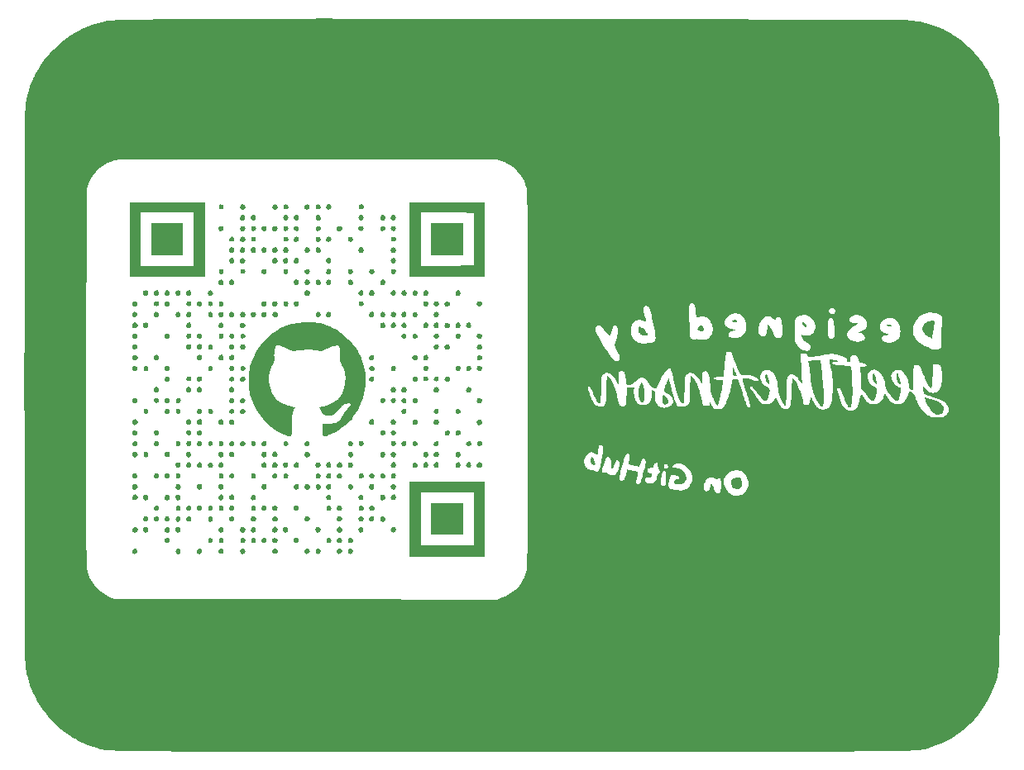
<source format=gbr>
%TF.GenerationSoftware,Flux,Pcbnew,7.0.11-7.0.11~ubuntu20.04.1*%
%TF.CreationDate,2024-08-19T17:50:01+00:00*%
%TF.ProjectId,input,696e7075-742e-46b6-9963-61645f706362,rev?*%
%TF.SameCoordinates,Original*%
%TF.FileFunction,Legend,Bot*%
%TF.FilePolarity,Positive*%
%FSLAX46Y46*%
G04 Gerber Fmt 4.6, Leading zero omitted, Abs format (unit mm)*
G04 Filename: promicromacro*
G04 Build it with Flux! Visit our site at: https://www.flux.ai (PCBNEW 7.0.11-7.0.11~ubuntu20.04.1) date 2024-08-19 17:50:01*
%MOMM*%
%LPD*%
G01*
G04 APERTURE LIST*
G04 APERTURE END LIST*
%TO.C,*%
G36*
X-19577367Y37459076D02*
G01*
X-19379725Y37458038D01*
X-19156737Y37456197D01*
X-18911237Y37453581D01*
X-18646059Y37450217D01*
X-18364038Y37446131D01*
X-18068007Y37441350D01*
X-17760800Y37435900D01*
X-17204043Y37430129D01*
X-16181409Y37424386D01*
X-14728805Y37418695D01*
X-12882137Y37413085D01*
X-10677312Y37407582D01*
X-8150237Y37402213D01*
X-5336819Y37397003D01*
X-2272963Y37391981D01*
X1005423Y37387173D01*
X4462434Y37382606D01*
X8062162Y37378306D01*
X11768700Y37374300D01*
X15462525Y37371912D01*
X19025237Y37368668D01*
X22422612Y37364675D01*
X25620430Y37360041D01*
X28584466Y37354872D01*
X31280500Y37349275D01*
X33674309Y37343357D01*
X35731670Y37337226D01*
X37418362Y37330988D01*
X38700163Y37324749D01*
X39542850Y37318618D01*
X39912200Y37312700D01*
X40244690Y37292853D01*
X40575256Y37264290D01*
X40902613Y37227278D01*
X41225478Y37182085D01*
X41542568Y37128978D01*
X41852600Y37068225D01*
X42154290Y37000092D01*
X42446356Y36924848D01*
X42727513Y36842759D01*
X42996478Y36754094D01*
X43251968Y36659118D01*
X43492700Y36558100D01*
X43525171Y36542098D01*
X43560610Y36525054D01*
X43598455Y36507208D01*
X43638144Y36488800D01*
X43679118Y36470071D01*
X43720813Y36451263D01*
X43762668Y36432614D01*
X43804122Y36414367D01*
X43844614Y36396761D01*
X43883582Y36380038D01*
X43920464Y36364437D01*
X43954700Y36350200D01*
X44068066Y36295908D01*
X44201350Y36227071D01*
X44350408Y36146150D01*
X44511096Y36055604D01*
X44679271Y35957892D01*
X44850788Y35855475D01*
X45021502Y35750812D01*
X45187270Y35646363D01*
X45343948Y35544588D01*
X45487392Y35447945D01*
X45613457Y35358896D01*
X45718000Y35279900D01*
X46013933Y35038370D01*
X46304198Y34784355D01*
X46587619Y34519164D01*
X46863019Y34244107D01*
X47129221Y33960495D01*
X47385050Y33669638D01*
X47629329Y33372844D01*
X47860881Y33071426D01*
X48078531Y32766692D01*
X48281102Y32459953D01*
X48467417Y32152519D01*
X48636300Y31845700D01*
X48665750Y31790641D01*
X48696082Y31733765D01*
X48726895Y31675819D01*
X48757789Y31617552D01*
X48788362Y31559713D01*
X48818213Y31503050D01*
X48846940Y31448312D01*
X48874144Y31396248D01*
X48899423Y31347606D01*
X48922376Y31303135D01*
X48942602Y31263584D01*
X48959700Y31229700D01*
X48974913Y31198486D01*
X48989644Y31166710D01*
X49003734Y31134773D01*
X49017022Y31103078D01*
X49029348Y31072024D01*
X49040550Y31042013D01*
X49050469Y31013445D01*
X49058944Y30986722D01*
X49065816Y30962245D01*
X49070922Y30940415D01*
X49074104Y30921633D01*
X49075200Y30906300D01*
X49075828Y30891903D01*
X49077660Y30875821D01*
X49080614Y30858295D01*
X49084611Y30839567D01*
X49089571Y30819876D01*
X49095413Y30799463D01*
X49102056Y30778568D01*
X49109422Y30757433D01*
X49117430Y30736298D01*
X49125999Y30715404D01*
X49135049Y30694991D01*
X49144500Y30675300D01*
X49155203Y30653929D01*
X49167885Y30624965D01*
X49182278Y30589156D01*
X49198115Y30547252D01*
X49215128Y30500000D01*
X49233050Y30448150D01*
X49251614Y30392450D01*
X49270552Y30333648D01*
X49289597Y30272494D01*
X49308481Y30209735D01*
X49326938Y30146121D01*
X49344700Y30082400D01*
X49362457Y30017886D01*
X49380883Y29951928D01*
X49399683Y29885328D01*
X49418563Y29818889D01*
X49437229Y29753412D01*
X49455388Y29689700D01*
X49472744Y29628555D01*
X49489004Y29570778D01*
X49503873Y29517172D01*
X49517059Y29468539D01*
X49528266Y29425681D01*
X49537200Y29389400D01*
X49547435Y29351595D01*
X49558767Y29300636D01*
X49571008Y29237806D01*
X49583970Y29164389D01*
X49597468Y29081667D01*
X49611313Y28990925D01*
X49625318Y28893445D01*
X49639296Y28790511D01*
X49653061Y28683406D01*
X49666425Y28573414D01*
X49679200Y28461817D01*
X49691200Y28349900D01*
X49717517Y27011508D01*
X49738755Y23810465D01*
X49754966Y19119044D01*
X49766204Y13309519D01*
X49772522Y6754163D01*
X49773975Y-174750D01*
X49770615Y-7104946D01*
X49762496Y-13664152D01*
X49749672Y-19480094D01*
X49732195Y-24180498D01*
X49710120Y-27393091D01*
X49683500Y-28745600D01*
X49602253Y-29358886D01*
X49478844Y-29968724D01*
X49314742Y-30572305D01*
X49111419Y-31166822D01*
X48870343Y-31749469D01*
X48592987Y-32317438D01*
X48280821Y-32867921D01*
X47935315Y-33398111D01*
X47557939Y-33905202D01*
X47150164Y-34386385D01*
X46713461Y-34838853D01*
X46249300Y-35259800D01*
X45951482Y-35506026D01*
X45656364Y-35733885D01*
X45360552Y-35945220D01*
X45060648Y-36141878D01*
X44753259Y-36325702D01*
X44434987Y-36498538D01*
X44102439Y-36662229D01*
X43752219Y-36818622D01*
X43380930Y-36969561D01*
X42985177Y-37116890D01*
X42561566Y-37262455D01*
X42106700Y-37408100D01*
X41889772Y-37470016D01*
X41580177Y-37521639D01*
X41025572Y-37563905D01*
X40073615Y-37597748D01*
X38571963Y-37624105D01*
X36368275Y-37643912D01*
X33310208Y-37658105D01*
X29245419Y-37667619D01*
X24021566Y-37673389D01*
X17486306Y-37676352D01*
X9487299Y-37677444D01*
X-127800Y-37677600D01*
X-9746281Y-37677444D01*
X-17747788Y-37676352D01*
X-24284745Y-37673389D01*
X-29509574Y-37667619D01*
X-33574697Y-37658105D01*
X-36632538Y-37643912D01*
X-38835517Y-37624105D01*
X-40336059Y-37597748D01*
X-41286586Y-37563905D01*
X-41839520Y-37521639D01*
X-42147284Y-37470016D01*
X-42362300Y-37408100D01*
X-42692691Y-37303900D01*
X-42993165Y-37205904D01*
X-43267170Y-37112613D01*
X-43518156Y-37022530D01*
X-43749570Y-36934158D01*
X-43964863Y-36846000D01*
X-44167482Y-36756559D01*
X-44360878Y-36664337D01*
X-44548498Y-36567837D01*
X-44733793Y-36465563D01*
X-44920211Y-36356016D01*
X-45111200Y-36237700D01*
X-45325040Y-36102905D01*
X-45518694Y-35977469D01*
X-45696039Y-35858234D01*
X-45860952Y-35742048D01*
X-46017309Y-35625755D01*
X-46168988Y-35506200D01*
X-46319864Y-35380228D01*
X-46473815Y-35244685D01*
X-46634717Y-35096416D01*
X-46806448Y-34932265D01*
X-46992883Y-34749078D01*
X-47197900Y-34543700D01*
X-47424979Y-34304127D01*
X-47643930Y-34059313D01*
X-47854325Y-33809794D01*
X-48055737Y-33556104D01*
X-48247738Y-33298778D01*
X-48429900Y-33038350D01*
X-48601795Y-32775356D01*
X-48762996Y-32510330D01*
X-48913075Y-32243806D01*
X-49051604Y-31976320D01*
X-49178155Y-31708407D01*
X-49292300Y-31440600D01*
X-49306225Y-31406828D01*
X-49320925Y-31371264D01*
X-49336214Y-31334364D01*
X-49351904Y-31296581D01*
X-49367807Y-31258371D01*
X-49383738Y-31220187D01*
X-49399507Y-31182485D01*
X-49414930Y-31145719D01*
X-49429817Y-31110342D01*
X-49443983Y-31076811D01*
X-49457240Y-31045578D01*
X-49469400Y-31017100D01*
X-49488748Y-30970722D01*
X-49508684Y-30918782D01*
X-49529797Y-30859250D01*
X-49552674Y-30790093D01*
X-49577904Y-30709278D01*
X-49606075Y-30614775D01*
X-49637775Y-30504551D01*
X-49673593Y-30376574D01*
X-49714116Y-30228812D01*
X-49759932Y-30059234D01*
X-49811631Y-29865807D01*
X-49869800Y-29646500D01*
X-49881800Y-29593202D01*
X-49894575Y-29522979D01*
X-49907939Y-29437517D01*
X-49921704Y-29338500D01*
X-49935682Y-29227612D01*
X-49949687Y-29106537D01*
X-49963532Y-28976961D01*
X-49977030Y-28840567D01*
X-49989992Y-28699039D01*
X-50002233Y-28554062D01*
X-50013565Y-28407321D01*
X-50023800Y-28260500D01*
X-50046740Y-26893260D01*
X-50065508Y-23724487D01*
X-50080106Y-19114103D01*
X-50090533Y-13422030D01*
X-50096790Y-7008188D01*
X-50097359Y-5157042D01*
X-43773254Y-5157042D01*
X-43772603Y-7713411D01*
X-43770830Y-10006937D01*
X-43767880Y-12037915D01*
X-43763700Y-13806637D01*
X-43758237Y-15313400D01*
X-43751437Y-16558496D01*
X-43743247Y-17542220D01*
X-43733613Y-18264866D01*
X-43722482Y-18726728D01*
X-43709800Y-18928100D01*
X-43642349Y-19221043D01*
X-43548777Y-19509628D01*
X-43430555Y-19792064D01*
X-43289152Y-20066559D01*
X-43126039Y-20331323D01*
X-42942687Y-20584562D01*
X-42740567Y-20824488D01*
X-42521148Y-21049307D01*
X-42285902Y-21257230D01*
X-42036298Y-21446463D01*
X-41773807Y-21615217D01*
X-41499900Y-21761700D01*
X-40899300Y-22046600D01*
X-21302800Y-22069700D01*
X-1706300Y-22085100D01*
X-1167300Y-21892600D01*
X-878546Y-21775193D01*
X-601956Y-21635434D01*
X-338467Y-21474394D01*
X-89015Y-21293141D01*
X145465Y-21092745D01*
X364037Y-20874275D01*
X565766Y-20638801D01*
X749715Y-20387393D01*
X914948Y-20121119D01*
X1060531Y-19841049D01*
X1185527Y-19548253D01*
X1289000Y-19243800D01*
X1315687Y-19109455D01*
X1338230Y-18865894D01*
X1356977Y-18463573D01*
X1372274Y-17852952D01*
X1384470Y-16984487D01*
X1393913Y-15808637D01*
X1400949Y-14275861D01*
X1405926Y-12336615D01*
X1409192Y-9941358D01*
X1409373Y-9665000D01*
X10821600Y-9665000D01*
X10826270Y-9701753D01*
X10832651Y-9735084D01*
X10840850Y-9765100D01*
X10850974Y-9791907D01*
X10863130Y-9815613D01*
X10877425Y-9836325D01*
X10893966Y-9854149D01*
X10912859Y-9869193D01*
X10934212Y-9881562D01*
X10958132Y-9891366D01*
X10984726Y-9898709D01*
X11014100Y-9903700D01*
X11064970Y-9905932D01*
X11113701Y-9897176D01*
X11160400Y-9877352D01*
X11205174Y-9846378D01*
X11248130Y-9804175D01*
X11289375Y-9750662D01*
X11329016Y-9685761D01*
X11367159Y-9609389D01*
X11403912Y-9521467D01*
X11439382Y-9421915D01*
X11473676Y-9310653D01*
X11506900Y-9187600D01*
X11518579Y-9134573D01*
X11530392Y-9083579D01*
X11542152Y-9035044D01*
X11553670Y-8989396D01*
X11564761Y-8947064D01*
X11575237Y-8908475D01*
X11584912Y-8874057D01*
X11593596Y-8844237D01*
X11601105Y-8819444D01*
X11607250Y-8800105D01*
X11611844Y-8786647D01*
X11614700Y-8779500D01*
X11643138Y-8777446D01*
X11708098Y-8785525D01*
X11802147Y-8801998D01*
X11917852Y-8825130D01*
X12047780Y-8853180D01*
X12184500Y-8884412D01*
X12320578Y-8917088D01*
X12448581Y-8949470D01*
X12561078Y-8979820D01*
X12650635Y-9006400D01*
X12709820Y-9027473D01*
X12731200Y-9041300D01*
X12730099Y-9051460D01*
X12726887Y-9069961D01*
X12721695Y-9096162D01*
X12714659Y-9129422D01*
X12705912Y-9169099D01*
X12695587Y-9214550D01*
X12683819Y-9265135D01*
X12670741Y-9320211D01*
X12656486Y-9379137D01*
X12641188Y-9441272D01*
X12624982Y-9505974D01*
X12608000Y-9572600D01*
X12584896Y-9667068D01*
X12565614Y-9750841D01*
X12550130Y-9824775D01*
X12538415Y-9889726D01*
X12530443Y-9946549D01*
X12526187Y-9996100D01*
X12525622Y-10039234D01*
X12528719Y-10076807D01*
X12535452Y-10109675D01*
X12545794Y-10138693D01*
X12559719Y-10164716D01*
X12577200Y-10188600D01*
X12633163Y-10247745D01*
X12686105Y-10285741D01*
X12736855Y-10301333D01*
X12786241Y-10293263D01*
X12835092Y-10260275D01*
X12884237Y-10201112D01*
X12934506Y-10114519D01*
X12986726Y-9999237D01*
X13041727Y-9854011D01*
X13058473Y-9803600D01*
X13424200Y-9803600D01*
X13432444Y-9879526D01*
X13456141Y-9949009D01*
X13493741Y-10011380D01*
X13543693Y-10065970D01*
X13604446Y-10112112D01*
X13674450Y-10149137D01*
X13752154Y-10176377D01*
X13836007Y-10193163D01*
X13924459Y-10198827D01*
X14015959Y-10192700D01*
X14108956Y-10174113D01*
X14201900Y-10142400D01*
X14260982Y-10114657D01*
X14318434Y-10078305D01*
X14329194Y-10069731D01*
X15057803Y-10069731D01*
X15059951Y-10162506D01*
X15067125Y-10239238D01*
X15079700Y-10296400D01*
X15100256Y-10341125D01*
X15129928Y-10378925D01*
X15166927Y-10409614D01*
X15209459Y-10433004D01*
X15255735Y-10448907D01*
X15303962Y-10457137D01*
X15352350Y-10457507D01*
X15399107Y-10449830D01*
X15442442Y-10433917D01*
X15480563Y-10409583D01*
X15511680Y-10376640D01*
X15533237Y-10336326D01*
X15828026Y-10336326D01*
X15832375Y-10410938D01*
X15842499Y-10478491D01*
X15858505Y-10538130D01*
X15880500Y-10589000D01*
X15901087Y-10625201D01*
X15925844Y-10657231D01*
X15957019Y-10685731D01*
X15996856Y-10711344D01*
X16047601Y-10734712D01*
X16111500Y-10756475D01*
X16190799Y-10777276D01*
X16287744Y-10797756D01*
X16404581Y-10818556D01*
X16543556Y-10840319D01*
X16706913Y-10863687D01*
X16896900Y-10889300D01*
X17016090Y-10901171D01*
X17131108Y-10902133D01*
X17241956Y-10892187D01*
X17348633Y-10871333D01*
X17451140Y-10839571D01*
X17549475Y-10796900D01*
X17643640Y-10743321D01*
X17733633Y-10678833D01*
X17819456Y-10603437D01*
X17901108Y-10517133D01*
X17908268Y-10508150D01*
X19455225Y-10508150D01*
X19456687Y-10626644D01*
X19472693Y-10733589D01*
X19503350Y-10825775D01*
X19548766Y-10899994D01*
X19609047Y-10953039D01*
X19684300Y-10981700D01*
X19733356Y-10987328D01*
X19780300Y-10985015D01*
X19824945Y-10974842D01*
X19867104Y-10956889D01*
X19906588Y-10931236D01*
X19943212Y-10897962D01*
X19976789Y-10857150D01*
X20007130Y-10808878D01*
X20034048Y-10753227D01*
X20057358Y-10690276D01*
X20076871Y-10620107D01*
X20092400Y-10542800D01*
X20100247Y-10504367D01*
X20108335Y-10466335D01*
X20116583Y-10429105D01*
X20124911Y-10393078D01*
X20133239Y-10358655D01*
X20141488Y-10326237D01*
X20149575Y-10296226D01*
X20157422Y-10269022D01*
X20164948Y-10245027D01*
X20172074Y-10224640D01*
X20178718Y-10208264D01*
X20184800Y-10196300D01*
X20200721Y-10186639D01*
X20224262Y-10197940D01*
X20253739Y-10227100D01*
X20287467Y-10271019D01*
X20323761Y-10326594D01*
X20360937Y-10390725D01*
X20397312Y-10460310D01*
X20431200Y-10532248D01*
X20460917Y-10603437D01*
X20484779Y-10670777D01*
X20501102Y-10731165D01*
X20508200Y-10781500D01*
X20513418Y-10821020D01*
X20528127Y-10865380D01*
X20550911Y-10913002D01*
X20580352Y-10962307D01*
X20615033Y-11011720D01*
X20653537Y-11059662D01*
X20694448Y-11104557D01*
X20736348Y-11144826D01*
X20777820Y-11178892D01*
X20817448Y-11205178D01*
X20853813Y-11222107D01*
X20885500Y-11228100D01*
X20896199Y-11226999D01*
X20908850Y-11223787D01*
X20923158Y-11218595D01*
X20938830Y-11211559D01*
X20955571Y-11202812D01*
X20973087Y-11192487D01*
X20991085Y-11180719D01*
X21009270Y-11167641D01*
X21027348Y-11153386D01*
X21045025Y-11138088D01*
X21062007Y-11121882D01*
X21078000Y-11104900D01*
X21120203Y-11040083D01*
X21154465Y-10939279D01*
X21180867Y-10810134D01*
X21199489Y-10660296D01*
X21210411Y-10497411D01*
X21213712Y-10329125D01*
X21209475Y-10163085D01*
X21205041Y-10103900D01*
X21504637Y-10103900D01*
X21527487Y-10275225D01*
X21574080Y-10447833D01*
X21644841Y-10619800D01*
X21740200Y-10789200D01*
X21811082Y-10894580D01*
X21885038Y-10991218D01*
X21961936Y-11079033D01*
X22041641Y-11157944D01*
X22124019Y-11227873D01*
X22208937Y-11288737D01*
X22296262Y-11340459D01*
X22385859Y-11382956D01*
X22477595Y-11416148D01*
X22571337Y-11439957D01*
X22666949Y-11454301D01*
X22764300Y-11459100D01*
X22978349Y-11443593D01*
X23176678Y-11398569D01*
X23357681Y-11326275D01*
X23519756Y-11228956D01*
X23661297Y-11108857D01*
X23780700Y-10968225D01*
X23876362Y-10809306D01*
X23946678Y-10634344D01*
X23990044Y-10445587D01*
X24004856Y-10245281D01*
X23989509Y-10035669D01*
X23942400Y-9819000D01*
X23869883Y-9616046D01*
X23776779Y-9435069D01*
X23664959Y-9276872D01*
X23536296Y-9142256D01*
X23392661Y-9032023D01*
X23235925Y-8946975D01*
X23067960Y-8887915D01*
X22890637Y-8855644D01*
X22705828Y-8850966D01*
X22515405Y-8874681D01*
X22321238Y-8927591D01*
X22125200Y-9010500D01*
X21973517Y-9102258D01*
X21842154Y-9210700D01*
X21731537Y-9333900D01*
X21642096Y-9469933D01*
X21574258Y-9616875D01*
X21528450Y-9772800D01*
X21505100Y-9935783D01*
X21504637Y-10103900D01*
X21205041Y-10103900D01*
X21197778Y-10006937D01*
X21178702Y-9868328D01*
X21152326Y-9754905D01*
X21118732Y-9674313D01*
X21078000Y-9634200D01*
X21058465Y-9627770D01*
X21038502Y-9623826D01*
X21018325Y-9622289D01*
X20998148Y-9623078D01*
X20978185Y-9626112D01*
X20958650Y-9631312D01*
X20939756Y-9638598D01*
X20921719Y-9647889D01*
X20904750Y-9659105D01*
X20889065Y-9672165D01*
X20874877Y-9686990D01*
X20862400Y-9703500D01*
X20844010Y-9728191D01*
X20826930Y-9748310D01*
X20810545Y-9763777D01*
X20794241Y-9774511D01*
X20777401Y-9780433D01*
X20759413Y-9781462D01*
X20739659Y-9777519D01*
X20717526Y-9768522D01*
X20692398Y-9754392D01*
X20663662Y-9735049D01*
X20630700Y-9710411D01*
X20592900Y-9680400D01*
X20523297Y-9631464D01*
X20449951Y-9592420D01*
X20373931Y-9563216D01*
X20296307Y-9543796D01*
X20218149Y-9534109D01*
X20140525Y-9534100D01*
X20064505Y-9543716D01*
X19991159Y-9562904D01*
X19921556Y-9591609D01*
X19856766Y-9629780D01*
X19797857Y-9677361D01*
X19745900Y-9734300D01*
X19662341Y-9854719D01*
X19592684Y-9982839D01*
X19537037Y-10115450D01*
X19495507Y-10249344D01*
X19468201Y-10381314D01*
X19455225Y-10508150D01*
X17908268Y-10508150D01*
X17978590Y-10419921D01*
X18051900Y-10311800D01*
X18115746Y-10204428D01*
X18168683Y-10097697D01*
X18210712Y-9991287D01*
X18241833Y-9884878D01*
X18262046Y-9778147D01*
X18271350Y-9670775D01*
X18269746Y-9562440D01*
X18257233Y-9452822D01*
X18233812Y-9341600D01*
X18199483Y-9228453D01*
X18154246Y-9113060D01*
X18098100Y-8995100D01*
X17998566Y-8826622D01*
X17876119Y-8672663D01*
X17735117Y-8534905D01*
X17579919Y-8415033D01*
X17414881Y-8314733D01*
X17244362Y-8235687D01*
X17072721Y-8179582D01*
X16904315Y-8148100D01*
X16743502Y-8142927D01*
X16594639Y-8165746D01*
X16462086Y-8218242D01*
X16350200Y-8302100D01*
X16302552Y-8353451D01*
X16267389Y-8399776D01*
X16244686Y-8441181D01*
X16234415Y-8477774D01*
X16236549Y-8509661D01*
X16251062Y-8536950D01*
X16277928Y-8559747D01*
X16317119Y-8578159D01*
X16368608Y-8592294D01*
X16432369Y-8602257D01*
X16508375Y-8608157D01*
X16596600Y-8610100D01*
X16735588Y-8620113D01*
X16870485Y-8649135D01*
X16999767Y-8695642D01*
X17121911Y-8758111D01*
X17235393Y-8835018D01*
X17338687Y-8924837D01*
X17430272Y-9026047D01*
X17508622Y-9137122D01*
X17572214Y-9256539D01*
X17619524Y-9382774D01*
X17649027Y-9514302D01*
X17659200Y-9649600D01*
X17651415Y-9728797D01*
X17629006Y-9807700D01*
X17593389Y-9885052D01*
X17545981Y-9959596D01*
X17488200Y-10030077D01*
X17421462Y-10095237D01*
X17347185Y-10153821D01*
X17266785Y-10204570D01*
X17181680Y-10246230D01*
X17093286Y-10277542D01*
X17003020Y-10297251D01*
X16912300Y-10304100D01*
X16823064Y-10302300D01*
X16743827Y-10296756D01*
X16674322Y-10287256D01*
X16614281Y-10273585D01*
X16563438Y-10255529D01*
X16521525Y-10232875D01*
X16488274Y-10205408D01*
X16463419Y-10172915D01*
X16446691Y-10135181D01*
X16437823Y-10091994D01*
X16436549Y-10043138D01*
X16442600Y-9988400D01*
X16447430Y-9957105D01*
X16454293Y-9928618D01*
X16463294Y-9902858D01*
X16474541Y-9879744D01*
X16488141Y-9859198D01*
X16504200Y-9841137D01*
X16522826Y-9825484D01*
X16544126Y-9812156D01*
X16568206Y-9801073D01*
X16595174Y-9792157D01*
X16625136Y-9785326D01*
X16658200Y-9780500D01*
X16685266Y-9776026D01*
X16712385Y-9770376D01*
X16739291Y-9763656D01*
X16765715Y-9755974D01*
X16791390Y-9747436D01*
X16816050Y-9738150D01*
X16839426Y-9728222D01*
X16861252Y-9717759D01*
X16881259Y-9706869D01*
X16899181Y-9695657D01*
X16914751Y-9684232D01*
X16927700Y-9672700D01*
X16948554Y-9641165D01*
X16950800Y-9605218D01*
X16936362Y-9566223D01*
X16907167Y-9525544D01*
X16865138Y-9484545D01*
X16812200Y-9444587D01*
X16750279Y-9407037D01*
X16681300Y-9373256D01*
X16607187Y-9344608D01*
X16529867Y-9322457D01*
X16451262Y-9308166D01*
X16373300Y-9303100D01*
X16319257Y-9303853D01*
X16272059Y-9306558D01*
X16230850Y-9311883D01*
X16194774Y-9320496D01*
X16162976Y-9333067D01*
X16134600Y-9350262D01*
X16108791Y-9372752D01*
X16084693Y-9401204D01*
X16061450Y-9436286D01*
X16038207Y-9478667D01*
X16014109Y-9529016D01*
X15988300Y-9588000D01*
X15950299Y-9688278D01*
X15917218Y-9788343D01*
X15889163Y-9887337D01*
X15866241Y-9984407D01*
X15848559Y-10078697D01*
X15836225Y-10169350D01*
X15829345Y-10255512D01*
X15828026Y-10336326D01*
X15533237Y-10336326D01*
X15534000Y-10334900D01*
X15548112Y-10275292D01*
X15559631Y-10182076D01*
X15568530Y-10062392D01*
X15574781Y-9923378D01*
X15578360Y-9772172D01*
X15579238Y-9615912D01*
X15577388Y-9461739D01*
X15572785Y-9316789D01*
X15565402Y-9188202D01*
X15555211Y-9083115D01*
X15542186Y-9008669D01*
X15526300Y-8972000D01*
X15500085Y-8948544D01*
X15471865Y-8931931D01*
X15442202Y-8921950D01*
X15411656Y-8918385D01*
X15380789Y-8921023D01*
X15350162Y-8929650D01*
X15320338Y-8944052D01*
X15291878Y-8964015D01*
X15265342Y-8989325D01*
X15241293Y-9019769D01*
X15220292Y-9055131D01*
X15202900Y-9095200D01*
X15176654Y-9173537D01*
X15152066Y-9267594D01*
X15129509Y-9373844D01*
X15109359Y-9488756D01*
X15091990Y-9608801D01*
X15077775Y-9730450D01*
X15067089Y-9850174D01*
X15060307Y-9964444D01*
X15057803Y-10069731D01*
X14329194Y-10069731D01*
X14373586Y-10034359D01*
X14425770Y-9983837D01*
X14474319Y-9927754D01*
X14518562Y-9867125D01*
X14557833Y-9802967D01*
X14591463Y-9736296D01*
X14618783Y-9668128D01*
X14639125Y-9599479D01*
X14651820Y-9531364D01*
X14656200Y-9464800D01*
X14657769Y-9442560D01*
X14662331Y-9418422D01*
X14669675Y-9392733D01*
X14679585Y-9365841D01*
X14691848Y-9338093D01*
X14706250Y-9309837D01*
X14722577Y-9281421D01*
X14740615Y-9253193D01*
X14760150Y-9225498D01*
X14780969Y-9198687D01*
X14802856Y-9173105D01*
X14825600Y-9149100D01*
X14862683Y-9114918D01*
X14893189Y-9084826D01*
X14917278Y-9057783D01*
X14935111Y-9032744D01*
X14946848Y-9008669D01*
X14952650Y-8984512D01*
X14952677Y-8959234D01*
X14947089Y-8931789D01*
X14936047Y-8901136D01*
X14919711Y-8866232D01*
X14898242Y-8826034D01*
X14871800Y-8779500D01*
X14854818Y-8750050D01*
X14838612Y-8719718D01*
X14823314Y-8688905D01*
X14809059Y-8658011D01*
X14795981Y-8627438D01*
X14784212Y-8597587D01*
X14773888Y-8568860D01*
X14765141Y-8541656D01*
X14758105Y-8516377D01*
X14752913Y-8493424D01*
X14749701Y-8473198D01*
X14748600Y-8456100D01*
X14750090Y-8431325D01*
X15361258Y-8431325D01*
X15364600Y-8486900D01*
X15369430Y-8514345D01*
X15376293Y-8538982D01*
X15385294Y-8560892D01*
X15396541Y-8580156D01*
X15410141Y-8596852D01*
X15426200Y-8611063D01*
X15444826Y-8622866D01*
X15466126Y-8632344D01*
X15490206Y-8639577D01*
X15517174Y-8644643D01*
X15547136Y-8647624D01*
X15580200Y-8648600D01*
X15636288Y-8643516D01*
X15684970Y-8629100D01*
X15725898Y-8606611D01*
X15758726Y-8577304D01*
X15783105Y-8542435D01*
X15798687Y-8503263D01*
X15805126Y-8461042D01*
X15802074Y-8417030D01*
X15789183Y-8372483D01*
X15766105Y-8328658D01*
X15732493Y-8286811D01*
X15688000Y-8248200D01*
X15645463Y-8222605D01*
X15603086Y-8207062D01*
X15561672Y-8201037D01*
X15522022Y-8203996D01*
X15484939Y-8215404D01*
X15451225Y-8234725D01*
X15421682Y-8261425D01*
X15397111Y-8294970D01*
X15378316Y-8334825D01*
X15366097Y-8380455D01*
X15361258Y-8431325D01*
X14750090Y-8431325D01*
X14753052Y-8382068D01*
X14754696Y-8317500D01*
X14753292Y-8261916D01*
X14748600Y-8214833D01*
X14740379Y-8175772D01*
X14728387Y-8144250D01*
X14712386Y-8119786D01*
X14692133Y-8101900D01*
X14667389Y-8090109D01*
X14637912Y-8083933D01*
X14603463Y-8082891D01*
X14563800Y-8086500D01*
X14535718Y-8091803D01*
X14509187Y-8100046D01*
X14484153Y-8111284D01*
X14460563Y-8125570D01*
X14438363Y-8142958D01*
X14417500Y-8163500D01*
X14397920Y-8187251D01*
X14379570Y-8214263D01*
X14362397Y-8244591D01*
X14346346Y-8278287D01*
X14331365Y-8315406D01*
X14317400Y-8356000D01*
X14302361Y-8407908D01*
X14287562Y-8452357D01*
X14272283Y-8489908D01*
X14255800Y-8521122D01*
X14237392Y-8546562D01*
X14216337Y-8566787D01*
X14191914Y-8582361D01*
X14163400Y-8593844D01*
X14130073Y-8601798D01*
X14091212Y-8606785D01*
X14046095Y-8609365D01*
X13994000Y-8610100D01*
X13950006Y-8610924D01*
X13910262Y-8613487D01*
X13874530Y-8617920D01*
X13842567Y-8624359D01*
X13814133Y-8632937D01*
X13788987Y-8643787D01*
X13766890Y-8657044D01*
X13747600Y-8672841D01*
X13730877Y-8691311D01*
X13716479Y-8712588D01*
X13704167Y-8736807D01*
X13693700Y-8764100D01*
X13682391Y-8812114D01*
X13678942Y-8859459D01*
X13682872Y-8905467D01*
X13693700Y-8949470D01*
X13710945Y-8990800D01*
X13734125Y-9028787D01*
X13762759Y-9062765D01*
X13796367Y-9092063D01*
X13834466Y-9116014D01*
X13876575Y-9133950D01*
X13922214Y-9145201D01*
X13970900Y-9149100D01*
X13991571Y-9150205D01*
X14011147Y-9153449D01*
X14029492Y-9158725D01*
X14046474Y-9165926D01*
X14061959Y-9174945D01*
X14075812Y-9185675D01*
X14087902Y-9198009D01*
X14098093Y-9211841D01*
X14106252Y-9227062D01*
X14112245Y-9243568D01*
X14115939Y-9261249D01*
X14117200Y-9280000D01*
X14114669Y-9335469D01*
X14107219Y-9386231D01*
X14095062Y-9432075D01*
X14078415Y-9472785D01*
X14057489Y-9508148D01*
X14032500Y-9537950D01*
X14003661Y-9561977D01*
X13971185Y-9580015D01*
X13935288Y-9591850D01*
X13896181Y-9597269D01*
X13854081Y-9596056D01*
X13809200Y-9588000D01*
X13749864Y-9575479D01*
X13695126Y-9568679D01*
X13645094Y-9567547D01*
X13599874Y-9572030D01*
X13559574Y-9582073D01*
X13524300Y-9597625D01*
X13494159Y-9618631D01*
X13469259Y-9645037D01*
X13449706Y-9676791D01*
X13435607Y-9713838D01*
X13427070Y-9756126D01*
X13424200Y-9803600D01*
X13058473Y-9803600D01*
X13100337Y-9677584D01*
X13163385Y-9468699D01*
X13231700Y-9226100D01*
X13301339Y-8973444D01*
X13360176Y-8746133D01*
X13408319Y-8543206D01*
X13445874Y-8363700D01*
X13472949Y-8206652D01*
X13489650Y-8071100D01*
X13496084Y-7956081D01*
X13492359Y-7860633D01*
X13478581Y-7783794D01*
X13454857Y-7724600D01*
X13421295Y-7682090D01*
X13378000Y-7655300D01*
X13333061Y-7642333D01*
X13290555Y-7638189D01*
X13250348Y-7643028D01*
X13212307Y-7657011D01*
X13176298Y-7680298D01*
X13142188Y-7713050D01*
X13109841Y-7755427D01*
X13079126Y-7807589D01*
X13049908Y-7869697D01*
X13022053Y-7941911D01*
X12995429Y-8024392D01*
X12969900Y-8117300D01*
X12877500Y-8471500D01*
X12592600Y-8417600D01*
X12551974Y-8411059D01*
X12507579Y-8403127D01*
X12460136Y-8394019D01*
X12410367Y-8383948D01*
X12358993Y-8373129D01*
X12306737Y-8361775D01*
X12254321Y-8350100D01*
X12202467Y-8338319D01*
X12151895Y-8326644D01*
X12103329Y-8315290D01*
X12057490Y-8304471D01*
X12015100Y-8294400D01*
X11949677Y-8276522D01*
X11895322Y-8260463D01*
X11851234Y-8244831D01*
X11816611Y-8228237D01*
X11790650Y-8209290D01*
X11772550Y-8186600D01*
X11761508Y-8158777D01*
X11756722Y-8124430D01*
X11757391Y-8082169D01*
X11762711Y-8030604D01*
X11771882Y-7968344D01*
X11784100Y-7894000D01*
X11789862Y-7849654D01*
X11795543Y-7805521D01*
X11801064Y-7762137D01*
X11806344Y-7720037D01*
X11811304Y-7679755D01*
X11815862Y-7641825D01*
X11819940Y-7606783D01*
X11823456Y-7575163D01*
X11826330Y-7547500D01*
X11828482Y-7524329D01*
X11829832Y-7506184D01*
X11830300Y-7493600D01*
X11829462Y-7430169D01*
X11826806Y-7374357D01*
X11822119Y-7325764D01*
X11815185Y-7283989D01*
X11805792Y-7248630D01*
X11793725Y-7219287D01*
X11778771Y-7195559D01*
X11760715Y-7177044D01*
X11739344Y-7163342D01*
X11714444Y-7154051D01*
X11685800Y-7148771D01*
X11653200Y-7147100D01*
X11633513Y-7148352D01*
X11613131Y-7151984D01*
X11592322Y-7157808D01*
X11571352Y-7165637D01*
X11550489Y-7175284D01*
X11530000Y-7186562D01*
X11510153Y-7199284D01*
X11491215Y-7213263D01*
X11473453Y-7228311D01*
X11457135Y-7244241D01*
X11442528Y-7260867D01*
X11429900Y-7278000D01*
X11386757Y-7379374D01*
X11332438Y-7537162D01*
X11269884Y-7739759D01*
X11202037Y-7975563D01*
X11131837Y-8232969D01*
X11062225Y-8500375D01*
X10996142Y-8766177D01*
X10936530Y-9018770D01*
X10886328Y-9246553D01*
X10848479Y-9437921D01*
X10825922Y-9581271D01*
X10821600Y-9665000D01*
X1409373Y-9665000D01*
X1410535Y-7894553D01*
X7179669Y-7894553D01*
X7184063Y-7992104D01*
X7198509Y-8089869D01*
X7223062Y-8187313D01*
X7257774Y-8283902D01*
X7302700Y-8379100D01*
X7339591Y-8439951D01*
X7384156Y-8498878D01*
X7435405Y-8555237D01*
X7492348Y-8608389D01*
X7553997Y-8657690D01*
X7619362Y-8702500D01*
X7687455Y-8742176D01*
X7757285Y-8776078D01*
X7827864Y-8803562D01*
X7898202Y-8823989D01*
X7967311Y-8836715D01*
X8034200Y-8841100D01*
X8058200Y-8841733D01*
X8083751Y-8843595D01*
X8110478Y-8846634D01*
X8138007Y-8850796D01*
X8165964Y-8856028D01*
X8193975Y-8862275D01*
X8221665Y-8869485D01*
X8248659Y-8877604D01*
X8274584Y-8886578D01*
X8299066Y-8896355D01*
X8321729Y-8906880D01*
X8342200Y-8918100D01*
X8425688Y-8957549D01*
X8499979Y-8977668D01*
X8566462Y-8975489D01*
X8626530Y-8948044D01*
X8681570Y-8892366D01*
X8687408Y-8882501D01*
X9006958Y-8882501D01*
X9012100Y-8940237D01*
X9028151Y-8985622D01*
X9055163Y-9019056D01*
X9093191Y-9040939D01*
X9142287Y-9051674D01*
X9202506Y-9051660D01*
X9273900Y-9041300D01*
X9307899Y-9036492D01*
X9340562Y-9033636D01*
X9371834Y-9032758D01*
X9401663Y-9033885D01*
X9429994Y-9037045D01*
X9456775Y-9042262D01*
X9481952Y-9049566D01*
X9505470Y-9058981D01*
X9527278Y-9070536D01*
X9547321Y-9084256D01*
X9565546Y-9100168D01*
X9581900Y-9118300D01*
X9626710Y-9167370D01*
X9676011Y-9210557D01*
X9729162Y-9247756D01*
X9785522Y-9278859D01*
X9844449Y-9303759D01*
X9905300Y-9322350D01*
X9967435Y-9334524D01*
X10030211Y-9340174D01*
X10092987Y-9339194D01*
X10155122Y-9331476D01*
X10215974Y-9316914D01*
X10274900Y-9295400D01*
X10376016Y-9235885D01*
X10470394Y-9145892D01*
X10556431Y-9031194D01*
X10632522Y-8897567D01*
X10697063Y-8750785D01*
X10748450Y-8596625D01*
X10785078Y-8440860D01*
X10805344Y-8289267D01*
X10807644Y-8147619D01*
X10790372Y-8021692D01*
X10751926Y-7917260D01*
X10690700Y-7840100D01*
X10653853Y-7811813D01*
X10619867Y-7792831D01*
X10588073Y-7783794D01*
X10557804Y-7785344D01*
X10528390Y-7798124D01*
X10499162Y-7822775D01*
X10469454Y-7859938D01*
X10438596Y-7910256D01*
X10405920Y-7974369D01*
X10370758Y-8052919D01*
X10332441Y-8146549D01*
X10290300Y-8255900D01*
X10240112Y-8384403D01*
X10193587Y-8488896D01*
X10150858Y-8569434D01*
X10112059Y-8626070D01*
X10077325Y-8658858D01*
X10046787Y-8667850D01*
X10020582Y-8653101D01*
X9998841Y-8614663D01*
X9981698Y-8552591D01*
X9969288Y-8466937D01*
X9961744Y-8357756D01*
X9959200Y-8225100D01*
X9958416Y-8159449D01*
X9956134Y-8093879D01*
X9952463Y-8029111D01*
X9947507Y-7965867D01*
X9941376Y-7904868D01*
X9934175Y-7846837D01*
X9926012Y-7792496D01*
X9916993Y-7742567D01*
X9907225Y-7697770D01*
X9896816Y-7658829D01*
X9885872Y-7626465D01*
X9874500Y-7601400D01*
X9840692Y-7549857D01*
X9801671Y-7510533D01*
X9758639Y-7483133D01*
X9712800Y-7467363D01*
X9665357Y-7462929D01*
X9617512Y-7469537D01*
X9570470Y-7486894D01*
X9525433Y-7514704D01*
X9483605Y-7552673D01*
X9446187Y-7600509D01*
X9414385Y-7657916D01*
X9389400Y-7724600D01*
X9378376Y-7759103D01*
X9364731Y-7800424D01*
X9348734Y-7847680D01*
X9330652Y-7899989D01*
X9310751Y-7956469D01*
X9289300Y-8016237D01*
X9266565Y-8078412D01*
X9242815Y-8142111D01*
X9218316Y-8206452D01*
X9193335Y-8270551D01*
X9168141Y-8333528D01*
X9143000Y-8394500D01*
X9094403Y-8520013D01*
X9056446Y-8631168D01*
X9029184Y-8728367D01*
X9012670Y-8812011D01*
X9006958Y-8882501D01*
X8687408Y-8882501D01*
X8732975Y-8805487D01*
X8782134Y-8684440D01*
X8830437Y-8526256D01*
X8879275Y-8327967D01*
X8930038Y-8086607D01*
X8984116Y-7799207D01*
X9042900Y-7462800D01*
X9074997Y-7269520D01*
X9102040Y-7100437D01*
X9124111Y-6953758D01*
X9141289Y-6827693D01*
X9153654Y-6720450D01*
X9161287Y-6630237D01*
X9164269Y-6555265D01*
X9162678Y-6493741D01*
X9156595Y-6443873D01*
X9146101Y-6403872D01*
X9131276Y-6371944D01*
X9112200Y-6346300D01*
X9083018Y-6312608D01*
X9053274Y-6284664D01*
X9023048Y-6262442D01*
X8992422Y-6245915D01*
X8961475Y-6235055D01*
X8930287Y-6229837D01*
X8898939Y-6230234D01*
X8867511Y-6236219D01*
X8836083Y-6247764D01*
X8804735Y-6264844D01*
X8773547Y-6287432D01*
X8742600Y-6315500D01*
X8729459Y-6331622D01*
X8717040Y-6352717D01*
X8705423Y-6378303D01*
X8694689Y-6407900D01*
X8684917Y-6441026D01*
X8676187Y-6477200D01*
X8668581Y-6515941D01*
X8662178Y-6556767D01*
X8657058Y-6599197D01*
X8653301Y-6642750D01*
X8650989Y-6686945D01*
X8650200Y-6731300D01*
X8649732Y-6775967D01*
X8648382Y-6821062D01*
X8646230Y-6866050D01*
X8643356Y-6910396D01*
X8639840Y-6953566D01*
X8635762Y-6995025D01*
X8631204Y-7034238D01*
X8626244Y-7070670D01*
X8620964Y-7103787D01*
X8615443Y-7133055D01*
X8609762Y-7157937D01*
X8604000Y-7177900D01*
X8594451Y-7202439D01*
X8584714Y-7222139D01*
X8574283Y-7236973D01*
X8562648Y-7246915D01*
X8549302Y-7251937D01*
X8533738Y-7252012D01*
X8515446Y-7247115D01*
X8493919Y-7237219D01*
X8468648Y-7222295D01*
X8439127Y-7202319D01*
X8404847Y-7177263D01*
X8365300Y-7147100D01*
X8285938Y-7091582D01*
X8205881Y-7048176D01*
X8125397Y-7016802D01*
X8044752Y-6997378D01*
X7964214Y-6989825D01*
X7884050Y-6994062D01*
X7804528Y-7010011D01*
X7725915Y-7037589D01*
X7648478Y-7076717D01*
X7572485Y-7127315D01*
X7498203Y-7189303D01*
X7425900Y-7262600D01*
X7361421Y-7343682D01*
X7306621Y-7428720D01*
X7261553Y-7517181D01*
X7226270Y-7608530D01*
X7200827Y-7702231D01*
X7185275Y-7797750D01*
X7179669Y-7894553D01*
X1410535Y-7894553D01*
X1411095Y-7040548D01*
X1411982Y-3584642D01*
X1412154Y-387110D01*
X7594912Y-387110D01*
X7600540Y-467100D01*
X7618520Y-568533D01*
X7647489Y-687370D01*
X7686082Y-819576D01*
X7732937Y-961112D01*
X7786690Y-1107943D01*
X7845978Y-1256030D01*
X7909436Y-1401336D01*
X7975701Y-1539825D01*
X8043411Y-1667458D01*
X8111200Y-1780200D01*
X8173130Y-1876080D01*
X8232546Y-1960116D01*
X8290466Y-2032977D01*
X8347904Y-2095330D01*
X8405877Y-2147844D01*
X8465400Y-2191187D01*
X8527490Y-2226029D01*
X8593163Y-2253037D01*
X8663434Y-2272880D01*
X8739320Y-2286225D01*
X8821837Y-2293743D01*
X8912000Y-2296100D01*
X9023053Y-2291279D01*
X9118331Y-2274212D01*
X9199066Y-2240997D01*
X9266485Y-2187730D01*
X9321820Y-2110507D01*
X9366300Y-2005425D01*
X9401155Y-1868581D01*
X9427615Y-1696070D01*
X9446909Y-1483991D01*
X9460269Y-1228438D01*
X9468922Y-925509D01*
X9474100Y-571300D01*
X9476649Y-394637D01*
X9480374Y-223802D01*
X9485169Y-60453D01*
X9490926Y93752D01*
X9497539Y237155D01*
X9504900Y368100D01*
X9512903Y484928D01*
X9521441Y585981D01*
X9530406Y669603D01*
X9539693Y734135D01*
X9549193Y777920D01*
X9558800Y799300D01*
X9584159Y811354D01*
X9617299Y805895D01*
X9657336Y784020D01*
X9703389Y746826D01*
X9754575Y695408D01*
X9810012Y630863D01*
X9868819Y554286D01*
X9930111Y466774D01*
X9993008Y369423D01*
X10056626Y263330D01*
X10120085Y149590D01*
X10182500Y29300D01*
X10207445Y-23219D01*
X10235758Y-91191D01*
X10266959Y-173066D01*
X10300567Y-267293D01*
X10336099Y-372321D01*
X10373075Y-486600D01*
X10411014Y-608579D01*
X10449433Y-736707D01*
X10487853Y-869434D01*
X10525792Y-1005209D01*
X10562768Y-1142481D01*
X10598300Y-1279700D01*
X10844700Y-2257600D01*
X11121900Y-2280700D01*
X11200085Y-2286373D01*
X11266132Y-2285655D01*
X11321378Y-2275045D01*
X11367159Y-2251041D01*
X11404813Y-2210139D01*
X11435675Y-2148837D01*
X11461083Y-2063634D01*
X11482374Y-1951026D01*
X11500884Y-1807511D01*
X11517951Y-1629587D01*
X11534911Y-1413750D01*
X11553100Y-1156500D01*
X11599300Y-371100D01*
X11968900Y-371100D01*
X12338500Y-371100D01*
X12300000Y-733000D01*
X12293793Y-854471D01*
X12297825Y-979044D01*
X12311430Y-1105006D01*
X12333937Y-1230648D01*
X12364679Y-1354258D01*
X12402987Y-1474125D01*
X12448194Y-1588538D01*
X12499630Y-1695785D01*
X12556627Y-1794156D01*
X12618516Y-1881940D01*
X12684630Y-1957425D01*
X12754300Y-2018900D01*
X12789895Y-2042958D01*
X12827307Y-2065064D01*
X12866431Y-2085192D01*
X12907159Y-2103315D01*
X12949384Y-2119405D01*
X12993000Y-2133437D01*
X13037899Y-2145384D01*
X13083974Y-2155219D01*
X13131119Y-2162914D01*
X13179226Y-2168444D01*
X13228189Y-2171782D01*
X13277900Y-2172900D01*
X13404406Y-2160624D01*
X13521876Y-2131798D01*
X13629934Y-2086877D01*
X13728207Y-2026315D01*
X13816321Y-1950567D01*
X13893900Y-1860088D01*
X13960571Y-1755331D01*
X14015959Y-1636752D01*
X14059691Y-1504805D01*
X14091391Y-1359944D01*
X14110685Y-1202624D01*
X14117200Y-1033300D01*
X14117200Y-602100D01*
X14309700Y-694500D01*
X14352433Y-714779D01*
X14388482Y-734176D01*
X14418222Y-754055D01*
X14442026Y-775778D01*
X14460269Y-800709D01*
X14473325Y-830212D01*
X14481569Y-865651D01*
X14485374Y-908389D01*
X14485116Y-959789D01*
X14481168Y-1021215D01*
X14473904Y-1094031D01*
X14463700Y-1179600D01*
X14449904Y-1370309D01*
X14457925Y-1548986D01*
X14486800Y-1714509D01*
X14535567Y-1865756D01*
X14603263Y-2001602D01*
X14688925Y-2120925D01*
X14791592Y-2222602D01*
X14910300Y-2305511D01*
X15044087Y-2368528D01*
X15191992Y-2410531D01*
X15353050Y-2430395D01*
X15526300Y-2427000D01*
X15730854Y-2390884D01*
X15905062Y-2324155D01*
X16048095Y-2231492D01*
X16159126Y-2117574D01*
X16237325Y-1987080D01*
X16281862Y-1844688D01*
X16291911Y-1695077D01*
X16266641Y-1542926D01*
X16205223Y-1392914D01*
X16106830Y-1249720D01*
X15970632Y-1118022D01*
X15795800Y-1002500D01*
X15679507Y-937678D01*
X15584121Y-883043D01*
X15508734Y-834664D01*
X15452437Y-788611D01*
X15414320Y-740954D01*
X15393475Y-687762D01*
X15388992Y-625106D01*
X15399963Y-549056D01*
X15425478Y-455680D01*
X15464629Y-341049D01*
X15516506Y-201232D01*
X15580200Y-32300D01*
X15614627Y56589D01*
X15648359Y141734D01*
X15681022Y222281D01*
X15712241Y297374D01*
X15741642Y366157D01*
X15768850Y427775D01*
X15793492Y481372D01*
X15815193Y526093D01*
X15833578Y561081D01*
X15848274Y585482D01*
X15858906Y598441D01*
X15865100Y599100D01*
X15870666Y588036D01*
X15879466Y563202D01*
X15891208Y525589D01*
X15905596Y476185D01*
X15922338Y415980D01*
X15941137Y345963D01*
X15961702Y267122D01*
X15983737Y180448D01*
X16006948Y86930D01*
X16031042Y-12444D01*
X16055724Y-116684D01*
X16080700Y-224800D01*
X16133450Y-449949D01*
X16190853Y-676569D01*
X16251784Y-901317D01*
X16315122Y-1120852D01*
X16379743Y-1331831D01*
X16444525Y-1530912D01*
X16508344Y-1714754D01*
X16570078Y-1880015D01*
X16628603Y-2023352D01*
X16682797Y-2141423D01*
X16731537Y-2230886D01*
X16773700Y-2288400D01*
X16787933Y-2301220D01*
X16803502Y-2312676D01*
X16820141Y-2322689D01*
X16837581Y-2331178D01*
X16855557Y-2338062D01*
X16873800Y-2343262D01*
X16892043Y-2346698D01*
X16910019Y-2348289D01*
X16927459Y-2347955D01*
X16944098Y-2345615D01*
X16959667Y-2341190D01*
X16973900Y-2334600D01*
X16988716Y-2325149D01*
X17009655Y-2316099D01*
X17036102Y-2307530D01*
X17067441Y-2299522D01*
X17103058Y-2292156D01*
X17142337Y-2285512D01*
X17184665Y-2279671D01*
X17229426Y-2274711D01*
X17276005Y-2270714D01*
X17323787Y-2267760D01*
X17372157Y-2265928D01*
X17420500Y-2265300D01*
X17495628Y-2262934D01*
X17560169Y-2259204D01*
X17615406Y-2253389D01*
X17662622Y-2244767D01*
X17703101Y-2232615D01*
X17738125Y-2216212D01*
X17768978Y-2194837D01*
X17796944Y-2167767D01*
X17823306Y-2134280D01*
X17849347Y-2093654D01*
X17876351Y-2045168D01*
X17905600Y-1988100D01*
X17932590Y-1931081D01*
X17955971Y-1870105D01*
X17975983Y-1802819D01*
X17992867Y-1726870D01*
X18006863Y-1639907D01*
X18018212Y-1539575D01*
X18027156Y-1423522D01*
X18033933Y-1289396D01*
X18038786Y-1134844D01*
X18041954Y-957512D01*
X18043679Y-755048D01*
X18044200Y-525100D01*
X18044828Y-363186D01*
X18046660Y-205764D01*
X18049614Y-54437D01*
X18053611Y89189D01*
X18058571Y223511D01*
X18064412Y346925D01*
X18071056Y457826D01*
X18078422Y554611D01*
X18086430Y635675D01*
X18094999Y699414D01*
X18104049Y744224D01*
X18113500Y768500D01*
X18125736Y785152D01*
X18139523Y796484D01*
X18155128Y802308D01*
X18172819Y802437D01*
X18192862Y796684D01*
X18215525Y784863D01*
X18241076Y766784D01*
X18269781Y742263D01*
X18301909Y711111D01*
X18337727Y673141D01*
X18377501Y628167D01*
X18421500Y576000D01*
X18492975Y482063D01*
X18561455Y380185D01*
X18627475Y268842D01*
X18691570Y146511D01*
X18754275Y11668D01*
X18816125Y-137212D01*
X18877654Y-301653D01*
X18939396Y-483178D01*
X19001888Y-683311D01*
X19065662Y-903576D01*
X19131255Y-1145498D01*
X19199200Y-1410600D01*
X19407100Y-2257600D01*
X19707400Y-2257600D01*
X19771553Y-2257177D01*
X19826001Y-2255497D01*
X19871627Y-2251945D01*
X19909311Y-2245907D01*
X19939937Y-2236768D01*
X19964387Y-2223912D01*
X19983544Y-2206726D01*
X19998289Y-2184593D01*
X20009505Y-2156898D01*
X20018074Y-2123028D01*
X20024878Y-2082367D01*
X20030800Y-2034300D01*
X20037992Y-1983216D01*
X20044703Y-1941971D01*
X20051734Y-1911100D01*
X20059889Y-1891137D01*
X20069968Y-1882617D01*
X20082775Y-1886075D01*
X20099111Y-1902045D01*
X20119778Y-1931063D01*
X20145578Y-1973662D01*
X20177314Y-2030379D01*
X20215787Y-2101746D01*
X20261800Y-2188300D01*
X20306962Y-2270144D01*
X20347177Y-2339341D01*
X20383917Y-2397042D01*
X20418652Y-2444396D01*
X20452852Y-2482553D01*
X20487987Y-2512662D01*
X20525529Y-2535874D01*
X20566948Y-2553337D01*
X20613714Y-2566202D01*
X20667298Y-2575617D01*
X20729170Y-2582733D01*
X20800800Y-2588700D01*
X20901141Y-2592670D01*
X20994583Y-2589021D01*
X21081609Y-2577511D01*
X21162700Y-2557900D01*
X21238336Y-2529947D01*
X21309000Y-2493412D01*
X21375172Y-2448055D01*
X21437333Y-2393633D01*
X21495966Y-2329908D01*
X21551550Y-2256637D01*
X21604568Y-2173582D01*
X21655500Y-2080500D01*
X21711294Y-1962874D01*
X21770109Y-1824154D01*
X21830795Y-1667948D01*
X21892204Y-1497867D01*
X21953184Y-1317518D01*
X22012587Y-1130513D01*
X22069264Y-940459D01*
X22122063Y-750967D01*
X22169836Y-565645D01*
X22211433Y-388104D01*
X22245704Y-221953D01*
X22271500Y-70800D01*
X22283032Y-4330D01*
X22294457Y59922D01*
X22305669Y121339D01*
X22316559Y179307D01*
X22327022Y233212D01*
X22336950Y282438D01*
X22346236Y326369D01*
X22354774Y364393D01*
X22362456Y395892D01*
X22369176Y420253D01*
X22374826Y436861D01*
X22379300Y445100D01*
X22385498Y449097D01*
X22396162Y453335D01*
X22410942Y457733D01*
X22429493Y462211D01*
X22451465Y466689D01*
X22476512Y471088D01*
X22504287Y475325D01*
X22534441Y479322D01*
X22566627Y482998D01*
X22600497Y486274D01*
X22635704Y489068D01*
X22671900Y491300D01*
X22933700Y514400D01*
X23395700Y-871600D01*
X23458793Y-1061560D01*
X23520575Y-1245264D01*
X23580380Y-1420947D01*
X23637537Y-1586844D01*
X23691379Y-1741192D01*
X23741237Y-1882225D01*
X23786444Y-2008179D01*
X23826330Y-2117289D01*
X23860227Y-2207791D01*
X23887466Y-2277919D01*
X23907380Y-2325911D01*
X23919300Y-2350000D01*
X23942699Y-2378011D01*
X23969813Y-2396984D01*
X23999548Y-2407509D01*
X24030807Y-2410174D01*
X24062494Y-2405567D01*
X24093512Y-2394275D01*
X24122766Y-2376888D01*
X24149159Y-2353993D01*
X24171595Y-2326178D01*
X24188978Y-2294032D01*
X24200212Y-2258144D01*
X24204200Y-2219100D01*
X24200279Y-2188273D01*
X24188871Y-2135469D01*
X24170512Y-2062453D01*
X24145737Y-1970989D01*
X24115080Y-1862841D01*
X24079075Y-1739775D01*
X24038258Y-1603555D01*
X23993163Y-1455944D01*
X23944325Y-1298709D01*
X23892279Y-1133614D01*
X23837559Y-962423D01*
X23780700Y-786900D01*
X23704930Y-554073D01*
X23639106Y-347501D01*
X23620202Y-286400D01*
X24173400Y-286400D01*
X24182905Y-331045D01*
X24230187Y-424109D01*
X24308752Y-556261D01*
X24412100Y-718170D01*
X24533736Y-900506D01*
X24667162Y-1093937D01*
X24805883Y-1289133D01*
X24943400Y-1476763D01*
X25073217Y-1647495D01*
X25188837Y-1792000D01*
X25283764Y-1900945D01*
X25351500Y-1965000D01*
X25399558Y-1993238D01*
X25461332Y-2016369D01*
X25534495Y-2034420D01*
X25616722Y-2047419D01*
X25705687Y-2055390D01*
X25799062Y-2058362D01*
X25894524Y-2056362D01*
X25989744Y-2049415D01*
X26082398Y-2037548D01*
X26170160Y-2020789D01*
X26250702Y-1999164D01*
X26321700Y-1972700D01*
X26349697Y-1958971D01*
X26379486Y-1941151D01*
X26410611Y-1919642D01*
X26442619Y-1894844D01*
X26475054Y-1867159D01*
X26507462Y-1836987D01*
X26539390Y-1804730D01*
X26570381Y-1770789D01*
X26599983Y-1735564D01*
X26627739Y-1699457D01*
X26653197Y-1662869D01*
X26675900Y-1626200D01*
X26829900Y-1372100D01*
X27099400Y-1903400D01*
X27174047Y-2045084D01*
X27248053Y-2169977D01*
X27321737Y-2278294D01*
X27395422Y-2370248D01*
X27469428Y-2446054D01*
X27544075Y-2505925D01*
X27619685Y-2550075D01*
X27696578Y-2578719D01*
X27775075Y-2592069D01*
X27855497Y-2590340D01*
X27938165Y-2573746D01*
X28023400Y-2542500D01*
X28093631Y-2504098D01*
X28154692Y-2456018D01*
X28207358Y-2394997D01*
X28252404Y-2317774D01*
X28290605Y-2221087D01*
X28322737Y-2101675D01*
X28349576Y-1956275D01*
X28371896Y-1781626D01*
X28390473Y-1574466D01*
X28406083Y-1331532D01*
X28419500Y-1049564D01*
X28431500Y-725300D01*
X28439516Y-518220D01*
X28448148Y-328251D01*
X28457367Y-155500D01*
X28467148Y-74D01*
X28477464Y137920D01*
X28488287Y258375D01*
X28499592Y361184D01*
X28511352Y446241D01*
X28523539Y513438D01*
X28536127Y562668D01*
X28549090Y593824D01*
X28562400Y606800D01*
X28622721Y589350D01*
X28701036Y508269D01*
X28793520Y372431D01*
X28896352Y190715D01*
X29005707Y-28004D01*
X29117762Y-274850D01*
X29228695Y-540946D01*
X29334681Y-817415D01*
X29431898Y-1095381D01*
X29516523Y-1365969D01*
X29584731Y-1620300D01*
X29632700Y-1849500D01*
X29642142Y-1911871D01*
X29651772Y-1964750D01*
X29662417Y-2008914D01*
X29674907Y-2045137D01*
X29690071Y-2074195D01*
X29708737Y-2096862D01*
X29731735Y-2113916D01*
X29759893Y-2126130D01*
X29794039Y-2134280D01*
X29835003Y-2139141D01*
X29883614Y-2141490D01*
X29940700Y-2142100D01*
X29996186Y-2141342D01*
X30043866Y-2138606D01*
X30084594Y-2133197D01*
X30119226Y-2124419D01*
X30148618Y-2111576D01*
X30173625Y-2093975D01*
X30195103Y-2070920D01*
X30213907Y-2041715D01*
X30230894Y-2005666D01*
X30246918Y-1962077D01*
X30262834Y-1910253D01*
X30279500Y-1849500D01*
X30290872Y-1809815D01*
X30301816Y-1768151D01*
X30312225Y-1725097D01*
X30321993Y-1681241D01*
X30331012Y-1637171D01*
X30339175Y-1593475D01*
X30346376Y-1550742D01*
X30352507Y-1509559D01*
X30357462Y-1470516D01*
X30361134Y-1434199D01*
X30363416Y-1401198D01*
X30364200Y-1372100D01*
X30365826Y-1342303D01*
X30370795Y-1322371D01*
X30379239Y-1312545D01*
X30391293Y-1313067D01*
X30407089Y-1324176D01*
X30426763Y-1346112D01*
X30450446Y-1379118D01*
X30478274Y-1423433D01*
X30510380Y-1479298D01*
X30546897Y-1546954D01*
X30587959Y-1626641D01*
X30633700Y-1718600D01*
X30720918Y-1886454D01*
X30802708Y-2032838D01*
X30880702Y-2159064D01*
X30956530Y-2266441D01*
X31031823Y-2356279D01*
X31108213Y-2429887D01*
X31187329Y-2488578D01*
X31270804Y-2533659D01*
X31360267Y-2566442D01*
X31457350Y-2588237D01*
X31563684Y-2600352D01*
X31680900Y-2604100D01*
X31859823Y-2594257D01*
X32016313Y-2562570D01*
X32151683Y-2505805D01*
X32267241Y-2420726D01*
X32364297Y-2304099D01*
X32444162Y-2152687D01*
X32508146Y-1963258D01*
X32557559Y-1732574D01*
X32593711Y-1457402D01*
X32617912Y-1134505D01*
X32631471Y-760650D01*
X32635700Y-332600D01*
X32635005Y-88651D01*
X32632706Y129685D01*
X32628481Y325991D01*
X32622011Y503848D01*
X32612974Y666840D01*
X32601050Y818550D01*
X32585917Y962560D01*
X32567256Y1102452D01*
X32544744Y1241809D01*
X32518061Y1384215D01*
X32486887Y1533251D01*
X32450900Y1692500D01*
X32426552Y1798852D01*
X32403702Y1901648D01*
X32382562Y1999898D01*
X32363348Y2092615D01*
X32346273Y2178808D01*
X32331550Y2257488D01*
X32319394Y2327665D01*
X32310019Y2388352D01*
X32303637Y2438558D01*
X32300465Y2477294D01*
X32300714Y2503571D01*
X32304600Y2516400D01*
X32313142Y2521070D01*
X32330587Y2523601D01*
X32356214Y2524100D01*
X32389300Y2522674D01*
X32429123Y2519430D01*
X32474962Y2514475D01*
X32526095Y2507916D01*
X32581800Y2499859D01*
X32641355Y2490413D01*
X32704038Y2479682D01*
X32769127Y2467776D01*
X32835900Y2454800D01*
X33328700Y2354700D01*
X32959100Y2293100D01*
X32890522Y2281670D01*
X32830767Y2270321D01*
X32779353Y2258811D01*
X32735800Y2246900D01*
X32699626Y2234347D01*
X32670350Y2220913D01*
X32647491Y2206355D01*
X32630567Y2190433D01*
X32619097Y2172908D01*
X32612600Y2153538D01*
X32610595Y2132082D01*
X32612600Y2108300D01*
X32621392Y2082892D01*
X32637375Y2060318D01*
X32662289Y2040203D01*
X32697870Y2022174D01*
X32745857Y2005856D01*
X32807987Y1990875D01*
X32885999Y1976856D01*
X32981630Y1963426D01*
X33096617Y1950209D01*
X33232700Y1936832D01*
X33391615Y1922921D01*
X33575100Y1908100D01*
X33787563Y1893827D01*
X33965162Y1881186D01*
X34111212Y1869239D01*
X34229030Y1857052D01*
X34321929Y1843688D01*
X34393225Y1828213D01*
X34446234Y1809689D01*
X34484270Y1787181D01*
X34510650Y1759755D01*
X34528688Y1726473D01*
X34541700Y1686400D01*
X34553000Y1638600D01*
X34559082Y1597890D01*
X34565726Y1531085D01*
X34572852Y1440325D01*
X34580378Y1327748D01*
X34588225Y1195494D01*
X34596312Y1045700D01*
X34604561Y880506D01*
X34612889Y702052D01*
X34621217Y512475D01*
X34629465Y313915D01*
X34637553Y108510D01*
X34645400Y-101600D01*
X34652752Y-474391D01*
X34655453Y-811782D01*
X34653341Y-1114631D01*
X34646256Y-1383793D01*
X34634037Y-1620122D01*
X34616525Y-1824475D01*
X34593559Y-1997707D01*
X34564978Y-2140674D01*
X34530622Y-2254231D01*
X34490331Y-2339234D01*
X34443943Y-2396539D01*
X34391300Y-2427000D01*
X34355006Y-2425926D01*
X34312054Y-2400442D01*
X34263167Y-2351805D01*
X34209067Y-2281270D01*
X34150474Y-2190096D01*
X34088112Y-2079537D01*
X34022703Y-1950852D01*
X33954967Y-1805296D01*
X33885627Y-1644127D01*
X33815404Y-1468600D01*
X33745021Y-1279972D01*
X33675200Y-1079500D01*
X33616247Y-916040D01*
X33565475Y-778594D01*
X33521441Y-665264D01*
X33482700Y-574152D01*
X33447809Y-503359D01*
X33415325Y-450987D01*
X33383803Y-415139D01*
X33351800Y-393915D01*
X33317872Y-385417D01*
X33280575Y-387748D01*
X33238466Y-399008D01*
X33190100Y-417300D01*
X33167330Y-427937D01*
X33149105Y-441434D01*
X33135478Y-459048D01*
X33126504Y-482037D01*
X33122235Y-511656D01*
X33122725Y-549162D01*
X33128028Y-595813D01*
X33138196Y-652863D01*
X33153284Y-721570D01*
X33173345Y-803191D01*
X33198433Y-898982D01*
X33228600Y-1010200D01*
X33322675Y-1333208D01*
X33420387Y-1621138D01*
X33522162Y-1874525D01*
X33628430Y-2093904D01*
X33739616Y-2279809D01*
X33856150Y-2432775D01*
X33978459Y-2553337D01*
X34106970Y-2642030D01*
X34242112Y-2699387D01*
X34384313Y-2725945D01*
X34534000Y-2722238D01*
X34691600Y-2688800D01*
X34778755Y-2656160D01*
X34859467Y-2615686D01*
X34934030Y-2566923D01*
X35002737Y-2509419D01*
X35065883Y-2442716D01*
X35123763Y-2366362D01*
X35176669Y-2279902D01*
X35224896Y-2182881D01*
X35268739Y-2074845D01*
X35308491Y-1955339D01*
X35344447Y-1823909D01*
X35376900Y-1680100D01*
X35412490Y-1505268D01*
X35443455Y-1361370D01*
X35471586Y-1247577D01*
X35498674Y-1163059D01*
X35526511Y-1106989D01*
X35556887Y-1078537D01*
X35591595Y-1076875D01*
X35632426Y-1101174D01*
X35681170Y-1150605D01*
X35739620Y-1224338D01*
X35809566Y-1321546D01*
X35892800Y-1441400D01*
X35985414Y-1568517D01*
X36068403Y-1677426D01*
X36144013Y-1769492D01*
X36214489Y-1846078D01*
X36282078Y-1908547D01*
X36349025Y-1958262D01*
X36417576Y-1996589D01*
X36489978Y-2024889D01*
X36568475Y-2044527D01*
X36655314Y-2056865D01*
X36752740Y-2063269D01*
X36863000Y-2065100D01*
X36967240Y-2059664D01*
X37068084Y-2043426D01*
X37165345Y-2016494D01*
X37258837Y-1978974D01*
X37348372Y-1930974D01*
X37433762Y-1872600D01*
X37514822Y-1803959D01*
X37591363Y-1725159D01*
X37663198Y-1636306D01*
X37730141Y-1537507D01*
X37792004Y-1428870D01*
X37848600Y-1310500D01*
X38002600Y-971700D01*
X38256700Y-1356700D01*
X38349661Y-1488718D01*
X38437008Y-1604348D01*
X38520184Y-1704523D01*
X38600633Y-1790181D01*
X38679799Y-1862258D01*
X38759125Y-1921687D01*
X38840055Y-1969407D01*
X38924033Y-2006352D01*
X39012503Y-2033458D01*
X39106908Y-2051661D01*
X39208693Y-2061896D01*
X39319300Y-2065100D01*
X39398630Y-2064356D01*
X39468202Y-2061713D01*
X39529486Y-2056558D01*
X39583952Y-2048274D01*
X39633071Y-2036247D01*
X39678312Y-2019863D01*
X39721148Y-1998505D01*
X39763048Y-1971559D01*
X39805483Y-1938411D01*
X39849923Y-1898445D01*
X39897838Y-1851046D01*
X39950700Y-1795600D01*
X39986067Y-1756106D01*
X40022531Y-1711292D01*
X40059583Y-1661933D01*
X40096715Y-1608804D01*
X40133419Y-1552680D01*
X40169187Y-1494338D01*
X40203512Y-1434551D01*
X40235885Y-1374096D01*
X40265798Y-1313748D01*
X40292744Y-1254283D01*
X40316214Y-1196475D01*
X40335700Y-1141100D01*
X40353301Y-1089851D01*
X40371277Y-1040394D01*
X40389359Y-993236D01*
X40407281Y-948885D01*
X40424776Y-907850D01*
X40441575Y-870638D01*
X40457412Y-837757D01*
X40472019Y-809715D01*
X40485128Y-787020D01*
X40496473Y-770181D01*
X40505786Y-759705D01*
X40512800Y-756100D01*
X40563866Y-762584D01*
X40619744Y-781018D01*
X40678831Y-809880D01*
X40739522Y-847644D01*
X40800213Y-892788D01*
X40859300Y-943788D01*
X40915178Y-999118D01*
X40966244Y-1057256D01*
X41010894Y-1116677D01*
X41047522Y-1175857D01*
X41074526Y-1233273D01*
X41090300Y-1287400D01*
X41118720Y-1401055D01*
X41157247Y-1521608D01*
X41205078Y-1647616D01*
X41261411Y-1777633D01*
X41325444Y-1910218D01*
X41396375Y-2043925D01*
X41473402Y-2177311D01*
X41555722Y-2308933D01*
X41642534Y-2437347D01*
X41733036Y-2561108D01*
X41826425Y-2678774D01*
X41921900Y-2788900D01*
X42041335Y-2914119D01*
X42158069Y-3024499D01*
X42273573Y-3120602D01*
X42389319Y-3202989D01*
X42506775Y-3272222D01*
X42627412Y-3328863D01*
X42752702Y-3373472D01*
X42884115Y-3406611D01*
X43023120Y-3428842D01*
X43171189Y-3440726D01*
X43329792Y-3442825D01*
X43500400Y-3435700D01*
X43611284Y-3428013D01*
X43706660Y-3419765D01*
X43788669Y-3410073D01*
X43859448Y-3398056D01*
X43921137Y-3382829D01*
X43975875Y-3363513D01*
X44025800Y-3339223D01*
X44073052Y-3309078D01*
X44119769Y-3272195D01*
X44168090Y-3227693D01*
X44220154Y-3174689D01*
X44278100Y-3112300D01*
X44331759Y-3053895D01*
X44377558Y-3001185D01*
X44415978Y-2953127D01*
X44447500Y-2908678D01*
X44472605Y-2866796D01*
X44491775Y-2826437D01*
X44505491Y-2786561D01*
X44514233Y-2746122D01*
X44518484Y-2704080D01*
X44518725Y-2659390D01*
X44515436Y-2611011D01*
X44509100Y-2557900D01*
X44474842Y-2412175D01*
X44421762Y-2275032D01*
X44349325Y-2146070D01*
X44256996Y-2024889D01*
X44144241Y-1911087D01*
X44010525Y-1804262D01*
X43855313Y-1704015D01*
X43678070Y-1609944D01*
X43478263Y-1521648D01*
X43255355Y-1438726D01*
X43008812Y-1360777D01*
X42738100Y-1287400D01*
X42564988Y-1243112D01*
X42417730Y-1201310D01*
X42294267Y-1159989D01*
X42192541Y-1117144D01*
X42110492Y-1070771D01*
X42046063Y-1018863D01*
X41997193Y-959415D01*
X41961826Y-890422D01*
X41937902Y-809880D01*
X41923362Y-715782D01*
X41916147Y-606124D01*
X41914200Y-478900D01*
X41914200Y-217100D01*
X42245300Y-563600D01*
X42315839Y-635119D01*
X42378410Y-696211D01*
X42434672Y-747678D01*
X42486281Y-790322D01*
X42534897Y-824945D01*
X42582175Y-852350D01*
X42629774Y-873338D01*
X42679352Y-888711D01*
X42732566Y-899272D01*
X42791073Y-905822D01*
X42856532Y-909164D01*
X42930600Y-910100D01*
X43081115Y-899597D01*
X43217140Y-867786D01*
X43338941Y-814211D01*
X43446785Y-738419D01*
X43540941Y-639954D01*
X43621675Y-518362D01*
X43689255Y-373190D01*
X43743948Y-203981D01*
X43786022Y-10283D01*
X43815744Y208361D01*
X43833380Y452403D01*
X43839200Y722300D01*
X43835528Y882115D01*
X43828434Y1033829D01*
X43818025Y1176720D01*
X43804407Y1310067D01*
X43787688Y1433146D01*
X43767975Y1545238D01*
X43745374Y1645618D01*
X43719993Y1733567D01*
X43691937Y1808361D01*
X43661316Y1869279D01*
X43628234Y1915599D01*
X43592800Y1946600D01*
X43576995Y1956051D01*
X43556831Y1965101D01*
X43532764Y1973670D01*
X43505248Y1981678D01*
X43474738Y1989044D01*
X43441687Y1995688D01*
X43406552Y2001529D01*
X43369785Y2006489D01*
X43331842Y2010486D01*
X43293177Y2013440D01*
X43254245Y2015272D01*
X43215500Y2015900D01*
X42930600Y2015900D01*
X42876700Y968700D01*
X42868697Y826664D01*
X42860159Y686474D01*
X42851194Y549652D01*
X42841907Y417722D01*
X42832407Y292210D01*
X42822800Y174638D01*
X42813193Y66530D01*
X42803693Y-30589D01*
X42794406Y-115195D01*
X42785441Y-185765D01*
X42776903Y-240775D01*
X42768900Y-278700D01*
X42715000Y-478900D01*
X42499400Y-201700D01*
X42468538Y-157617D01*
X42434093Y-103133D01*
X42396653Y-39398D01*
X42356807Y32437D01*
X42315144Y111224D01*
X42272250Y195813D01*
X42228715Y285053D01*
X42185126Y377796D01*
X42142072Y472892D01*
X42100141Y569191D01*
X42059921Y665544D01*
X42022000Y760800D01*
X41920577Y1018099D01*
X41834313Y1234279D01*
X41761042Y1413134D01*
X41698600Y1558463D01*
X41644820Y1674061D01*
X41597537Y1763725D01*
X41554586Y1831252D01*
X41513800Y1880437D01*
X41473014Y1915078D01*
X41430063Y1938971D01*
X41382780Y1955913D01*
X41329000Y1969700D01*
X41235958Y1990666D01*
X41156392Y1997541D01*
X41089338Y1987145D01*
X41033833Y1956296D01*
X40988917Y1901813D01*
X40953625Y1820513D01*
X40926996Y1709215D01*
X40908067Y1564737D01*
X40895875Y1383898D01*
X40889458Y1163517D01*
X40887854Y900412D01*
X40890100Y591400D01*
X40891388Y409398D01*
X40891419Y240979D01*
X40890220Y86569D01*
X40887819Y-53404D01*
X40884240Y-178511D01*
X40879513Y-288325D01*
X40873662Y-382418D01*
X40866715Y-460363D01*
X40858698Y-521731D01*
X40849639Y-566095D01*
X40839564Y-593028D01*
X40828500Y-602100D01*
X40774168Y-598624D01*
X40723017Y-588411D01*
X40675342Y-571781D01*
X40631437Y-549056D01*
X40591596Y-520555D01*
X40556113Y-486600D01*
X40525281Y-447512D01*
X40499396Y-403611D01*
X40478752Y-355219D01*
X40463641Y-302656D01*
X40454359Y-246242D01*
X40451200Y-186300D01*
X40439236Y9796D01*
X40404893Y206935D01*
X40350498Y401667D01*
X40278378Y590544D01*
X40190857Y770118D01*
X40090262Y936938D01*
X39978920Y1087555D01*
X39859156Y1218522D01*
X39733295Y1326389D01*
X39603665Y1407707D01*
X39472591Y1459027D01*
X39342400Y1476900D01*
X39265387Y1472199D01*
X39188935Y1458541D01*
X39113927Y1436595D01*
X39041244Y1407030D01*
X38971771Y1370513D01*
X38906387Y1327713D01*
X38845977Y1279298D01*
X38791422Y1225937D01*
X38743605Y1168298D01*
X38703407Y1107050D01*
X38671711Y1042862D01*
X38649400Y976400D01*
X38631487Y856533D01*
X38634428Y729715D01*
X38656619Y598619D01*
X38696456Y465919D01*
X38752334Y334288D01*
X38822650Y206400D01*
X38905799Y84929D01*
X39000178Y-27452D01*
X39104181Y-128069D01*
X39216206Y-214248D01*
X39334647Y-283316D01*
X39457900Y-332600D01*
X39491792Y-344310D01*
X39520498Y-356983D01*
X39544284Y-371581D01*
X39563419Y-389067D01*
X39578168Y-410402D01*
X39588800Y-436550D01*
X39595582Y-468473D01*
X39598781Y-507133D01*
X39598666Y-553494D01*
X39595502Y-608517D01*
X39589558Y-673165D01*
X39581100Y-748400D01*
X39574398Y-798633D01*
X39565985Y-852528D01*
X39556075Y-909258D01*
X39544881Y-967993D01*
X39532619Y-1027904D01*
X39519500Y-1088162D01*
X39505740Y-1147940D01*
X39491552Y-1206407D01*
X39477150Y-1262736D01*
X39462748Y-1316097D01*
X39448560Y-1365661D01*
X39434800Y-1410600D01*
X39394005Y-1522517D01*
X39351633Y-1611656D01*
X39306427Y-1677694D01*
X39257130Y-1720311D01*
X39202485Y-1739187D01*
X39141238Y-1734000D01*
X39072129Y-1704430D01*
X38993904Y-1650156D01*
X38905305Y-1570856D01*
X38805075Y-1466211D01*
X38691959Y-1335899D01*
X38564700Y-1179600D01*
X38469684Y-1056467D01*
X38387850Y-947210D01*
X38317939Y-849342D01*
X38258696Y-760378D01*
X38208865Y-677830D01*
X38167188Y-599212D01*
X38132408Y-522039D01*
X38103270Y-443822D01*
X38078517Y-362077D01*
X38056892Y-274315D01*
X38037139Y-178052D01*
X38018000Y-70800D01*
X37989557Y87010D01*
X37957933Y233671D01*
X37922833Y369905D01*
X37883963Y496433D01*
X37841029Y613979D01*
X37793738Y723263D01*
X37741794Y825007D01*
X37684904Y919933D01*
X37622773Y1008764D01*
X37555109Y1092221D01*
X37481616Y1171026D01*
X37402000Y1245900D01*
X37314805Y1315031D01*
X37226754Y1372237D01*
X37138275Y1417466D01*
X37049796Y1450663D01*
X36961745Y1471776D01*
X36874550Y1480750D01*
X36788638Y1477533D01*
X36704437Y1462070D01*
X36622375Y1434309D01*
X36542880Y1394196D01*
X36466379Y1341678D01*
X36393300Y1276700D01*
X36353944Y1236074D01*
X36320364Y1198096D01*
X36292237Y1161561D01*
X36269244Y1125267D01*
X36251064Y1088010D01*
X36237375Y1048588D01*
X36227857Y1005796D01*
X36222189Y958433D01*
X36220050Y905295D01*
X36221119Y845179D01*
X36225076Y776882D01*
X36231600Y699200D01*
X36246238Y587327D01*
X36267212Y482459D01*
X36294764Y384222D01*
X36329133Y292241D01*
X36370561Y206142D01*
X36419288Y125550D01*
X36475554Y50092D01*
X36539600Y-20607D01*
X36611667Y-86922D01*
X36691996Y-149226D01*
X36780827Y-207894D01*
X36878400Y-263300D01*
X36940909Y-296190D01*
X36994114Y-326219D01*
X37038656Y-354377D01*
X37075178Y-381652D01*
X37104320Y-409034D01*
X37126725Y-437512D01*
X37143034Y-468076D01*
X37153889Y-501715D01*
X37159931Y-539417D01*
X37161803Y-582173D01*
X37160145Y-630971D01*
X37155600Y-686800D01*
X37150814Y-726450D01*
X37144264Y-771714D01*
X37136109Y-821791D01*
X37126511Y-875878D01*
X37115630Y-933173D01*
X37103625Y-992875D01*
X37090658Y-1054181D01*
X37076889Y-1116289D01*
X37062478Y-1178397D01*
X37047586Y-1239703D01*
X37032373Y-1299405D01*
X37017000Y-1356700D01*
X36976446Y-1487992D01*
X36934475Y-1592762D01*
X36889348Y-1670475D01*
X36839330Y-1720596D01*
X36782680Y-1742591D01*
X36717663Y-1735925D01*
X36642538Y-1700063D01*
X36555570Y-1634470D01*
X36455020Y-1538612D01*
X36339150Y-1411955D01*
X36206223Y-1253962D01*
X36054500Y-1064100D01*
X35546300Y-409600D01*
X35507800Y691500D01*
X35469300Y1784900D01*
X35754200Y1784900D01*
X35839448Y1788902D01*
X35913868Y1800229D01*
X35976898Y1817866D01*
X36027978Y1840796D01*
X36066545Y1868005D01*
X36092038Y1898475D01*
X36103895Y1931191D01*
X36101556Y1965137D01*
X36084458Y1999297D01*
X36052040Y2032655D01*
X36003741Y2064194D01*
X35939000Y2092900D01*
X35910842Y2104120D01*
X35880573Y2114645D01*
X35848645Y2124422D01*
X35815515Y2133396D01*
X35781636Y2141515D01*
X35747462Y2148725D01*
X35713450Y2154972D01*
X35680052Y2160204D01*
X35647723Y2164366D01*
X35616919Y2167405D01*
X35588093Y2169267D01*
X35561700Y2169900D01*
X35525219Y2171255D01*
X35492507Y2175604D01*
X35463164Y2183375D01*
X35436789Y2194996D01*
X35412980Y2210895D01*
X35391337Y2231500D01*
X35371459Y2257238D01*
X35352944Y2288537D01*
X35335392Y2325825D01*
X35318401Y2369530D01*
X35301571Y2420079D01*
X35284500Y2477900D01*
X35255656Y2569770D01*
X35226358Y2649475D01*
X35195830Y2717683D01*
X35163296Y2775063D01*
X35127982Y2822283D01*
X35089112Y2860013D01*
X35045911Y2888919D01*
X34997604Y2909670D01*
X34943414Y2922936D01*
X34882567Y2929384D01*
X34814288Y2929682D01*
X34737800Y2924500D01*
X34682643Y2918712D01*
X34635989Y2912201D01*
X34597034Y2903927D01*
X34564978Y2892844D01*
X34539017Y2877912D01*
X34518350Y2858088D01*
X34502175Y2832327D01*
X34489689Y2799589D01*
X34480091Y2758830D01*
X34472578Y2709007D01*
X34466348Y2649078D01*
X34460600Y2578000D01*
X34454749Y2511637D01*
X34448444Y2454550D01*
X34441230Y2406073D01*
X34432652Y2365537D01*
X34422256Y2332273D01*
X34409587Y2305613D01*
X34394192Y2284888D01*
X34375615Y2269430D01*
X34353402Y2258570D01*
X34327098Y2251641D01*
X34296249Y2247974D01*
X34260400Y2246900D01*
X34226347Y2247591D01*
X34197160Y2249859D01*
X34172572Y2253998D01*
X34152315Y2260304D01*
X34136122Y2269069D01*
X34123725Y2280588D01*
X34114858Y2295154D01*
X34109252Y2313063D01*
X34106641Y2334608D01*
X34106756Y2360083D01*
X34109332Y2389782D01*
X34114100Y2424000D01*
X34119977Y2457122D01*
X34121978Y2487489D01*
X34119755Y2515558D01*
X34112959Y2541781D01*
X34101244Y2566615D01*
X34084262Y2590513D01*
X34061666Y2613929D01*
X34033107Y2637319D01*
X33998239Y2661136D01*
X33956713Y2685836D01*
X33908183Y2711872D01*
X33852300Y2739700D01*
X33746514Y2788725D01*
X33634205Y2835451D01*
X33516869Y2879503D01*
X33396004Y2920507D01*
X33273107Y2958089D01*
X33149675Y2991875D01*
X33027206Y3021490D01*
X32907196Y3046559D01*
X32791144Y3066709D01*
X32680545Y3081566D01*
X32576898Y3090754D01*
X32481700Y3093900D01*
X32433459Y3092487D01*
X32374256Y3088375D01*
X32305322Y3081748D01*
X32227885Y3072796D01*
X32143176Y3061705D01*
X32052425Y3048663D01*
X31956861Y3033855D01*
X31857715Y3017470D01*
X31756216Y2999695D01*
X31653594Y2980717D01*
X31551078Y2960723D01*
X31449900Y2939900D01*
X31244549Y2898842D01*
X31052566Y2864255D01*
X30874806Y2836191D01*
X30712126Y2814704D01*
X30565380Y2799847D01*
X30435425Y2791675D01*
X30323116Y2790240D01*
X30229307Y2795596D01*
X30154856Y2807797D01*
X30100618Y2826895D01*
X30067447Y2852945D01*
X30056200Y2886000D01*
X30052426Y2928947D01*
X30041406Y2969060D01*
X30023595Y3006072D01*
X29999448Y3039715D01*
X29969419Y3069722D01*
X29933962Y3095825D01*
X29893533Y3117758D01*
X29848585Y3135252D01*
X29799573Y3148041D01*
X29746952Y3155856D01*
X29691176Y3158432D01*
X29632700Y3155500D01*
X29401700Y3132400D01*
X29401700Y2400900D01*
X29402324Y2294700D01*
X29404124Y2177564D01*
X29406994Y2051392D01*
X29410826Y1918081D01*
X29415514Y1779530D01*
X29420950Y1637638D01*
X29427028Y1494301D01*
X29433641Y1351419D01*
X29440681Y1210889D01*
X29448043Y1074611D01*
X29455618Y944482D01*
X29463300Y822400D01*
X29524900Y-24600D01*
X29232300Y398900D01*
X29147520Y515407D01*
X29066108Y618706D01*
X28987584Y709066D01*
X28911467Y786752D01*
X28837274Y852033D01*
X28764525Y905175D01*
X28692739Y946447D01*
X28621433Y976115D01*
X28550128Y994447D01*
X28478342Y1001710D01*
X28405593Y998172D01*
X28331400Y984100D01*
X28251744Y957293D01*
X28181820Y917866D01*
X28121094Y863788D01*
X28069030Y793026D01*
X28025093Y703549D01*
X27988750Y593325D01*
X27959465Y460322D01*
X27936704Y302507D01*
X27919931Y117850D01*
X27908613Y-95682D01*
X27902214Y-340122D01*
X27900200Y-617500D01*
X27899073Y-880320D01*
X27895673Y-1118463D01*
X27889973Y-1332277D01*
X27881948Y-1522107D01*
X27871570Y-1688304D01*
X27858812Y-1831212D01*
X27843649Y-1951182D01*
X27826052Y-2048559D01*
X27805995Y-2123692D01*
X27783452Y-2176928D01*
X27758396Y-2208615D01*
X27730800Y-2219100D01*
X27718680Y-2213289D01*
X27701854Y-2196356D01*
X27680750Y-2169050D01*
X27655796Y-2132119D01*
X27627420Y-2086311D01*
X27596050Y-2032375D01*
X27562113Y-1971060D01*
X27526037Y-1903115D01*
X27488250Y-1829287D01*
X27449180Y-1750327D01*
X27409254Y-1666981D01*
X27368900Y-1580000D01*
X27312825Y-1456626D01*
X27263595Y-1343118D01*
X27220675Y-1237470D01*
X27183530Y-1137678D01*
X27151625Y-1041735D01*
X27124425Y-947637D01*
X27101396Y-853379D01*
X27082004Y-756956D01*
X27065712Y-656361D01*
X27051988Y-549590D01*
X27040295Y-434638D01*
X27030100Y-309500D01*
X27004563Y-46279D01*
X26963117Y199805D01*
X26906539Y427655D01*
X26835604Y636174D01*
X26751086Y824267D01*
X26653762Y990838D01*
X26544407Y1134789D01*
X26423796Y1255026D01*
X26292705Y1350452D01*
X26151908Y1419970D01*
X26002181Y1462485D01*
X25844300Y1476900D01*
X25770259Y1469445D01*
X25695362Y1448061D01*
X25621000Y1414217D01*
X25548563Y1369385D01*
X25479441Y1315035D01*
X25415025Y1252638D01*
X25356705Y1183663D01*
X25305870Y1109581D01*
X25263913Y1031864D01*
X25232221Y951981D01*
X25212187Y871403D01*
X25205200Y791600D01*
X25211617Y693354D01*
X25230225Y592113D01*
X25260062Y489375D01*
X25300167Y386637D01*
X25349575Y285396D01*
X25407325Y187150D01*
X25472454Y93395D01*
X25544000Y5630D01*
X25621000Y-74650D01*
X25702492Y-145946D01*
X25787512Y-206762D01*
X25875100Y-255600D01*
X25961823Y-297478D01*
X26033734Y-336521D01*
X26091422Y-375672D01*
X26135474Y-417870D01*
X26166479Y-466058D01*
X26185025Y-523175D01*
X26191700Y-592163D01*
X26187093Y-675963D01*
X26171791Y-777516D01*
X26146382Y-899762D01*
X26111456Y-1045643D01*
X26067600Y-1218100D01*
X26018753Y-1392076D01*
X25970708Y-1532552D01*
X25921059Y-1639073D01*
X25867400Y-1711185D01*
X25807324Y-1748433D01*
X25738425Y-1750362D01*
X25658297Y-1716519D01*
X25564533Y-1646448D01*
X25454728Y-1539695D01*
X25326475Y-1395806D01*
X25177368Y-1214326D01*
X25005000Y-994800D01*
X24874087Y-823961D01*
X24757851Y-676569D01*
X24655252Y-551689D01*
X24565244Y-448385D01*
X24486787Y-365722D01*
X24418837Y-302762D01*
X24360352Y-258572D01*
X24310289Y-232215D01*
X24267605Y-222755D01*
X24231257Y-229256D01*
X24200203Y-250783D01*
X24173400Y-286400D01*
X23620202Y-286400D01*
X23582906Y-165847D01*
X23536011Y-7774D01*
X23498099Y128054D01*
X23468850Y242975D01*
X23447942Y338325D01*
X23435056Y415441D01*
X23429869Y475659D01*
X23432061Y520318D01*
X23441312Y550752D01*
X23457300Y568300D01*
X23497128Y587929D01*
X23553265Y600847D01*
X23623091Y607402D01*
X23703985Y607941D01*
X23793328Y602812D01*
X23888500Y592363D01*
X23986880Y576940D01*
X24085848Y556893D01*
X24182784Y532567D01*
X24275069Y504312D01*
X24360080Y472473D01*
X24435200Y437400D01*
X24497464Y408547D01*
X24563712Y383678D01*
X24632152Y362927D01*
X24700993Y346426D01*
X24768443Y334310D01*
X24832712Y326713D01*
X24892009Y323767D01*
X24944541Y325607D01*
X24988517Y332367D01*
X25022147Y344180D01*
X25043638Y361180D01*
X25051200Y383500D01*
X25046022Y412281D01*
X25030952Y444351D01*
X25006684Y479148D01*
X24973915Y516111D01*
X24933338Y554678D01*
X24885650Y594288D01*
X24831545Y634378D01*
X24771719Y674389D01*
X24706866Y713758D01*
X24637681Y751924D01*
X24564861Y788325D01*
X24489100Y822400D01*
X24446741Y837613D01*
X24397270Y852344D01*
X24341597Y866434D01*
X24280630Y879722D01*
X24215278Y892048D01*
X24146450Y903250D01*
X24075056Y913169D01*
X24002004Y921644D01*
X23928203Y928516D01*
X23854563Y933622D01*
X23781992Y936804D01*
X23711400Y937900D01*
X23576369Y936804D01*
X23464679Y937472D01*
X23371758Y945841D01*
X23293033Y967844D01*
X23223934Y1009419D01*
X23159887Y1076500D01*
X23096322Y1175023D01*
X23028667Y1310922D01*
X22952348Y1490134D01*
X22862796Y1718594D01*
X22755437Y2002238D01*
X22625700Y2347000D01*
X22248400Y3332600D01*
X21971200Y3309500D01*
X21701700Y3286400D01*
X21586200Y2015900D01*
X21470700Y745400D01*
X21047200Y722300D01*
X20989245Y719912D01*
X20931344Y716668D01*
X20874191Y712675D01*
X20818481Y708041D01*
X20764911Y702872D01*
X20714175Y697275D01*
X20666968Y691357D01*
X20623985Y685226D01*
X20585922Y678988D01*
X20553473Y672749D01*
X20527334Y666618D01*
X20508200Y660700D01*
X20464700Y639373D01*
X20444461Y614571D01*
X20445397Y587309D01*
X20465422Y558604D01*
X20502452Y529470D01*
X20554400Y500925D01*
X20619182Y473984D01*
X20694711Y449663D01*
X20778903Y428978D01*
X20869672Y412945D01*
X20964933Y402581D01*
X21062600Y398900D01*
X21111928Y398276D01*
X21159492Y396476D01*
X21204809Y393606D01*
X21247400Y389774D01*
X21286782Y385086D01*
X21322475Y379650D01*
X21353997Y373572D01*
X21380867Y366959D01*
X21402603Y359919D01*
X21418725Y352557D01*
X21428751Y344982D01*
X21432200Y337300D01*
X21430787Y320158D01*
X21426675Y288712D01*
X21420048Y244058D01*
X21411096Y187293D01*
X21400005Y119512D01*
X21386962Y41813D01*
X21372155Y-44710D01*
X21355770Y-138959D01*
X21337995Y-239839D01*
X21319017Y-346253D01*
X21299023Y-457106D01*
X21278200Y-571300D01*
X21230427Y-832209D01*
X21183483Y-1071729D01*
X21137555Y-1289325D01*
X21092830Y-1484463D01*
X21049495Y-1656608D01*
X21007738Y-1805225D01*
X20967745Y-1929780D01*
X20929704Y-2029737D01*
X20893802Y-2104563D01*
X20860225Y-2153721D01*
X20829163Y-2176679D01*
X20800800Y-2172900D01*
X20786911Y-2159715D01*
X20768610Y-2136075D01*
X20746298Y-2102758D01*
X20720378Y-2060537D01*
X20691249Y-2010188D01*
X20659312Y-1952488D01*
X20624970Y-1888209D01*
X20588622Y-1818130D01*
X20550670Y-1743023D01*
X20511515Y-1663666D01*
X20471558Y-1580833D01*
X20431200Y-1495300D01*
X20371890Y-1367296D01*
X20320548Y-1250896D01*
X20276478Y-1143266D01*
X20238985Y-1041570D01*
X20207374Y-942977D01*
X20180950Y-844650D01*
X20159017Y-743757D01*
X20140881Y-637463D01*
X20125847Y-522934D01*
X20113219Y-397337D01*
X20102301Y-257837D01*
X20092400Y-101600D01*
X20069108Y199627D01*
X20044667Y458290D01*
X20017927Y677063D01*
X19987737Y858619D01*
X19952949Y1005631D01*
X19912412Y1120775D01*
X19864978Y1206723D01*
X19809496Y1266148D01*
X19744817Y1301725D01*
X19669791Y1316127D01*
X19583269Y1312027D01*
X19484100Y1292100D01*
X19437953Y1280822D01*
X19399186Y1268608D01*
X19367156Y1253239D01*
X19341222Y1232496D01*
X19320742Y1204160D01*
X19305075Y1166013D01*
X19293578Y1115833D01*
X19285611Y1051404D01*
X19280531Y970505D01*
X19277697Y870917D01*
X19276467Y750422D01*
X19276200Y606800D01*
X19276200Y-24600D01*
X19045200Y368100D01*
X18928800Y556345D01*
X18807641Y720339D01*
X18683059Y859577D01*
X18556393Y973548D01*
X18428977Y1061746D01*
X18302150Y1123663D01*
X18177248Y1158789D01*
X18055607Y1166619D01*
X17938566Y1146642D01*
X17827459Y1098352D01*
X17723625Y1021241D01*
X17628400Y914800D01*
X17594485Y865837D01*
X17565624Y816340D01*
X17541414Y762244D01*
X17521456Y699485D01*
X17505347Y624000D01*
X17492687Y531725D01*
X17483076Y418596D01*
X17476111Y280548D01*
X17471392Y113519D01*
X17468518Y-86556D01*
X17467088Y-323741D01*
X17466700Y-602100D01*
X17466228Y-778456D01*
X17464846Y-948422D01*
X17462609Y-1110420D01*
X17459570Y-1262874D01*
X17455783Y-1404206D01*
X17451300Y-1532837D01*
X17446176Y-1647192D01*
X17440463Y-1745693D01*
X17434216Y-1826761D01*
X17427487Y-1888820D01*
X17420331Y-1930292D01*
X17412800Y-1949600D01*
X17347528Y-1987048D01*
X17275626Y-1977762D01*
X17198162Y-1924094D01*
X17116207Y-1828396D01*
X17030830Y-1693022D01*
X16943100Y-1520325D01*
X16854087Y-1312657D01*
X16764859Y-1072370D01*
X16676487Y-801819D01*
X16590041Y-503355D01*
X16506588Y-179331D01*
X16427200Y167900D01*
X16363835Y460344D01*
X16307850Y712069D01*
X16258281Y925989D01*
X16214167Y1105019D01*
X16174544Y1252072D01*
X16138450Y1370063D01*
X16104923Y1461905D01*
X16073000Y1530515D01*
X16041719Y1578805D01*
X16010117Y1609689D01*
X15977231Y1626083D01*
X15942100Y1630900D01*
X15874516Y1611971D01*
X15792841Y1557750D01*
X15699670Y1472088D01*
X15597596Y1358833D01*
X15489213Y1221838D01*
X15377112Y1064950D01*
X15263890Y892021D01*
X15152137Y706900D01*
X15044448Y513438D01*
X14943417Y315483D01*
X14851637Y116888D01*
X14771700Y-78500D01*
X14751853Y-129446D01*
X14730990Y-178065D01*
X14709378Y-223958D01*
X14687285Y-266722D01*
X14664978Y-305957D01*
X14642725Y-341262D01*
X14620792Y-372236D01*
X14599448Y-398478D01*
X14578959Y-419586D01*
X14559594Y-435160D01*
X14541618Y-444798D01*
X14525300Y-448100D01*
X14467260Y-443261D01*
X14405558Y-429278D01*
X14341342Y-406953D01*
X14275763Y-377089D01*
X14209970Y-340487D01*
X14145112Y-297950D01*
X14082341Y-250280D01*
X14022804Y-198278D01*
X13967652Y-142747D01*
X13918034Y-84489D01*
X13875100Y-24306D01*
X13840000Y37000D01*
X13791216Y127823D01*
X13737832Y214956D01*
X13680706Y297597D01*
X13620693Y374944D01*
X13558647Y446196D01*
X13495425Y510550D01*
X13431882Y567204D01*
X13368874Y615356D01*
X13307256Y654203D01*
X13247884Y682944D01*
X13191614Y700777D01*
X13139300Y706900D01*
X13113099Y703910D01*
X13081122Y695172D01*
X13044012Y681033D01*
X13002411Y661841D01*
X12956960Y637943D01*
X12908300Y609688D01*
X12857074Y577421D01*
X12803922Y541493D01*
X12749487Y502248D01*
X12694411Y460037D01*
X12639335Y415205D01*
X12584900Y368100D01*
X12490361Y287535D01*
X12392614Y211890D01*
X12293262Y141913D01*
X12193911Y78352D01*
X12096164Y21956D01*
X12001625Y-26525D01*
X11911899Y-66344D01*
X11828589Y-96752D01*
X11753300Y-117000D01*
X11687636Y-126340D01*
X11633201Y-124023D01*
X11591600Y-109300D01*
X11581676Y-98663D01*
X11571245Y-78750D01*
X11560439Y-50227D01*
X11549393Y-13763D01*
X11538239Y29973D01*
X11527112Y80313D01*
X11516146Y136588D01*
X11505474Y198130D01*
X11495230Y264270D01*
X11485547Y334341D01*
X11476559Y407674D01*
X11468400Y483600D01*
X11452550Y650830D01*
X11435283Y795414D01*
X11415823Y918770D01*
X11393396Y1022315D01*
X11367226Y1107465D01*
X11336537Y1175638D01*
X11300555Y1228250D01*
X11258504Y1266719D01*
X11209608Y1292461D01*
X11153092Y1306894D01*
X11088181Y1311435D01*
X11014100Y1307500D01*
X10767700Y1284400D01*
X10744600Y591400D01*
X10721500Y-93900D01*
X10467400Y360400D01*
X10356311Y545267D01*
X10239608Y706793D01*
X10118734Y844417D01*
X9995133Y957578D01*
X9870249Y1045713D01*
X9745525Y1108263D01*
X9622405Y1144664D01*
X9502333Y1154356D01*
X9386753Y1136777D01*
X9277108Y1091365D01*
X9174843Y1017560D01*
X9081400Y914800D01*
X9047485Y865713D01*
X9018624Y815983D01*
X8994414Y761763D01*
X8974456Y699200D01*
X8958347Y624446D01*
X8945687Y533650D01*
X8936076Y422963D01*
X8929111Y288533D01*
X8924392Y126513D01*
X8921518Y-66950D01*
X8920088Y-295704D01*
X8919700Y-563600D01*
X8918501Y-869073D01*
X8914602Y-1132437D01*
X8907548Y-1355858D01*
X8896885Y-1541500D01*
X8882158Y-1691530D01*
X8862912Y-1808112D01*
X8838694Y-1893414D01*
X8809048Y-1949600D01*
X8773520Y-1978836D01*
X8731656Y-1983287D01*
X8683001Y-1965120D01*
X8627100Y-1926500D01*
X8597726Y-1893913D01*
X8560224Y-1839697D01*
X8515450Y-1765642D01*
X8464259Y-1673541D01*
X8407507Y-1565184D01*
X8346050Y-1442363D01*
X8280743Y-1306868D01*
X8212441Y-1160493D01*
X8142000Y-1005027D01*
X8070276Y-842262D01*
X7998124Y-673989D01*
X7926400Y-502000D01*
X7895480Y-433377D01*
X7864479Y-373952D01*
X7833639Y-323937D01*
X7803200Y-283548D01*
X7773403Y-252998D01*
X7744487Y-232500D01*
X7716695Y-222269D01*
X7690267Y-222519D01*
X7665442Y-233462D01*
X7642462Y-255315D01*
X7621568Y-288289D01*
X7603000Y-332600D01*
X7594912Y-387110D01*
X1412154Y-387110D01*
X1412200Y475900D01*
X1411835Y4520414D01*
X1411395Y5708892D01*
X8335944Y5708892D01*
X8341630Y5584993D01*
X8377902Y5432753D01*
X8446150Y5248938D01*
X8547765Y5030312D01*
X8684137Y4773641D01*
X8856656Y4475689D01*
X9066713Y4133222D01*
X9315697Y3743004D01*
X9605000Y3301800D01*
X9750930Y3086133D01*
X9881808Y2900224D01*
X9999264Y2742708D01*
X10104930Y2612222D01*
X10200435Y2507403D01*
X10287412Y2426888D01*
X10367492Y2369311D01*
X10442304Y2333311D01*
X10513480Y2317523D01*
X10582650Y2320585D01*
X10651447Y2341131D01*
X10721500Y2377800D01*
X10770253Y2413363D01*
X10808660Y2455050D01*
X10836639Y2503527D01*
X10854111Y2559463D01*
X10860996Y2623527D01*
X10857212Y2696388D01*
X10842681Y2778712D01*
X10817322Y2871170D01*
X10781055Y2974430D01*
X10733799Y3089159D01*
X10675474Y3216026D01*
X10606000Y3355700D01*
X10313400Y3925500D01*
X10482800Y4541500D01*
X10540234Y4763076D01*
X10585502Y4969171D01*
X10618633Y5159064D01*
X10639652Y5332033D01*
X10648586Y5487357D01*
X10647714Y5525607D01*
X11964404Y5525607D01*
X11966619Y5363404D01*
X11984661Y5202377D01*
X12018986Y5045600D01*
X12070047Y4896150D01*
X12138300Y4757100D01*
X12219475Y4630322D01*
X12309661Y4519291D01*
X12409845Y4423714D01*
X12521019Y4343296D01*
X12644170Y4277744D01*
X12780287Y4226763D01*
X12930362Y4190058D01*
X13095381Y4167337D01*
X13276336Y4158305D01*
X13474214Y4162667D01*
X13690006Y4180130D01*
X13924700Y4210400D01*
X14041203Y4229677D01*
X14141262Y4249756D01*
X14226083Y4271759D01*
X14296867Y4296811D01*
X14354817Y4326034D01*
X14401137Y4360550D01*
X14437031Y4401483D01*
X14463700Y4449956D01*
X14482348Y4507091D01*
X14494179Y4574011D01*
X14500395Y4651840D01*
X14502200Y4741700D01*
X14492116Y4895540D01*
X14463878Y5116433D01*
X14420508Y5389944D01*
X14365026Y5701633D01*
X14300454Y6037065D01*
X14229813Y6381800D01*
X14156123Y6721402D01*
X14082407Y7041433D01*
X14011686Y7327456D01*
X13946980Y7565033D01*
X13931907Y7612334D01*
X17921793Y7612334D01*
X17924137Y7453526D01*
X17929903Y7263811D01*
X17939038Y7039687D01*
X17951488Y6777650D01*
X17967200Y6474200D01*
X17976803Y6270943D01*
X17986272Y6074370D01*
X17995473Y5886353D01*
X18004274Y5708763D01*
X18012540Y5543471D01*
X18020137Y5392350D01*
X18026933Y5257270D01*
X18032793Y5140104D01*
X18037583Y5042722D01*
X18041170Y4966996D01*
X18043420Y4914798D01*
X18044200Y4888000D01*
X18049191Y4840771D01*
X18063593Y4795707D01*
X18086550Y4753370D01*
X18117207Y4714322D01*
X18154709Y4679124D01*
X18198200Y4648338D01*
X18246824Y4622524D01*
X18299726Y4602244D01*
X18356050Y4588061D01*
X18414941Y4580535D01*
X18475543Y4580227D01*
X18537000Y4587700D01*
X18571703Y4592829D01*
X18609936Y4596648D01*
X18651056Y4599130D01*
X18694422Y4600248D01*
X18739392Y4599976D01*
X18785325Y4598288D01*
X18831578Y4595155D01*
X18877511Y4590552D01*
X18922481Y4584452D01*
X18965847Y4576827D01*
X19006967Y4567652D01*
X19045200Y4556900D01*
X19134766Y4536344D01*
X19225936Y4524638D01*
X19318069Y4521648D01*
X19410522Y4527241D01*
X19502655Y4541282D01*
X19593825Y4563638D01*
X19683391Y4594175D01*
X19770711Y4632759D01*
X19855144Y4679258D01*
X19936047Y4733537D01*
X20012780Y4795462D01*
X20084700Y4864900D01*
X20190076Y5002047D01*
X20268074Y5159995D01*
X20319550Y5333878D01*
X20345359Y5518830D01*
X20346357Y5709984D01*
X20323400Y5902475D01*
X20277343Y6091437D01*
X20209041Y6272004D01*
X20162564Y6358700D01*
X21586200Y6358700D01*
X21591859Y6260177D01*
X21609015Y6168553D01*
X21637934Y6083666D01*
X21678885Y6005356D01*
X21732135Y5933462D01*
X21797950Y5867825D01*
X21876599Y5808284D01*
X21968348Y5754678D01*
X22073466Y5706847D01*
X22192219Y5664631D01*
X22324874Y5627868D01*
X22471700Y5596400D01*
X22779700Y5534800D01*
X22479400Y5465500D01*
X22393377Y5445577D01*
X22316096Y5424184D01*
X22247317Y5401133D01*
X22186800Y5376237D01*
X22134304Y5349309D01*
X22089587Y5320163D01*
X22052411Y5288609D01*
X22022533Y5254463D01*
X21999714Y5217536D01*
X21983713Y5177641D01*
X21974288Y5134592D01*
X21971200Y5088200D01*
X21988137Y4997355D01*
X22036115Y4917766D01*
X22110883Y4850102D01*
X22208189Y4795030D01*
X22323782Y4753219D01*
X22453413Y4725338D01*
X22592828Y4712054D01*
X22737778Y4714037D01*
X22884011Y4731955D01*
X23027276Y4766475D01*
X23163323Y4818268D01*
X23287900Y4888000D01*
X23379801Y4954698D01*
X23462932Y5027598D01*
X23537187Y5106488D01*
X23602459Y5191152D01*
X23658641Y5281377D01*
X23705625Y5376950D01*
X23743305Y5477656D01*
X23771574Y5583281D01*
X23775276Y5605063D01*
X25056012Y5605063D01*
X25057229Y5488257D01*
X25065744Y5377093D01*
X25081639Y5273842D01*
X25104993Y5180778D01*
X25135887Y5100173D01*
X25174400Y5034300D01*
X25214010Y4984892D01*
X25258993Y4944467D01*
X25308308Y4913025D01*
X25360911Y4890567D01*
X25415760Y4877092D01*
X25471812Y4872600D01*
X25528025Y4877092D01*
X25583356Y4890567D01*
X25636761Y4913025D01*
X25687199Y4944467D01*
X25733626Y4984892D01*
X25775000Y5034300D01*
X25792303Y5061281D01*
X25809472Y5095508D01*
X25826373Y5136205D01*
X25842874Y5182596D01*
X25858840Y5233907D01*
X25874137Y5289363D01*
X25888633Y5348186D01*
X25902193Y5409604D01*
X25914683Y5472839D01*
X25925970Y5537117D01*
X25935920Y5601663D01*
X25944400Y5665700D01*
X25998300Y6127700D01*
X26213900Y5865900D01*
X26245275Y5826567D01*
X26277532Y5782234D01*
X26310270Y5733677D01*
X26343089Y5681670D01*
X26375587Y5626991D01*
X26407362Y5570413D01*
X26438015Y5512712D01*
X26467144Y5454663D01*
X26494348Y5397042D01*
X26519226Y5340625D01*
X26541377Y5286185D01*
X26560400Y5234500D01*
X26594578Y5137751D01*
X26631696Y5051482D01*
X26671809Y4975588D01*
X26714970Y4909959D01*
X26761233Y4854491D01*
X26810650Y4809075D01*
X26863276Y4773605D01*
X26919163Y4747974D01*
X26978366Y4732075D01*
X27040937Y4725801D01*
X27106931Y4729045D01*
X27176400Y4741700D01*
X27246417Y4763976D01*
X27306623Y4793497D01*
X27357470Y4832055D01*
X27399415Y4881441D01*
X27432911Y4943446D01*
X27458412Y5019863D01*
X27476375Y5112481D01*
X27487252Y5223093D01*
X27488597Y5264404D01*
X28737245Y5264404D01*
X28738787Y5047668D01*
X28745034Y4858042D01*
X28756896Y4692078D01*
X28775282Y4546326D01*
X28801100Y4417338D01*
X28835260Y4301664D01*
X28878670Y4195856D01*
X28932241Y4096464D01*
X28996880Y4000040D01*
X29073496Y3903135D01*
X29163000Y3802300D01*
X29262784Y3701447D01*
X29368369Y3614684D01*
X29477858Y3542305D01*
X29589352Y3484604D01*
X29700953Y3441875D01*
X29810762Y3414413D01*
X29916883Y3402510D01*
X30017415Y3406463D01*
X30110461Y3426564D01*
X30194123Y3463108D01*
X30266502Y3516388D01*
X30325700Y3586700D01*
X30360813Y3645453D01*
X30385232Y3702521D01*
X30398850Y3758145D01*
X30401559Y3812567D01*
X30393253Y3866026D01*
X30373825Y3918763D01*
X30343168Y3971018D01*
X30301174Y4023033D01*
X30247737Y4075048D01*
X30182751Y4127304D01*
X30106107Y4180041D01*
X30017700Y4233500D01*
X29917752Y4304685D01*
X29819995Y4391671D01*
X29727266Y4489405D01*
X29642396Y4592833D01*
X29568221Y4696904D01*
X29507575Y4796563D01*
X29463291Y4886757D01*
X29438204Y4962433D01*
X29435147Y5018539D01*
X29456955Y5050021D01*
X29506461Y5051826D01*
X29586500Y5018900D01*
X29609685Y5009297D01*
X29636586Y4999828D01*
X29666748Y4990627D01*
X29699719Y4981826D01*
X29735041Y4973560D01*
X29772262Y4965963D01*
X29810927Y4959167D01*
X29850581Y4953307D01*
X29890770Y4948517D01*
X29931039Y4944930D01*
X29970934Y4942680D01*
X30010000Y4941900D01*
X30099900Y4949858D01*
X30191485Y4972843D01*
X30283230Y5009516D01*
X30373611Y5058541D01*
X30461105Y5118581D01*
X30544188Y5188300D01*
X30621335Y5266361D01*
X30691022Y5351426D01*
X30751727Y5442159D01*
X30801924Y5537224D01*
X30840089Y5635283D01*
X30863037Y5728263D01*
X32123650Y5728263D01*
X32128454Y5516365D01*
X32140904Y5313211D01*
X32160947Y5128023D01*
X32188530Y4970026D01*
X32223598Y4848444D01*
X32266100Y4772500D01*
X32309194Y4728702D01*
X32353545Y4693539D01*
X32398805Y4666986D01*
X32444626Y4649015D01*
X32490661Y4639599D01*
X32536562Y4638713D01*
X32581983Y4646328D01*
X32626574Y4662419D01*
X32669989Y4686958D01*
X32711880Y4719919D01*
X32751900Y4761275D01*
X32789700Y4811000D01*
X32811044Y4847651D01*
X32828913Y4885398D01*
X32843359Y4925658D01*
X32854437Y4969848D01*
X32862199Y5019386D01*
X32866700Y5075688D01*
X32867992Y5140171D01*
X32867671Y5152928D01*
X34100505Y5152928D01*
X34101445Y5063817D01*
X34118694Y4975347D01*
X34152600Y4888000D01*
X34222742Y4770544D01*
X34312054Y4665092D01*
X34417889Y4572420D01*
X34537600Y4493304D01*
X34668540Y4428518D01*
X34808062Y4378838D01*
X34953520Y4345039D01*
X35102267Y4327896D01*
X35251655Y4328186D01*
X35399037Y4346683D01*
X35541768Y4384162D01*
X35677200Y4441400D01*
X35779247Y4507452D01*
X35855120Y4584171D01*
X35905914Y4668430D01*
X35932726Y4757100D01*
X35936652Y4847054D01*
X35918787Y4935163D01*
X35880230Y5018298D01*
X35822074Y5093333D01*
X35745417Y5157139D01*
X35651355Y5206588D01*
X35540984Y5238551D01*
X35415400Y5249900D01*
X35362672Y5250141D01*
X35320184Y5251183D01*
X35288230Y5253509D01*
X35267104Y5257600D01*
X35257100Y5263936D01*
X35258512Y5273000D01*
X35271635Y5285272D01*
X35296763Y5301233D01*
X35334189Y5321366D01*
X35384208Y5346150D01*
X35447113Y5376068D01*
X35523200Y5411600D01*
X35570091Y5433524D01*
X35617917Y5456731D01*
X35666011Y5480900D01*
X35713704Y5505711D01*
X35760327Y5530843D01*
X35805212Y5555975D01*
X35847692Y5580786D01*
X35887096Y5604956D01*
X35922758Y5628163D01*
X35954008Y5650086D01*
X35980178Y5670406D01*
X36000600Y5688800D01*
X36046167Y5740249D01*
X36082805Y5804585D01*
X36110566Y5879616D01*
X36114439Y5896700D01*
X37448200Y5896700D01*
X37452424Y5814674D01*
X37465311Y5737781D01*
X37487181Y5665700D01*
X37518356Y5598111D01*
X37559155Y5534693D01*
X37609900Y5475125D01*
X37670912Y5419086D01*
X37742511Y5366256D01*
X37825019Y5316313D01*
X37918756Y5268936D01*
X38024042Y5223806D01*
X38141200Y5180600D01*
X38564700Y5026600D01*
X38272100Y5026600D01*
X38137894Y5018018D01*
X38020424Y5000292D01*
X37920066Y4973903D01*
X37837193Y4939333D01*
X37772179Y4897064D01*
X37725400Y4847575D01*
X37697229Y4791349D01*
X37688041Y4728867D01*
X37698209Y4660609D01*
X37728109Y4587058D01*
X37778115Y4508695D01*
X37848600Y4426000D01*
X37910463Y4372755D01*
X37986737Y4328574D01*
X38075148Y4293536D01*
X38173426Y4267722D01*
X38279296Y4251213D01*
X38390487Y4244088D01*
X38504726Y4246427D01*
X38619741Y4258311D01*
X38733258Y4279820D01*
X38843005Y4311035D01*
X38946710Y4352035D01*
X39042100Y4402900D01*
X39133279Y4461733D01*
X39214566Y4523213D01*
X39286334Y4588061D01*
X39348959Y4657000D01*
X39402815Y4730752D01*
X39448275Y4810038D01*
X39485714Y4895580D01*
X39515507Y4988100D01*
X39538028Y5088320D01*
X39553651Y5196963D01*
X39562750Y5314748D01*
X39565700Y5442400D01*
X39564339Y5487067D01*
X40855414Y5487067D01*
X40871968Y5290294D01*
X40913200Y5095900D01*
X41002842Y4872275D01*
X41146517Y4651189D01*
X41335377Y4437430D01*
X41560570Y4235781D01*
X41813249Y4051030D01*
X42084562Y3887963D01*
X42365662Y3751363D01*
X42647696Y3646019D01*
X42921817Y3576714D01*
X43179175Y3548236D01*
X43410919Y3565369D01*
X43608200Y3632900D01*
X43643857Y3653518D01*
X43674006Y3674002D01*
X43698916Y3695823D01*
X43718852Y3720452D01*
X43734083Y3749358D01*
X43744875Y3784013D01*
X43751497Y3825886D01*
X43754215Y3876448D01*
X43753297Y3937170D01*
X43749010Y4009523D01*
X43741622Y4094976D01*
X43731400Y4195000D01*
X43726579Y4269117D01*
X43723629Y4359302D01*
X43722497Y4463658D01*
X43723130Y4580285D01*
X43725473Y4707286D01*
X43729475Y4842763D01*
X43735081Y4984816D01*
X43742237Y5131548D01*
X43750891Y5281061D01*
X43760988Y5431456D01*
X43772476Y5580835D01*
X43785300Y5727300D01*
X43799582Y5883417D01*
X43811644Y6031700D01*
X43821514Y6171373D01*
X43829219Y6301663D01*
X43834784Y6421793D01*
X43838238Y6530988D01*
X43839605Y6628472D01*
X43838915Y6713470D01*
X43836192Y6785208D01*
X43831464Y6842909D01*
X43824758Y6885798D01*
X43816100Y6913100D01*
X43778237Y6963186D01*
X43723664Y7012844D01*
X43654280Y7061325D01*
X43571981Y7107881D01*
X43478668Y7151764D01*
X43376237Y7192225D01*
X43266588Y7228515D01*
X43151619Y7259885D01*
X43033227Y7285588D01*
X42913311Y7304873D01*
X42793769Y7316994D01*
X42676500Y7321200D01*
X42597927Y7321819D01*
X42523391Y7319738D01*
X42452117Y7314823D01*
X42383330Y7306941D01*
X42316253Y7295957D01*
X42250113Y7281738D01*
X42184132Y7264150D01*
X42117537Y7243059D01*
X42049552Y7218333D01*
X41979400Y7189837D01*
X41906308Y7157437D01*
X41829500Y7121000D01*
X41653688Y7016600D01*
X41492661Y6893458D01*
X41347408Y6753686D01*
X41218919Y6599396D01*
X41108182Y6432701D01*
X41016187Y6255713D01*
X40943924Y6070543D01*
X40892381Y5879304D01*
X40862548Y5684108D01*
X40855414Y5487067D01*
X39564339Y5487067D01*
X39561395Y5583678D01*
X39548589Y5718566D01*
X39527441Y5846770D01*
X39498111Y5967996D01*
X39460761Y6081950D01*
X39415550Y6188338D01*
X39362639Y6286865D01*
X39302189Y6377237D01*
X39234359Y6459161D01*
X39159311Y6532342D01*
X39077205Y6596487D01*
X38988200Y6651300D01*
X38905585Y6691881D01*
X38826500Y6725056D01*
X38749981Y6750798D01*
X38675067Y6769081D01*
X38600794Y6779878D01*
X38526200Y6783163D01*
X38450323Y6778907D01*
X38372200Y6767085D01*
X38290869Y6747670D01*
X38205367Y6720636D01*
X38114731Y6685954D01*
X38018000Y6643600D01*
X37925912Y6598024D01*
X37842112Y6549774D01*
X37766547Y6498744D01*
X37699163Y6444826D01*
X37639907Y6387914D01*
X37588725Y6327900D01*
X37545564Y6264678D01*
X37510370Y6198141D01*
X37483091Y6128181D01*
X37463671Y6054693D01*
X37452059Y5977568D01*
X37448200Y5896700D01*
X36114439Y5896700D01*
X36129504Y5963148D01*
X36139672Y6052990D01*
X36141125Y6146950D01*
X36133915Y6242835D01*
X36118096Y6338452D01*
X36093722Y6431609D01*
X36060845Y6520115D01*
X36019520Y6601776D01*
X35969800Y6674400D01*
X35879730Y6774103D01*
X35776694Y6861161D01*
X35663123Y6935117D01*
X35541452Y6995519D01*
X35414112Y7041910D01*
X35283538Y7073838D01*
X35152161Y7090846D01*
X35022415Y7092481D01*
X34896733Y7078289D01*
X34777548Y7047814D01*
X34667292Y7000603D01*
X34568400Y6936200D01*
X34530502Y6905966D01*
X34497496Y6876561D01*
X34469142Y6847530D01*
X34445200Y6818419D01*
X34425429Y6788773D01*
X34409588Y6758138D01*
X34397436Y6726059D01*
X34388733Y6692081D01*
X34383239Y6655752D01*
X34380712Y6616614D01*
X34380913Y6574215D01*
X34383600Y6528100D01*
X34389273Y6474877D01*
X34395613Y6430210D01*
X34403933Y6393350D01*
X34415541Y6363548D01*
X34431747Y6340056D01*
X34453862Y6322125D01*
X34483196Y6309006D01*
X34521059Y6299952D01*
X34568761Y6294213D01*
X34627612Y6291040D01*
X34698921Y6289685D01*
X34784000Y6289400D01*
X34835409Y6288767D01*
X34885348Y6286905D01*
X34933308Y6283866D01*
X34978781Y6279704D01*
X35021261Y6274472D01*
X35060238Y6268225D01*
X35095204Y6261015D01*
X35125652Y6252896D01*
X35151073Y6243922D01*
X35170961Y6234145D01*
X35184805Y6223620D01*
X35192100Y6212400D01*
X35190090Y6200752D01*
X35180514Y6185307D01*
X35163827Y6166441D01*
X35140481Y6144526D01*
X35110934Y6119938D01*
X35075637Y6093050D01*
X35035048Y6064237D01*
X34989619Y6033874D01*
X34939805Y6002334D01*
X34886061Y5969993D01*
X34828841Y5937223D01*
X34768600Y5904400D01*
X34638400Y5831170D01*
X34521380Y5754250D01*
X34417889Y5674122D01*
X34328274Y5591267D01*
X34252883Y5506166D01*
X34192062Y5419300D01*
X34146161Y5331151D01*
X34115526Y5242200D01*
X34100505Y5152928D01*
X32867671Y5152928D01*
X32866130Y5214252D01*
X32861166Y5299348D01*
X32853154Y5396877D01*
X32842147Y5508255D01*
X32828200Y5634900D01*
X32818597Y5725054D01*
X32809128Y5813925D01*
X32799927Y5900550D01*
X32791126Y5983967D01*
X32782860Y6063213D01*
X32775262Y6137325D01*
X32768467Y6205342D01*
X32762607Y6266300D01*
X32757817Y6319238D01*
X32754230Y6363192D01*
X32751980Y6397200D01*
X32751200Y6420300D01*
X32747346Y6455070D01*
X32736406Y6493129D01*
X32719317Y6533273D01*
X32697015Y6574300D01*
X32670435Y6615006D01*
X32640513Y6654188D01*
X32608184Y6690642D01*
X32574385Y6723167D01*
X32540052Y6750558D01*
X32506119Y6771613D01*
X32473523Y6785128D01*
X32443200Y6789900D01*
X32432653Y6788799D01*
X32420421Y6785587D01*
X32406745Y6780395D01*
X32391867Y6773359D01*
X32376026Y6764612D01*
X32359463Y6754288D01*
X32342418Y6742519D01*
X32325133Y6729441D01*
X32307848Y6715186D01*
X32290804Y6699888D01*
X32274241Y6683682D01*
X32258400Y6666700D01*
X32216202Y6596050D01*
X32181970Y6478799D01*
X32155653Y6324170D01*
X32137196Y6141389D01*
X32126546Y5939678D01*
X32123650Y5728263D01*
X30863037Y5728263D01*
X30864700Y5735000D01*
X30876999Y5838905D01*
X30875822Y5945752D01*
X30861812Y6054309D01*
X30835611Y6163348D01*
X30797860Y6271638D01*
X30749200Y6377950D01*
X30690274Y6481053D01*
X30621722Y6579719D01*
X30544188Y6672716D01*
X30458311Y6758815D01*
X30364735Y6836786D01*
X30264100Y6905400D01*
X30174841Y6955298D01*
X30090957Y6997230D01*
X30011083Y7031247D01*
X29933856Y7057404D01*
X29857912Y7075754D01*
X29781888Y7086350D01*
X29704420Y7089246D01*
X29624144Y7084496D01*
X29539698Y7072153D01*
X29449718Y7052270D01*
X29352840Y7024902D01*
X29247700Y6990100D01*
X29147413Y6952335D01*
X29061403Y6909999D01*
X28988547Y6859802D01*
X28927722Y6798456D01*
X28877806Y6722672D01*
X28837675Y6629163D01*
X28806207Y6514638D01*
X28782278Y6375811D01*
X28764766Y6209392D01*
X28752547Y6012093D01*
X28744500Y5780625D01*
X28739500Y5511700D01*
X28737245Y5264404D01*
X27488597Y5264404D01*
X27491498Y5353489D01*
X27489569Y5505462D01*
X27481918Y5680801D01*
X27469000Y5881300D01*
X27459183Y6023438D01*
X27448859Y6150230D01*
X27437839Y6262691D01*
X27425937Y6361837D01*
X27412966Y6448685D01*
X27398738Y6524250D01*
X27383066Y6589548D01*
X27365763Y6645596D01*
X27346642Y6693409D01*
X27325516Y6734004D01*
X27302198Y6768395D01*
X27276500Y6797600D01*
X27235362Y6833716D01*
X27193155Y6861303D01*
X27150413Y6880495D01*
X27107670Y6891426D01*
X27065463Y6894229D01*
X27024325Y6889038D01*
X26984791Y6875986D01*
X26947396Y6855207D01*
X26912675Y6826836D01*
X26881162Y6791005D01*
X26853392Y6747849D01*
X26829900Y6697500D01*
X26818836Y6667533D01*
X26808119Y6643208D01*
X26796814Y6624711D01*
X26783985Y6612230D01*
X26768697Y6605951D01*
X26750013Y6606063D01*
X26726997Y6612751D01*
X26698715Y6626204D01*
X26664230Y6646608D01*
X26622606Y6674150D01*
X26572908Y6709019D01*
X26514200Y6751400D01*
X26390211Y6830543D01*
X26265340Y6887255D01*
X26140630Y6921883D01*
X26017122Y6934774D01*
X25895861Y6926276D01*
X25777887Y6896738D01*
X25664246Y6846505D01*
X25555978Y6775926D01*
X25454127Y6685348D01*
X25359735Y6575120D01*
X25273845Y6445588D01*
X25197500Y6297100D01*
X25156607Y6194170D01*
X25122532Y6083247D01*
X25095355Y5966602D01*
X25075156Y5846507D01*
X25062015Y5725237D01*
X25056012Y5605063D01*
X23775276Y5605063D01*
X23790325Y5693613D01*
X23799451Y5808435D01*
X23798845Y5927536D01*
X23788400Y6050700D01*
X23748104Y6272347D01*
X23686125Y6474450D01*
X23604202Y6655752D01*
X23504070Y6814996D01*
X23387470Y6950927D01*
X23256137Y7062288D01*
X23111812Y7147821D01*
X22956230Y7206270D01*
X22791130Y7236380D01*
X22618250Y7236892D01*
X22439327Y7206551D01*
X22256100Y7144100D01*
X22174983Y7105854D01*
X22094186Y7057582D01*
X22014994Y7000808D01*
X21938689Y6937056D01*
X21866555Y6867849D01*
X21799875Y6794713D01*
X21739933Y6719170D01*
X21688011Y6642744D01*
X21645394Y6566961D01*
X21613364Y6493343D01*
X21593205Y6423415D01*
X21586200Y6358700D01*
X20162564Y6358700D01*
X20119350Y6439309D01*
X20009126Y6588488D01*
X19879224Y6714673D01*
X19730500Y6813000D01*
X19666431Y6843149D01*
X19597818Y6868112D01*
X19525247Y6887834D01*
X19449307Y6902263D01*
X19370587Y6911344D01*
X19289675Y6915025D01*
X19207158Y6913252D01*
X19123626Y6905970D01*
X19039666Y6893128D01*
X18955866Y6874671D01*
X18872814Y6850546D01*
X18791100Y6820700D01*
X18769239Y6815879D01*
X18749677Y6817420D01*
X18732147Y6826234D01*
X18716381Y6843230D01*
X18702113Y6869315D01*
X18689075Y6905400D01*
X18676999Y6952393D01*
X18665619Y7011204D01*
X18654666Y7082741D01*
X18643873Y7167913D01*
X18632974Y7267630D01*
X18621700Y7382800D01*
X18605513Y7526640D01*
X32265173Y7526640D01*
X32266100Y7460402D01*
X32279219Y7396489D01*
X32303352Y7336426D01*
X32337325Y7281738D01*
X32379960Y7233947D01*
X32430081Y7194578D01*
X32486513Y7165155D01*
X32548077Y7147201D01*
X32613598Y7142242D01*
X32681900Y7151800D01*
X32726099Y7170484D01*
X32765994Y7198606D01*
X32801130Y7234695D01*
X32831052Y7277281D01*
X32855306Y7324894D01*
X32873438Y7376063D01*
X32884992Y7429316D01*
X32889515Y7483185D01*
X32886552Y7536198D01*
X32875648Y7586886D01*
X32856349Y7633776D01*
X32828200Y7675400D01*
X32792017Y7710536D01*
X32749845Y7738961D01*
X32703075Y7760702D01*
X32653096Y7775785D01*
X32601300Y7784238D01*
X32549075Y7786088D01*
X32497813Y7781360D01*
X32448904Y7770081D01*
X32403737Y7752280D01*
X32363705Y7727981D01*
X32330195Y7697212D01*
X32304600Y7660000D01*
X32277614Y7593681D01*
X32265173Y7526640D01*
X18605513Y7526640D01*
X18598698Y7587202D01*
X18568584Y7768691D01*
X18531947Y7926492D01*
X18489374Y8059830D01*
X18441454Y8167928D01*
X18388775Y8250013D01*
X18331925Y8305307D01*
X18271493Y8333037D01*
X18208066Y8332427D01*
X18142232Y8302700D01*
X18074581Y8243083D01*
X18005700Y8152800D01*
X17982591Y8112273D01*
X17963279Y8065355D01*
X17947709Y8008545D01*
X17935830Y7938341D01*
X17927586Y7851239D01*
X17922925Y7743738D01*
X17921793Y7612334D01*
X13931907Y7612334D01*
X13891311Y7739727D01*
X13847700Y7837100D01*
X13813451Y7883768D01*
X13776475Y7923618D01*
X13737253Y7956570D01*
X13696267Y7982544D01*
X13653997Y8001460D01*
X13610925Y8013238D01*
X13567532Y8017796D01*
X13524300Y8015056D01*
X13481709Y8004936D01*
X13440242Y7987357D01*
X13400378Y7962238D01*
X13362600Y7929500D01*
X13331466Y7889503D01*
X13307310Y7839239D01*
X13290052Y7779350D01*
X13279611Y7710478D01*
X13275908Y7633264D01*
X13278863Y7548350D01*
X13288394Y7456378D01*
X13304422Y7357989D01*
X13326867Y7253825D01*
X13355649Y7144528D01*
X13390686Y7030739D01*
X13431900Y6913100D01*
X13454176Y6854000D01*
X13474713Y6796424D01*
X13493380Y6740933D01*
X13510041Y6688089D01*
X13524563Y6638453D01*
X13536813Y6592588D01*
X13546656Y6551053D01*
X13553959Y6514411D01*
X13558589Y6483223D01*
X13560412Y6458051D01*
X13559293Y6439456D01*
X13555100Y6428000D01*
X13545840Y6423023D01*
X13533640Y6419623D01*
X13518766Y6417773D01*
X13501485Y6417448D01*
X13482066Y6418620D01*
X13460775Y6421263D01*
X13437880Y6425349D01*
X13413648Y6430852D01*
X13388347Y6437745D01*
X13362244Y6446002D01*
X13335605Y6455596D01*
X13308700Y6466500D01*
X13234035Y6496186D01*
X13153488Y6519830D01*
X13068556Y6537484D01*
X12980737Y6549204D01*
X12891528Y6555041D01*
X12802425Y6555050D01*
X12714927Y6549284D01*
X12630530Y6537796D01*
X12550731Y6520641D01*
X12477029Y6497870D01*
X12410919Y6469539D01*
X12353900Y6435700D01*
X12258047Y6351352D01*
X12174839Y6246658D01*
X12104733Y6124692D01*
X12048181Y5988530D01*
X12005640Y5841245D01*
X11977563Y5685913D01*
X11964404Y5525607D01*
X10647714Y5525607D01*
X10645462Y5624313D01*
X10630308Y5742179D01*
X10603148Y5840233D01*
X10564011Y5917755D01*
X10512923Y5974021D01*
X10449910Y6008310D01*
X10375000Y6019900D01*
X10362844Y6018964D01*
X10349619Y6016264D01*
X10335537Y6011959D01*
X10320815Y6006211D01*
X10305664Y5999180D01*
X10290300Y5991025D01*
X10274936Y5981908D01*
X10259785Y5971989D01*
X10245062Y5961428D01*
X10230981Y5950386D01*
X10217756Y5939023D01*
X10205600Y5927500D01*
X10194745Y5910130D01*
X10181644Y5885435D01*
X10166619Y5854109D01*
X10149989Y5816848D01*
X10132076Y5774347D01*
X10113200Y5727300D01*
X10093683Y5676403D01*
X10073844Y5622352D01*
X10054006Y5565841D01*
X10034489Y5507565D01*
X10015613Y5448220D01*
X9997700Y5388500D01*
X9980094Y5327952D01*
X9962087Y5269863D01*
X9943920Y5214769D01*
X9925833Y5163204D01*
X9908067Y5115703D01*
X9890862Y5072800D01*
X9874460Y5035031D01*
X9859100Y5002930D01*
X9845023Y4977031D01*
X9832471Y4957870D01*
X9821683Y4945982D01*
X9812900Y4941900D01*
X9801439Y4946917D01*
X9782813Y4961506D01*
X9757556Y4984972D01*
X9726204Y5016619D01*
X9689290Y5055751D01*
X9647350Y5101675D01*
X9600918Y5153695D01*
X9550530Y5211115D01*
X9496719Y5273241D01*
X9440020Y5339377D01*
X9380969Y5408828D01*
X9320100Y5480900D01*
X9216832Y5606012D01*
X9125354Y5712435D01*
X9043983Y5801052D01*
X8971033Y5872744D01*
X8904821Y5928396D01*
X8843662Y5968888D01*
X8785872Y5995102D01*
X8729767Y6007922D01*
X8673661Y6008230D01*
X8615871Y5996907D01*
X8554712Y5974836D01*
X8488500Y5942900D01*
X8410769Y5884611D01*
X8359454Y5807687D01*
X8335944Y5708892D01*
X1411395Y5708892D01*
X1410560Y7966146D01*
X1408109Y10861756D01*
X1404215Y13255904D01*
X1398609Y15197248D01*
X1391025Y16734450D01*
X1381195Y17916168D01*
X1368852Y18791063D01*
X1353728Y19407794D01*
X1335556Y19815020D01*
X1314070Y20061403D01*
X1289000Y20195600D01*
X1185041Y20505213D01*
X1058570Y20802046D01*
X910497Y21085191D01*
X741730Y21353737D01*
X553178Y21606777D01*
X345750Y21843400D01*
X120356Y22062698D01*
X-122096Y22263763D01*
X-380697Y22445684D01*
X-654537Y22607554D01*
X-942708Y22748462D01*
X-1244300Y22867500D01*
X-1706300Y23021500D01*
X-21156500Y23029200D01*
X-25588149Y23030880D01*
X-29291372Y23031731D01*
X-32333411Y23031245D01*
X-34781507Y23028915D01*
X-36702902Y23024232D01*
X-38164838Y23016688D01*
X-39234554Y23005775D01*
X-39979293Y22990985D01*
X-40466295Y22971811D01*
X-40762803Y22947744D01*
X-40936058Y22918276D01*
X-41053300Y22882900D01*
X-41345762Y22771063D01*
X-41622637Y22643344D01*
X-41884058Y22499584D01*
X-42130159Y22339622D01*
X-42361075Y22163298D01*
X-42576938Y21970450D01*
X-42777882Y21760919D01*
X-42964041Y21534544D01*
X-43135548Y21291166D01*
X-43292538Y21030622D01*
X-43435144Y20752754D01*
X-43563500Y20457400D01*
X-43748300Y19995400D01*
X-43771400Y745400D01*
X-43772835Y-2337537D01*
X-43773254Y-5157042D01*
X-50097359Y-5157042D01*
X-50098875Y-232500D01*
X-50096790Y6545113D01*
X-50090533Y12964730D01*
X-50080106Y18666428D01*
X-50065508Y23290287D01*
X-50046740Y26476385D01*
X-50023800Y27864800D01*
X-50008743Y28108665D01*
X-49993820Y28323841D01*
X-49978202Y28515330D01*
X-49961059Y28688130D01*
X-49941564Y28847241D01*
X-49918888Y28997663D01*
X-49892200Y29144395D01*
X-49860674Y29292437D01*
X-49823480Y29446789D01*
X-49779788Y29612450D01*
X-49728771Y29794421D01*
X-49669600Y29997700D01*
X-49654539Y30048120D01*
X-49640226Y30098834D01*
X-49626769Y30149173D01*
X-49614274Y30198470D01*
X-49602849Y30246056D01*
X-49592600Y30291263D01*
X-49583634Y30333421D01*
X-49576059Y30371863D01*
X-49569981Y30405920D01*
X-49565507Y30434925D01*
X-49562745Y30458207D01*
X-49561800Y30475100D01*
X-49561020Y30491418D01*
X-49558770Y30509394D01*
X-49555183Y30528759D01*
X-49550393Y30549248D01*
X-49544533Y30570592D01*
X-49537738Y30592525D01*
X-49530140Y30614778D01*
X-49521874Y30637085D01*
X-49513073Y30659178D01*
X-49503872Y30680790D01*
X-49494403Y30701653D01*
X-49484800Y30721500D01*
X-49471534Y30743343D01*
X-49455034Y30773689D01*
X-49435592Y30811734D01*
X-49413504Y30856678D01*
X-49389062Y30907717D01*
X-49362563Y30964050D01*
X-49334298Y31024875D01*
X-49304563Y31089389D01*
X-49273652Y31156791D01*
X-49241858Y31226278D01*
X-49209476Y31297048D01*
X-49176800Y31368300D01*
X-49069882Y31597923D01*
X-48943233Y31841743D01*
X-48799259Y32096311D01*
X-48640367Y32358178D01*
X-48468961Y32623895D01*
X-48287450Y32890013D01*
X-48098239Y33153082D01*
X-47903733Y33409656D01*
X-47706341Y33656283D01*
X-47508467Y33889515D01*
X-47312518Y34105904D01*
X-47120900Y34302000D01*
X-46782947Y34624277D01*
X-46441731Y34925700D01*
X-46095597Y35207231D01*
X-45742885Y35469833D01*
X-45381939Y35714469D01*
X-45011100Y35942100D01*
X-44628711Y36153690D01*
X-44233115Y36350200D01*
X-43822653Y36532594D01*
X-43395669Y36701833D01*
X-42950503Y36858881D01*
X-42485500Y37004700D01*
X-42209926Y37082863D01*
X-41925503Y37148754D01*
X-41590977Y37203577D01*
X-41165093Y37248533D01*
X-40606598Y37284828D01*
X-39874238Y37313663D01*
X-38926759Y37336241D01*
X-37722907Y37353767D01*
X-36221430Y37367442D01*
X-34381072Y37378471D01*
X-32160580Y37388056D01*
X-29518700Y37397400D01*
X-28249947Y37403166D01*
X-27030816Y37408879D01*
X-25872750Y37414484D01*
X-24787193Y37419930D01*
X-23785587Y37425161D01*
X-22879375Y37430125D01*
X-22080001Y37434768D01*
X-21398907Y37439037D01*
X-20847538Y37442878D01*
X-20437334Y37446238D01*
X-20179741Y37449063D01*
X-20086200Y37451300D01*
X-20057797Y37454673D01*
X-19989879Y37457111D01*
X-19885278Y37458639D01*
X-19746830Y37459285D01*
X-19577367Y37459076D01*
G37*
G36*
X-2976800Y14836400D02*
G01*
X-2976800Y11024900D01*
X-6826800Y11024900D01*
X-10676800Y11024900D01*
X-10676800Y14836400D01*
X-9521800Y14836400D01*
X-9521800Y12102900D01*
X-6811400Y12118300D01*
X-4093300Y12141400D01*
X-4070200Y14759400D01*
X-4068596Y15114326D01*
X-4067633Y15456927D01*
X-4067313Y15783861D01*
X-4067633Y16091785D01*
X-4068596Y16377358D01*
X-4070200Y16637238D01*
X-4072446Y16868082D01*
X-4075333Y17066548D01*
X-4078862Y17229295D01*
X-4083033Y17352981D01*
X-4087846Y17434263D01*
X-4093300Y17469800D01*
X-4111940Y17487945D01*
X-4158358Y17503951D01*
X-4235630Y17517925D01*
X-4346830Y17529974D01*
X-4495032Y17540205D01*
X-4683313Y17548725D01*
X-4914745Y17555641D01*
X-5192404Y17561059D01*
X-5519364Y17565088D01*
X-5898700Y17567832D01*
X-6333488Y17569401D01*
X-6826800Y17569900D01*
X-9521800Y17569900D01*
X-9521800Y14836400D01*
X-10676800Y14836400D01*
X-10676800Y18647900D01*
X-6826800Y18647900D01*
X-2976800Y18647900D01*
X-2976800Y14836400D01*
G37*
G36*
X-5209800Y14836400D02*
G01*
X-5209800Y13180900D01*
X-6826800Y13180900D01*
X-8443800Y13180900D01*
X-8443800Y14836400D01*
X-8443800Y16491900D01*
X-6826800Y16491900D01*
X-5209800Y16491900D01*
X-5209800Y14836400D01*
G37*
G36*
X-31620800Y14836400D02*
G01*
X-31620800Y11024900D01*
X-35470800Y11024900D01*
X-39320800Y11024900D01*
X-39320800Y14836400D01*
X-38242800Y14836400D01*
X-38242800Y12102900D01*
X-35509300Y12102900D01*
X-32775800Y12102900D01*
X-32775800Y14836400D01*
X-32775800Y17569900D01*
X-35509300Y17569900D01*
X-38242800Y17569900D01*
X-38242800Y14836400D01*
X-39320800Y14836400D01*
X-39320800Y18647900D01*
X-35470800Y18647900D01*
X-31620800Y18647900D01*
X-31620800Y14836400D01*
G37*
G36*
X-33853800Y14836400D02*
G01*
X-33853800Y13180900D01*
X-35470800Y13180900D01*
X-37087800Y13180900D01*
X-37087800Y14836400D01*
X-37087800Y16491900D01*
X-35470800Y16491900D01*
X-33853800Y16491900D01*
X-33853800Y14836400D01*
G37*
G36*
X-15568105Y18404388D02*
G01*
X-15541489Y18401500D01*
X-15516798Y18396688D01*
X-15494112Y18389950D01*
X-15473512Y18381288D01*
X-15455078Y18370700D01*
X-15438889Y18358188D01*
X-15425026Y18343750D01*
X-15413570Y18327388D01*
X-15404600Y18309100D01*
X-15385328Y18251230D01*
X-15373622Y18197129D01*
X-15369348Y18147039D01*
X-15372374Y18101200D01*
X-15382565Y18059853D01*
X-15399788Y18023238D01*
X-15423908Y17991595D01*
X-15454793Y17965167D01*
X-15492308Y17944192D01*
X-15536320Y17928913D01*
X-15586695Y17919568D01*
X-15643300Y17916400D01*
X-15691519Y17916975D01*
X-15732599Y17919074D01*
X-15767102Y17923258D01*
X-15795589Y17930089D01*
X-15818622Y17940128D01*
X-15836763Y17953938D01*
X-15850572Y17972078D01*
X-15860611Y17995111D01*
X-15867442Y18023598D01*
X-15871626Y18058101D01*
X-15873725Y18099181D01*
X-15874300Y18147400D01*
X-15873587Y18192397D01*
X-15871163Y18231458D01*
X-15866600Y18265066D01*
X-15859470Y18293700D01*
X-15849346Y18317843D01*
X-15835800Y18337975D01*
X-15818404Y18354578D01*
X-15796730Y18368133D01*
X-15770350Y18379122D01*
X-15738837Y18388025D01*
X-15701763Y18395324D01*
X-15658700Y18401500D01*
X-15626790Y18404388D01*
X-15596565Y18405350D01*
X-15568105Y18404388D01*
G37*
G36*
X-18921468Y18415955D02*
G01*
X-18896336Y18413193D01*
X-18871525Y18408719D01*
X-18847356Y18402641D01*
X-18824149Y18395066D01*
X-18802225Y18386100D01*
X-18781906Y18375851D01*
X-18763511Y18364426D01*
X-18747363Y18351931D01*
X-18733781Y18338474D01*
X-18723086Y18324161D01*
X-18715600Y18309100D01*
X-18699683Y18257686D01*
X-18690290Y18207717D01*
X-18687206Y18159672D01*
X-18690219Y18114033D01*
X-18699113Y18071282D01*
X-18713675Y18031900D01*
X-18733691Y17996368D01*
X-18758948Y17965167D01*
X-18789231Y17938778D01*
X-18824327Y17917683D01*
X-18864021Y17902364D01*
X-18908100Y17893300D01*
X-18965026Y17887017D01*
X-19016363Y17887311D01*
X-19061980Y17894022D01*
X-19101741Y17906989D01*
X-19135513Y17926052D01*
X-19163163Y17951050D01*
X-19184556Y17981823D01*
X-19199559Y18018211D01*
X-19208039Y18060053D01*
X-19209862Y18107189D01*
X-19204893Y18159458D01*
X-19193000Y18216700D01*
X-19182858Y18251372D01*
X-19171540Y18282328D01*
X-19158831Y18309702D01*
X-19144519Y18333626D01*
X-19128388Y18354235D01*
X-19110225Y18371663D01*
X-19089816Y18386042D01*
X-19066948Y18397507D01*
X-19041406Y18406192D01*
X-19012977Y18412230D01*
X-18981446Y18415755D01*
X-18946600Y18416900D01*
X-18921468Y18415955D01*
G37*
G36*
X-20033744Y18402222D02*
G01*
X-20010056Y18398078D01*
X-19986367Y18392009D01*
X-19963000Y18384175D01*
X-19940274Y18374737D01*
X-19918511Y18363856D01*
X-19898031Y18351691D01*
X-19879156Y18338403D01*
X-19862205Y18324152D01*
X-19847500Y18309100D01*
X-19813064Y18259892D01*
X-19790178Y18209321D01*
X-19778200Y18158589D01*
X-19776489Y18108900D01*
X-19784403Y18061457D01*
X-19801300Y18017463D01*
X-19826539Y17978120D01*
X-19859478Y17944633D01*
X-19899475Y17918205D01*
X-19945889Y17900038D01*
X-19998078Y17891335D01*
X-20055400Y17893300D01*
X-20096694Y17897859D01*
X-20132293Y17904101D01*
X-20162598Y17912430D01*
X-20188011Y17923244D01*
X-20208932Y17936947D01*
X-20225763Y17953938D01*
X-20238903Y17974618D01*
X-20248756Y17999389D01*
X-20255720Y18028652D01*
X-20260199Y18062807D01*
X-20262591Y18102256D01*
X-20263300Y18147400D01*
X-20262471Y18189309D01*
X-20259878Y18226646D01*
X-20255359Y18259652D01*
X-20248756Y18288567D01*
X-20239906Y18313632D01*
X-20228650Y18335088D01*
X-20214827Y18353174D01*
X-20198278Y18368133D01*
X-20178841Y18380205D01*
X-20156356Y18389629D01*
X-20130662Y18396647D01*
X-20101600Y18401500D01*
X-20079837Y18404093D01*
X-20057111Y18404281D01*
X-20033744Y18402222D01*
G37*
G36*
X-21081545Y18407636D02*
G01*
X-21022427Y18383569D01*
X-20969459Y18340947D01*
X-20925500Y18278300D01*
X-20905359Y18229983D01*
X-20894629Y18181800D01*
X-20892775Y18134527D01*
X-20899263Y18088937D01*
X-20913558Y18045807D01*
X-20935125Y18005913D01*
X-20963430Y17970028D01*
X-20997937Y17938930D01*
X-21038113Y17913392D01*
X-21083421Y17894191D01*
X-21133329Y17882102D01*
X-21187300Y17877900D01*
X-21215520Y17879018D01*
X-21242376Y17882356D01*
X-21267789Y17887886D01*
X-21291678Y17895581D01*
X-21313962Y17905416D01*
X-21334562Y17917363D01*
X-21353398Y17931395D01*
X-21370389Y17947485D01*
X-21385455Y17965608D01*
X-21398515Y17985736D01*
X-21409490Y18007842D01*
X-21418300Y18031900D01*
X-21432573Y18108655D01*
X-21427248Y18180089D01*
X-21405186Y18244733D01*
X-21369248Y18301115D01*
X-21322295Y18347765D01*
X-21267188Y18383213D01*
X-21206786Y18405987D01*
X-21143952Y18414619D01*
X-21081545Y18407636D01*
G37*
G36*
X-23344744Y18402222D02*
G01*
X-23321056Y18398078D01*
X-23297367Y18392009D01*
X-23274000Y18384175D01*
X-23251274Y18374737D01*
X-23229511Y18363856D01*
X-23209031Y18351691D01*
X-23190156Y18338403D01*
X-23173205Y18324152D01*
X-23158500Y18309100D01*
X-23123315Y18259317D01*
X-23098397Y18210497D01*
X-23083425Y18163281D01*
X-23078078Y18118311D01*
X-23082035Y18076228D01*
X-23094975Y18037675D01*
X-23116578Y18003292D01*
X-23146522Y17973722D01*
X-23184488Y17949606D01*
X-23230153Y17931586D01*
X-23283197Y17920303D01*
X-23343300Y17916400D01*
X-23391519Y17916975D01*
X-23432599Y17919074D01*
X-23467102Y17923258D01*
X-23495589Y17930089D01*
X-23518622Y17940128D01*
X-23536763Y17953938D01*
X-23550572Y17972078D01*
X-23560611Y17995111D01*
X-23567442Y18023598D01*
X-23571626Y18058101D01*
X-23573725Y18099181D01*
X-23574300Y18147400D01*
X-23573471Y18189309D01*
X-23570878Y18226646D01*
X-23566359Y18259652D01*
X-23559756Y18288567D01*
X-23550906Y18313632D01*
X-23539650Y18335088D01*
X-23525827Y18353174D01*
X-23509278Y18368133D01*
X-23489841Y18380205D01*
X-23467356Y18389629D01*
X-23441662Y18396647D01*
X-23412600Y18401500D01*
X-23390837Y18404093D01*
X-23368111Y18404281D01*
X-23344744Y18402222D01*
G37*
G36*
X-24389644Y18402356D02*
G01*
X-24346466Y18388386D01*
X-24304731Y18366957D01*
X-24265241Y18337988D01*
X-24228800Y18301400D01*
X-24199350Y18259099D01*
X-24179926Y18213884D01*
X-24169967Y18167011D01*
X-24168911Y18119737D01*
X-24176197Y18073319D01*
X-24191263Y18029013D01*
X-24213547Y17988075D01*
X-24242489Y17951763D01*
X-24277527Y17921333D01*
X-24318099Y17898041D01*
X-24363644Y17883145D01*
X-24413600Y17877900D01*
X-24474491Y17881500D01*
X-24529849Y17891945D01*
X-24579270Y17908700D01*
X-24622356Y17931230D01*
X-24658703Y17959000D01*
X-24687913Y17991475D01*
X-24709582Y18028121D01*
X-24723311Y18068404D01*
X-24728698Y18111788D01*
X-24725343Y18157738D01*
X-24712844Y18205720D01*
X-24690800Y18255200D01*
X-24664946Y18298018D01*
X-24634119Y18334018D01*
X-24599122Y18363120D01*
X-24560756Y18385244D01*
X-24519823Y18400310D01*
X-24477125Y18408238D01*
X-24433465Y18408946D01*
X-24389644Y18402356D01*
G37*
G36*
X-27702070Y18405493D02*
G01*
X-27658428Y18391514D01*
X-27616230Y18369595D01*
X-27576384Y18339601D01*
X-27539800Y18301400D01*
X-27510350Y18259099D01*
X-27490926Y18213884D01*
X-27480967Y18167011D01*
X-27479911Y18119737D01*
X-27487197Y18073319D01*
X-27502263Y18029013D01*
X-27524547Y17988075D01*
X-27553489Y17951763D01*
X-27588527Y17921333D01*
X-27629099Y17898041D01*
X-27674644Y17883145D01*
X-27724600Y17877900D01*
X-27783281Y17880908D01*
X-27836000Y17889771D01*
X-27882570Y17904248D01*
X-27922804Y17924100D01*
X-27956513Y17949085D01*
X-27983513Y17978963D01*
X-28003614Y18013492D01*
X-28016630Y18052433D01*
X-28022373Y18095545D01*
X-28020658Y18142588D01*
X-28011296Y18193319D01*
X-27994100Y18247500D01*
X-27971633Y18292234D01*
X-27943337Y18330097D01*
X-27910122Y18360955D01*
X-27872896Y18384674D01*
X-27832569Y18401121D01*
X-27790050Y18410163D01*
X-27746247Y18411664D01*
X-27702070Y18405493D01*
G37*
G36*
X-29974444Y18401741D02*
G01*
X-29950756Y18399504D01*
X-29927067Y18396197D01*
X-29903700Y18391875D01*
X-29880974Y18386590D01*
X-29859211Y18380396D01*
X-29838731Y18373347D01*
X-29819856Y18365495D01*
X-29802905Y18356895D01*
X-29788200Y18347600D01*
X-29773451Y18338193D01*
X-29760038Y18325605D01*
X-29748016Y18310183D01*
X-29737437Y18292274D01*
X-29728356Y18272226D01*
X-29720825Y18250388D01*
X-29714898Y18227105D01*
X-29710630Y18202726D01*
X-29708072Y18177598D01*
X-29707279Y18152070D01*
X-29708304Y18126488D01*
X-29711200Y18101200D01*
X-29715906Y18066831D01*
X-29722536Y18036713D01*
X-29731413Y18010605D01*
X-29742856Y17988267D01*
X-29757186Y17969458D01*
X-29774725Y17953938D01*
X-29795793Y17941465D01*
X-29820711Y17931800D01*
X-29849800Y17924702D01*
X-29883381Y17919929D01*
X-29921774Y17917242D01*
X-29965300Y17916400D01*
X-30013519Y17916975D01*
X-30054599Y17919074D01*
X-30089102Y17923258D01*
X-30117589Y17930089D01*
X-30140622Y17940128D01*
X-30158763Y17953938D01*
X-30172572Y17972078D01*
X-30182611Y17995111D01*
X-30189442Y18023598D01*
X-30193626Y18058101D01*
X-30195725Y18099181D01*
X-30196300Y18147400D01*
X-30195476Y18187691D01*
X-30192913Y18223972D01*
X-30188480Y18256403D01*
X-30182041Y18285144D01*
X-30173463Y18310357D01*
X-30162613Y18332200D01*
X-30149356Y18350835D01*
X-30133559Y18366422D01*
X-30115089Y18379122D01*
X-30093812Y18389094D01*
X-30069593Y18396500D01*
X-30042300Y18401500D01*
X-30020537Y18402792D01*
X-29997811Y18402855D01*
X-29974444Y18401741D01*
G37*
G36*
X-12290525Y17328473D02*
G01*
X-12259578Y17318367D01*
X-12228952Y17302806D01*
X-12198726Y17281792D01*
X-12168982Y17255323D01*
X-12139800Y17223400D01*
X-12099852Y17160949D01*
X-12078806Y17094675D01*
X-12074711Y17027170D01*
X-12085615Y16961030D01*
X-12109566Y16898846D01*
X-12144613Y16843213D01*
X-12188803Y16796723D01*
X-12240185Y16761970D01*
X-12296808Y16741548D01*
X-12356719Y16738050D01*
X-12417967Y16754070D01*
X-12478600Y16792200D01*
X-12512439Y16824520D01*
X-12540770Y16859539D01*
X-12563541Y16896752D01*
X-12580696Y16935648D01*
X-12592184Y16975721D01*
X-12597950Y17016463D01*
X-12597941Y17057364D01*
X-12592104Y17097919D01*
X-12580384Y17137617D01*
X-12562730Y17175952D01*
X-12539086Y17212416D01*
X-12509400Y17246500D01*
X-12478453Y17274573D01*
X-12447265Y17297192D01*
X-12415917Y17314356D01*
X-12384489Y17326067D01*
X-12353061Y17332323D01*
X-12321713Y17333125D01*
X-12290525Y17328473D01*
G37*
G36*
X-13398607Y17332626D02*
G01*
X-13351467Y17321816D01*
X-13304888Y17300257D01*
X-13259967Y17267577D01*
X-13217800Y17223400D01*
X-13200145Y17200723D01*
X-13185645Y17178662D01*
X-13174247Y17156867D01*
X-13165896Y17134993D01*
X-13160540Y17112690D01*
X-13158125Y17089613D01*
X-13158597Y17065412D01*
X-13161904Y17039741D01*
X-13167991Y17012252D01*
X-13176805Y16982597D01*
X-13188292Y16950429D01*
X-13202400Y16915400D01*
X-13244723Y16842116D01*
X-13293303Y16787281D01*
X-13346053Y16750091D01*
X-13400889Y16729744D01*
X-13455725Y16725440D01*
X-13508475Y16736375D01*
X-13557055Y16761748D01*
X-13599378Y16800756D01*
X-13633359Y16852597D01*
X-13656914Y16916469D01*
X-13667956Y16991571D01*
X-13664400Y17077100D01*
X-13652231Y17138798D01*
X-13631853Y17192743D01*
X-13604364Y17238559D01*
X-13570859Y17275874D01*
X-13532435Y17304312D01*
X-13490187Y17323500D01*
X-13445213Y17333063D01*
X-13398607Y17332626D01*
G37*
G36*
X-15620770Y17325496D02*
G01*
X-15587836Y17320853D01*
X-15552575Y17312520D01*
X-15514695Y17300552D01*
X-15473900Y17285000D01*
X-15442445Y17266334D01*
X-15417326Y17238337D01*
X-15398464Y17202586D01*
X-15385778Y17160659D01*
X-15379187Y17114134D01*
X-15378613Y17064588D01*
X-15383973Y17013597D01*
X-15395189Y16962741D01*
X-15412180Y16913595D01*
X-15434865Y16867738D01*
X-15463165Y16826748D01*
X-15497000Y16792200D01*
X-15557633Y16754070D01*
X-15618881Y16738050D01*
X-15678792Y16741548D01*
X-15735415Y16761970D01*
X-15786797Y16796723D01*
X-15830988Y16843213D01*
X-15866034Y16898846D01*
X-15889985Y16961030D01*
X-15900889Y17027170D01*
X-15896794Y17094675D01*
X-15875748Y17160949D01*
X-15835800Y17223400D01*
X-15810886Y17250198D01*
X-15786000Y17272880D01*
X-15760845Y17291497D01*
X-15735130Y17306104D01*
X-15708558Y17316754D01*
X-15680838Y17323500D01*
X-15651673Y17326396D01*
X-15620770Y17325496D01*
G37*
G36*
X-20064811Y17324213D02*
G01*
X-20041444Y17322297D01*
X-20017756Y17318937D01*
X-19994067Y17314187D01*
X-19970700Y17308100D01*
X-19947974Y17300730D01*
X-19926211Y17292130D01*
X-19905731Y17282353D01*
X-19886856Y17271454D01*
X-19869905Y17259485D01*
X-19855200Y17246500D01*
X-19808893Y17187262D01*
X-19780553Y17122944D01*
X-19768575Y17056166D01*
X-19771356Y16989548D01*
X-19787290Y16925711D01*
X-19814775Y16867275D01*
X-19852206Y16816860D01*
X-19897978Y16777085D01*
X-19950488Y16750572D01*
X-20008131Y16739940D01*
X-20069303Y16747809D01*
X-20132400Y16776800D01*
X-20176060Y16811232D01*
X-20210897Y16855262D01*
X-20237072Y16906617D01*
X-20254744Y16963026D01*
X-20264075Y17022215D01*
X-20265225Y17081913D01*
X-20258354Y17139845D01*
X-20243622Y17193741D01*
X-20221191Y17241327D01*
X-20191219Y17280330D01*
X-20153869Y17308479D01*
X-20109300Y17323500D01*
X-20087537Y17324632D01*
X-20064811Y17324213D01*
G37*
G36*
X-22242770Y17325496D02*
G01*
X-22209836Y17320853D01*
X-22174575Y17312520D01*
X-22136695Y17300552D01*
X-22095900Y17285000D01*
X-22064445Y17266334D01*
X-22039326Y17238337D01*
X-22020464Y17202586D01*
X-22007778Y17160659D01*
X-22001187Y17114134D01*
X-22000613Y17064588D01*
X-22005973Y17013597D01*
X-22017189Y16962741D01*
X-22034180Y16913595D01*
X-22056865Y16867738D01*
X-22085165Y16826748D01*
X-22119000Y16792200D01*
X-22179633Y16754070D01*
X-22240881Y16738050D01*
X-22300792Y16741548D01*
X-22357415Y16761970D01*
X-22408797Y16796723D01*
X-22452987Y16843213D01*
X-22488034Y16898846D01*
X-22511985Y16961030D01*
X-22522889Y17027170D01*
X-22518794Y17094675D01*
X-22497748Y17160949D01*
X-22457800Y17223400D01*
X-22432886Y17250198D01*
X-22408000Y17272880D01*
X-22382845Y17291497D01*
X-22357130Y17306104D01*
X-22330558Y17316754D01*
X-22302838Y17323500D01*
X-22273673Y17326396D01*
X-22242770Y17325496D01*
G37*
G36*
X-23294213Y17333125D02*
G01*
X-23270288Y17326200D01*
X-23247193Y17314944D01*
X-23224311Y17299197D01*
X-23201028Y17278797D01*
X-23176730Y17253585D01*
X-23150800Y17223400D01*
X-23110852Y17160949D01*
X-23089806Y17094675D01*
X-23085711Y17027170D01*
X-23096615Y16961030D01*
X-23120566Y16898846D01*
X-23155613Y16843213D01*
X-23199803Y16796723D01*
X-23251185Y16761970D01*
X-23307808Y16741548D01*
X-23367719Y16738050D01*
X-23428967Y16754070D01*
X-23489600Y16792200D01*
X-23526656Y16828370D01*
X-23556975Y16870448D01*
X-23580556Y16916964D01*
X-23597400Y16966448D01*
X-23607506Y17017429D01*
X-23610875Y17068438D01*
X-23607506Y17118002D01*
X-23597400Y17164652D01*
X-23580556Y17206917D01*
X-23556975Y17243327D01*
X-23526656Y17272412D01*
X-23489600Y17292700D01*
X-23447789Y17308394D01*
X-23410497Y17320719D01*
X-23377108Y17329516D01*
X-23347007Y17334622D01*
X-23319581Y17335879D01*
X-23294213Y17333125D01*
G37*
G36*
X-26605213Y17333125D02*
G01*
X-26581288Y17326200D01*
X-26558193Y17314944D01*
X-26535311Y17299197D01*
X-26512028Y17278797D01*
X-26487730Y17253585D01*
X-26461800Y17223400D01*
X-26421852Y17160949D01*
X-26400806Y17094675D01*
X-26396711Y17027170D01*
X-26407615Y16961030D01*
X-26431566Y16898846D01*
X-26466613Y16843213D01*
X-26510803Y16796723D01*
X-26562185Y16761970D01*
X-26618808Y16741548D01*
X-26678719Y16738050D01*
X-26739967Y16754070D01*
X-26800600Y16792200D01*
X-26837656Y16828370D01*
X-26867975Y16870448D01*
X-26891556Y16916964D01*
X-26908400Y16966448D01*
X-26918506Y17017429D01*
X-26921875Y17068438D01*
X-26918506Y17118002D01*
X-26908400Y17164652D01*
X-26891556Y17206917D01*
X-26867975Y17243327D01*
X-26837656Y17272412D01*
X-26800600Y17292700D01*
X-26758789Y17308394D01*
X-26721497Y17320719D01*
X-26688108Y17329516D01*
X-26658007Y17334622D01*
X-26630581Y17335879D01*
X-26605213Y17333125D01*
G37*
G36*
X-27736422Y17332229D02*
G01*
X-27691804Y17321789D01*
X-27648683Y17302686D01*
X-27608209Y17274840D01*
X-27571531Y17238172D01*
X-27539800Y17192600D01*
X-27512351Y17127359D01*
X-27498591Y17063375D01*
X-27497450Y17001905D01*
X-27507859Y16944204D01*
X-27528749Y16891529D01*
X-27559050Y16845138D01*
X-27597693Y16806285D01*
X-27643607Y16776230D01*
X-27695725Y16756227D01*
X-27752976Y16747533D01*
X-27814291Y16751405D01*
X-27878600Y16769100D01*
X-27914694Y16785948D01*
X-27945975Y16805711D01*
X-27972444Y16828414D01*
X-27994100Y16854085D01*
X-28010944Y16882751D01*
X-28022975Y16914438D01*
X-28030194Y16949172D01*
X-28032600Y16986981D01*
X-28030194Y17027892D01*
X-28022975Y17071931D01*
X-28010944Y17119125D01*
X-27994100Y17169500D01*
X-27971192Y17217451D01*
X-27941733Y17257301D01*
X-27906873Y17288970D01*
X-27867763Y17312378D01*
X-27825551Y17327444D01*
X-27781388Y17334088D01*
X-27736422Y17332229D01*
G37*
G36*
X-12303777Y16182799D02*
G01*
X-12276083Y16179587D01*
X-12249405Y16174395D01*
X-12223930Y16167359D01*
X-12199845Y16158612D01*
X-12177338Y16148288D01*
X-12156595Y16136519D01*
X-12137804Y16123441D01*
X-12121152Y16109186D01*
X-12106825Y16093888D01*
X-12095013Y16077682D01*
X-12085900Y16060700D01*
X-12074573Y16017691D01*
X-12070999Y15973932D01*
X-12074591Y15930281D01*
X-12084759Y15887593D01*
X-12100917Y15846722D01*
X-12122475Y15808525D01*
X-12148846Y15773857D01*
X-12179441Y15743574D01*
X-12213672Y15718531D01*
X-12250951Y15699584D01*
X-12290690Y15687589D01*
X-12332300Y15683400D01*
X-12351835Y15684501D01*
X-12371798Y15687713D01*
X-12391975Y15692905D01*
X-12412152Y15699941D01*
X-12432115Y15708688D01*
X-12451650Y15719013D01*
X-12470544Y15730781D01*
X-12488581Y15743859D01*
X-12505550Y15758114D01*
X-12521235Y15773412D01*
X-12535423Y15789618D01*
X-12547900Y15806600D01*
X-12572185Y15852845D01*
X-12587541Y15898715D01*
X-12594341Y15943516D01*
X-12592959Y15986552D01*
X-12583771Y16027128D01*
X-12567150Y16064550D01*
X-12543471Y16098122D01*
X-12513107Y16127148D01*
X-12476434Y16150934D01*
X-12433826Y16168785D01*
X-12385656Y16180005D01*
X-12332300Y16183900D01*
X-12303777Y16182799D01*
G37*
G36*
X-13331736Y16171147D02*
G01*
X-13304781Y16167930D01*
X-13279966Y16162573D01*
X-13257263Y16155025D01*
X-13236645Y16145231D01*
X-13218085Y16133137D01*
X-13201558Y16118691D01*
X-13187036Y16101838D01*
X-13174492Y16082526D01*
X-13163900Y16060700D01*
X-13150982Y16014455D01*
X-13146539Y15968585D01*
X-13150064Y15923784D01*
X-13161048Y15880748D01*
X-13178984Y15840172D01*
X-13203363Y15802750D01*
X-13233677Y15769178D01*
X-13269419Y15740152D01*
X-13310080Y15716366D01*
X-13355152Y15698515D01*
X-13404128Y15687295D01*
X-13456500Y15683400D01*
X-13492487Y15684269D01*
X-13523661Y15687143D01*
X-13550344Y15692423D01*
X-13572856Y15700511D01*
X-13591517Y15711807D01*
X-13606650Y15726713D01*
X-13618574Y15745628D01*
X-13627611Y15768956D01*
X-13634081Y15797095D01*
X-13638306Y15830449D01*
X-13640605Y15869416D01*
X-13641300Y15914400D01*
X-13640587Y15959397D01*
X-13638163Y15998458D01*
X-13633600Y16032066D01*
X-13626470Y16060700D01*
X-13616346Y16084843D01*
X-13602800Y16104975D01*
X-13585404Y16121578D01*
X-13563730Y16135133D01*
X-13537350Y16146122D01*
X-13505837Y16155025D01*
X-13468763Y16162324D01*
X-13425700Y16168500D01*
X-13392168Y16171379D01*
X-13360856Y16172279D01*
X-13331736Y16171147D01*
G37*
G36*
X-15614777Y16182799D02*
G01*
X-15587083Y16179587D01*
X-15560405Y16174395D01*
X-15534930Y16167359D01*
X-15510845Y16158612D01*
X-15488337Y16148288D01*
X-15467595Y16136519D01*
X-15448804Y16123441D01*
X-15432152Y16109186D01*
X-15417825Y16093888D01*
X-15406013Y16077682D01*
X-15396900Y16060700D01*
X-15385573Y16017691D01*
X-15381999Y15973932D01*
X-15385591Y15930281D01*
X-15395759Y15887593D01*
X-15411917Y15846722D01*
X-15433475Y15808525D01*
X-15459846Y15773857D01*
X-15490441Y15743574D01*
X-15524672Y15718531D01*
X-15561951Y15699584D01*
X-15601690Y15687589D01*
X-15643300Y15683400D01*
X-15662835Y15684501D01*
X-15682798Y15687713D01*
X-15702975Y15692905D01*
X-15723152Y15699941D01*
X-15743115Y15708688D01*
X-15762650Y15719013D01*
X-15781544Y15730781D01*
X-15799581Y15743859D01*
X-15816550Y15758114D01*
X-15832235Y15773412D01*
X-15846423Y15789618D01*
X-15858900Y15806600D01*
X-15883185Y15852845D01*
X-15898541Y15898715D01*
X-15905341Y15943516D01*
X-15903959Y15986552D01*
X-15894771Y16027128D01*
X-15878150Y16064550D01*
X-15854471Y16098122D01*
X-15824107Y16127148D01*
X-15787434Y16150934D01*
X-15744826Y16168785D01*
X-15696656Y16180005D01*
X-15643300Y16183900D01*
X-15614777Y16182799D01*
G37*
G36*
X-17791885Y16177056D02*
G01*
X-17742392Y16163086D01*
X-17695386Y16141657D01*
X-17652283Y16112688D01*
X-17614500Y16076100D01*
X-17598467Y16055210D01*
X-17585055Y16034748D01*
X-17574316Y16014500D01*
X-17566304Y15994252D01*
X-17561072Y15973790D01*
X-17558675Y15952900D01*
X-17559165Y15931369D01*
X-17562596Y15908981D01*
X-17569022Y15885525D01*
X-17578495Y15860785D01*
X-17591070Y15834548D01*
X-17606800Y15806600D01*
X-17652675Y15739822D01*
X-17707506Y15692669D01*
X-17768380Y15663909D01*
X-17832381Y15652315D01*
X-17896597Y15656655D01*
X-17958113Y15675700D01*
X-18014013Y15708220D01*
X-18061385Y15752985D01*
X-18097314Y15808766D01*
X-18118886Y15874331D01*
X-18123186Y15948453D01*
X-18107300Y16029900D01*
X-18088928Y16072718D01*
X-18061706Y16108718D01*
X-18027052Y16137820D01*
X-17986381Y16159944D01*
X-17941113Y16175010D01*
X-17892663Y16182938D01*
X-17842448Y16183646D01*
X-17791885Y16177056D01*
G37*
G36*
X-19953736Y16171147D02*
G01*
X-19926781Y16167930D01*
X-19901966Y16162573D01*
X-19879263Y16155025D01*
X-19858645Y16145231D01*
X-19840085Y16133137D01*
X-19823558Y16118691D01*
X-19809036Y16101838D01*
X-19796492Y16082526D01*
X-19785900Y16060700D01*
X-19772982Y16014455D01*
X-19768539Y15968585D01*
X-19772064Y15923784D01*
X-19783048Y15880748D01*
X-19800984Y15840172D01*
X-19825363Y15802750D01*
X-19855677Y15769178D01*
X-19891419Y15740152D01*
X-19932080Y15716366D01*
X-19977152Y15698515D01*
X-20026128Y15687295D01*
X-20078500Y15683400D01*
X-20114487Y15684269D01*
X-20145661Y15687143D01*
X-20172344Y15692423D01*
X-20194856Y15700511D01*
X-20213517Y15711807D01*
X-20228650Y15726713D01*
X-20240574Y15745628D01*
X-20249611Y15768956D01*
X-20256081Y15797095D01*
X-20260306Y15830449D01*
X-20262605Y15869416D01*
X-20263300Y15914400D01*
X-20262587Y15959397D01*
X-20260163Y15998458D01*
X-20255600Y16032066D01*
X-20248470Y16060700D01*
X-20238346Y16084843D01*
X-20224800Y16104975D01*
X-20207404Y16121578D01*
X-20185730Y16135133D01*
X-20159350Y16146122D01*
X-20127837Y16155025D01*
X-20090763Y16162324D01*
X-20047700Y16168500D01*
X-20014168Y16171379D01*
X-19982856Y16172279D01*
X-19953736Y16171147D01*
G37*
G36*
X-22213285Y16179324D02*
G01*
X-22162633Y16171352D01*
X-22116473Y16157070D01*
X-22076971Y16136452D01*
X-22046291Y16109471D01*
X-22026600Y16076100D01*
X-22009066Y16023082D01*
X-21998616Y15972150D01*
X-21994958Y15923784D01*
X-21997796Y15878467D01*
X-22006838Y15836678D01*
X-22021788Y15798900D01*
X-22042352Y15765614D01*
X-22068237Y15737300D01*
X-22099148Y15714441D01*
X-22134792Y15697517D01*
X-22174874Y15687009D01*
X-22219100Y15683400D01*
X-22271472Y15687295D01*
X-22320448Y15698515D01*
X-22365520Y15716366D01*
X-22406181Y15740152D01*
X-22441923Y15769178D01*
X-22472238Y15802750D01*
X-22496616Y15840172D01*
X-22514552Y15880748D01*
X-22525536Y15923784D01*
X-22529061Y15968585D01*
X-22524618Y16014455D01*
X-22511700Y16060700D01*
X-22490244Y16096148D01*
X-22458121Y16125473D01*
X-22417495Y16148648D01*
X-22370533Y16165648D01*
X-22319401Y16176445D01*
X-22266263Y16181013D01*
X-22213285Y16179324D01*
G37*
G36*
X-23264736Y16171147D02*
G01*
X-23237781Y16167930D01*
X-23212966Y16162573D01*
X-23190263Y16155025D01*
X-23169645Y16145231D01*
X-23151085Y16133137D01*
X-23134558Y16118691D01*
X-23120036Y16101838D01*
X-23107492Y16082526D01*
X-23096900Y16060700D01*
X-23083982Y16014455D01*
X-23079539Y15968585D01*
X-23083064Y15923784D01*
X-23094048Y15880748D01*
X-23111984Y15840172D01*
X-23136363Y15802750D01*
X-23166677Y15769178D01*
X-23202419Y15740152D01*
X-23243080Y15716366D01*
X-23288152Y15698515D01*
X-23337128Y15687295D01*
X-23389500Y15683400D01*
X-23425487Y15684269D01*
X-23456661Y15687143D01*
X-23483344Y15692423D01*
X-23505856Y15700511D01*
X-23524517Y15711807D01*
X-23539650Y15726713D01*
X-23551574Y15745628D01*
X-23560611Y15768956D01*
X-23567081Y15797095D01*
X-23571306Y15830449D01*
X-23573605Y15869416D01*
X-23574300Y15914400D01*
X-23573587Y15959397D01*
X-23571163Y15998458D01*
X-23566600Y16032066D01*
X-23559470Y16060700D01*
X-23549346Y16084843D01*
X-23535800Y16104975D01*
X-23518404Y16121578D01*
X-23496730Y16135133D01*
X-23470350Y16146122D01*
X-23438837Y16155025D01*
X-23401763Y16162324D01*
X-23358700Y16168500D01*
X-23325168Y16171379D01*
X-23293856Y16172279D01*
X-23264736Y16171147D01*
G37*
G36*
X-24413885Y16177056D02*
G01*
X-24364392Y16163086D01*
X-24317386Y16141657D01*
X-24274283Y16112688D01*
X-24236500Y16076100D01*
X-24220467Y16055210D01*
X-24207055Y16034748D01*
X-24196316Y16014500D01*
X-24188304Y15994252D01*
X-24183072Y15973790D01*
X-24180675Y15952900D01*
X-24181165Y15931369D01*
X-24184596Y15908981D01*
X-24191022Y15885525D01*
X-24200495Y15860785D01*
X-24213070Y15834548D01*
X-24228800Y15806600D01*
X-24274675Y15739822D01*
X-24329506Y15692669D01*
X-24390380Y15663909D01*
X-24454381Y15652315D01*
X-24518597Y15656655D01*
X-24580113Y15675700D01*
X-24636013Y15708220D01*
X-24683385Y15752985D01*
X-24719314Y15808766D01*
X-24740886Y15874331D01*
X-24745186Y15948453D01*
X-24729300Y16029900D01*
X-24710928Y16072718D01*
X-24683706Y16108718D01*
X-24649052Y16137820D01*
X-24608381Y16159944D01*
X-24563113Y16175010D01*
X-24514663Y16182938D01*
X-24464448Y16183646D01*
X-24413885Y16177056D01*
G37*
G36*
X-25474774Y16180478D02*
G01*
X-25429398Y16166334D01*
X-25390038Y16144331D01*
X-25358753Y16114306D01*
X-25337600Y16076100D01*
X-25321670Y16026304D01*
X-25312183Y15977390D01*
X-25308845Y15929920D01*
X-25311363Y15884456D01*
X-25319442Y15841557D01*
X-25332788Y15801788D01*
X-25351106Y15765707D01*
X-25374104Y15733878D01*
X-25401486Y15706861D01*
X-25432959Y15685218D01*
X-25468228Y15669511D01*
X-25507000Y15660300D01*
X-25557759Y15657132D01*
X-25605710Y15662546D01*
X-25650292Y15675820D01*
X-25690944Y15696233D01*
X-25727105Y15723063D01*
X-25758213Y15755588D01*
X-25783705Y15793085D01*
X-25803022Y15834833D01*
X-25815602Y15880111D01*
X-25820882Y15928196D01*
X-25818302Y15978366D01*
X-25807300Y16029900D01*
X-25787912Y16072865D01*
X-25758070Y16109253D01*
X-25719833Y16138903D01*
X-25675259Y16161656D01*
X-25626408Y16177350D01*
X-25575338Y16185825D01*
X-25524107Y16186921D01*
X-25474774Y16180478D01*
G37*
G36*
X-26575736Y16171147D02*
G01*
X-26548781Y16167930D01*
X-26523966Y16162573D01*
X-26501263Y16155025D01*
X-26480645Y16145231D01*
X-26462085Y16133137D01*
X-26445558Y16118691D01*
X-26431036Y16101838D01*
X-26418492Y16082526D01*
X-26407900Y16060700D01*
X-26394982Y16014455D01*
X-26390539Y15968585D01*
X-26394064Y15923784D01*
X-26405048Y15880748D01*
X-26422984Y15840172D01*
X-26447363Y15802750D01*
X-26477677Y15769178D01*
X-26513419Y15740152D01*
X-26554080Y15716366D01*
X-26599152Y15698515D01*
X-26648128Y15687295D01*
X-26700500Y15683400D01*
X-26736487Y15684269D01*
X-26767661Y15687143D01*
X-26794344Y15692423D01*
X-26816856Y15700511D01*
X-26835517Y15711807D01*
X-26850650Y15726713D01*
X-26862574Y15745628D01*
X-26871611Y15768956D01*
X-26878081Y15797095D01*
X-26882306Y15830449D01*
X-26884605Y15869416D01*
X-26885300Y15914400D01*
X-26884587Y15959397D01*
X-26882163Y15998458D01*
X-26877600Y16032066D01*
X-26870470Y16060700D01*
X-26860346Y16084843D01*
X-26846800Y16104975D01*
X-26829404Y16121578D01*
X-26807730Y16135133D01*
X-26781350Y16146122D01*
X-26749837Y16155025D01*
X-26712763Y16162324D01*
X-26669700Y16168500D01*
X-26636168Y16171379D01*
X-26604856Y16172279D01*
X-26575736Y16171147D01*
G37*
G36*
X-27689602Y16178428D02*
G01*
X-27641611Y16169641D01*
X-27597791Y16153581D01*
X-27559906Y16130143D01*
X-27529720Y16099218D01*
X-27509000Y16060700D01*
X-27496211Y16016933D01*
X-27492031Y15971081D01*
X-27495766Y15924266D01*
X-27506719Y15877611D01*
X-27524195Y15832240D01*
X-27547500Y15789275D01*
X-27575938Y15749839D01*
X-27608815Y15715056D01*
X-27645434Y15686047D01*
X-27685102Y15663936D01*
X-27727122Y15649846D01*
X-27770800Y15644900D01*
X-27817397Y15649396D01*
X-27860598Y15662261D01*
X-27899895Y15682558D01*
X-27934781Y15709352D01*
X-27964748Y15741707D01*
X-27989287Y15778688D01*
X-28007891Y15819358D01*
X-28020052Y15862781D01*
X-28025261Y15908023D01*
X-28023011Y15954148D01*
X-28012793Y16000218D01*
X-27994100Y16045300D01*
X-27966321Y16084424D01*
X-27930361Y16117024D01*
X-27887984Y16142994D01*
X-27840956Y16162226D01*
X-27791039Y16174614D01*
X-27740000Y16180050D01*
X-27689602Y16178428D01*
G37*
G36*
X-29948938Y16181013D02*
G01*
X-29898010Y16173905D01*
X-29849515Y16161370D01*
X-29805405Y16143595D01*
X-29767631Y16120767D01*
X-29738146Y16093073D01*
X-29718900Y16060700D01*
X-29707439Y16017824D01*
X-29703571Y15974360D01*
X-29706869Y15931003D01*
X-29716904Y15888448D01*
X-29733248Y15847390D01*
X-29755475Y15808525D01*
X-29783156Y15772547D01*
X-29815863Y15740152D01*
X-29853169Y15712034D01*
X-29894645Y15688890D01*
X-29939865Y15671413D01*
X-29988400Y15660300D01*
X-30017787Y15657604D01*
X-30044475Y15657341D01*
X-30068648Y15659698D01*
X-30090496Y15664863D01*
X-30110205Y15673022D01*
X-30127963Y15684363D01*
X-30143955Y15699072D01*
X-30158370Y15717337D01*
X-30171395Y15739345D01*
X-30183217Y15765284D01*
X-30194023Y15795340D01*
X-30204000Y15829700D01*
X-30209289Y15856913D01*
X-30213589Y15884420D01*
X-30216873Y15911873D01*
X-30219115Y15938926D01*
X-30220287Y15965230D01*
X-30220363Y15990438D01*
X-30219315Y16014201D01*
X-30217119Y16036174D01*
X-30213745Y16056008D01*
X-30209169Y16073355D01*
X-30203363Y16087868D01*
X-30196300Y16099200D01*
X-30171761Y16128587D01*
X-30137944Y16151425D01*
X-30096802Y16167898D01*
X-30050285Y16178196D01*
X-30000347Y16182505D01*
X-29948938Y16181013D01*
G37*
G36*
X-12257105Y15093388D02*
G01*
X-12230489Y15090500D01*
X-12205798Y15085688D01*
X-12183113Y15078950D01*
X-12162512Y15070288D01*
X-12144078Y15059700D01*
X-12127889Y15047188D01*
X-12114026Y15032750D01*
X-12102570Y15016388D01*
X-12093600Y14998100D01*
X-12074328Y14940230D01*
X-12062622Y14886129D01*
X-12058348Y14836039D01*
X-12061374Y14790200D01*
X-12071565Y14748853D01*
X-12088788Y14712238D01*
X-12112908Y14680595D01*
X-12143793Y14654167D01*
X-12181308Y14633192D01*
X-12225320Y14617913D01*
X-12275695Y14608568D01*
X-12332300Y14605400D01*
X-12380519Y14605975D01*
X-12421599Y14608074D01*
X-12456102Y14612258D01*
X-12484589Y14619089D01*
X-12507622Y14629128D01*
X-12525763Y14642938D01*
X-12539572Y14661078D01*
X-12549611Y14684111D01*
X-12556442Y14712598D01*
X-12560626Y14747101D01*
X-12562725Y14788181D01*
X-12563300Y14836400D01*
X-12562587Y14881397D01*
X-12560163Y14920458D01*
X-12555600Y14954066D01*
X-12548470Y14982700D01*
X-12538346Y15006843D01*
X-12524800Y15026975D01*
X-12507404Y15043578D01*
X-12485730Y15057133D01*
X-12459350Y15068122D01*
X-12427837Y15077025D01*
X-12390763Y15084324D01*
X-12347700Y15090500D01*
X-12315790Y15093388D01*
X-12285565Y15094350D01*
X-12257105Y15093388D01*
G37*
G36*
X-16722744Y15091222D02*
G01*
X-16699056Y15087078D01*
X-16675367Y15081009D01*
X-16652000Y15073175D01*
X-16629274Y15063737D01*
X-16607511Y15052856D01*
X-16587031Y15040691D01*
X-16568156Y15027403D01*
X-16551205Y15013152D01*
X-16536500Y14998100D01*
X-16502064Y14948892D01*
X-16479178Y14898321D01*
X-16467200Y14847589D01*
X-16465489Y14797900D01*
X-16473403Y14750457D01*
X-16490300Y14706463D01*
X-16515539Y14667120D01*
X-16548478Y14633633D01*
X-16588475Y14607205D01*
X-16634889Y14589038D01*
X-16687078Y14580335D01*
X-16744400Y14582300D01*
X-16785694Y14586859D01*
X-16821293Y14593101D01*
X-16851598Y14601430D01*
X-16877011Y14612244D01*
X-16897932Y14625947D01*
X-16914763Y14642938D01*
X-16927903Y14663618D01*
X-16937756Y14688389D01*
X-16944720Y14717652D01*
X-16949199Y14751807D01*
X-16951591Y14791256D01*
X-16952300Y14836400D01*
X-16951471Y14878309D01*
X-16948878Y14915646D01*
X-16944359Y14948652D01*
X-16937756Y14977567D01*
X-16928906Y15002632D01*
X-16917650Y15024088D01*
X-16903827Y15042174D01*
X-16887278Y15057133D01*
X-16867841Y15069205D01*
X-16845356Y15078629D01*
X-16819662Y15085647D01*
X-16790600Y15090500D01*
X-16768837Y15093093D01*
X-16746111Y15093281D01*
X-16722744Y15091222D01*
G37*
G36*
X-18921468Y15104955D02*
G01*
X-18896336Y15102193D01*
X-18871525Y15097719D01*
X-18847356Y15091641D01*
X-18824149Y15084066D01*
X-18802225Y15075100D01*
X-18781906Y15064851D01*
X-18763511Y15053426D01*
X-18747363Y15040931D01*
X-18733781Y15027474D01*
X-18723086Y15013161D01*
X-18715600Y14998100D01*
X-18699683Y14946686D01*
X-18690290Y14896717D01*
X-18687206Y14848672D01*
X-18690219Y14803033D01*
X-18699113Y14760282D01*
X-18713675Y14720900D01*
X-18733691Y14685368D01*
X-18758948Y14654167D01*
X-18789231Y14627778D01*
X-18824327Y14606683D01*
X-18864021Y14591364D01*
X-18908100Y14582300D01*
X-18965026Y14576017D01*
X-19016363Y14576311D01*
X-19061980Y14583022D01*
X-19101741Y14595989D01*
X-19135513Y14615052D01*
X-19163163Y14640050D01*
X-19184556Y14670823D01*
X-19199559Y14707211D01*
X-19208039Y14749053D01*
X-19209862Y14796189D01*
X-19204893Y14848458D01*
X-19193000Y14905700D01*
X-19182858Y14940372D01*
X-19171540Y14971328D01*
X-19158831Y14998702D01*
X-19144519Y15022626D01*
X-19128388Y15043235D01*
X-19110225Y15060663D01*
X-19089816Y15075042D01*
X-19066948Y15086507D01*
X-19041406Y15095192D01*
X-19012977Y15101230D01*
X-18981446Y15104755D01*
X-18946600Y15105900D01*
X-18921468Y15104955D01*
G37*
G36*
X-20033744Y15091222D02*
G01*
X-20010056Y15087078D01*
X-19986367Y15081009D01*
X-19963000Y15073175D01*
X-19940274Y15063737D01*
X-19918511Y15052856D01*
X-19898031Y15040691D01*
X-19879156Y15027403D01*
X-19862205Y15013152D01*
X-19847500Y14998100D01*
X-19813064Y14948892D01*
X-19790178Y14898321D01*
X-19778200Y14847589D01*
X-19776489Y14797900D01*
X-19784403Y14750457D01*
X-19801300Y14706463D01*
X-19826539Y14667120D01*
X-19859478Y14633633D01*
X-19899475Y14607205D01*
X-19945889Y14589038D01*
X-19998078Y14580335D01*
X-20055400Y14582300D01*
X-20096694Y14586859D01*
X-20132293Y14593101D01*
X-20162598Y14601430D01*
X-20188011Y14612244D01*
X-20208932Y14625947D01*
X-20225763Y14642938D01*
X-20238903Y14663618D01*
X-20248756Y14688389D01*
X-20255720Y14717652D01*
X-20260199Y14751807D01*
X-20262591Y14791256D01*
X-20263300Y14836400D01*
X-20262471Y14878309D01*
X-20259878Y14915646D01*
X-20255359Y14948652D01*
X-20248756Y14977567D01*
X-20239906Y15002632D01*
X-20228650Y15024088D01*
X-20214827Y15042174D01*
X-20198278Y15057133D01*
X-20178841Y15069205D01*
X-20156356Y15078629D01*
X-20130662Y15085647D01*
X-20101600Y15090500D01*
X-20079837Y15093093D01*
X-20057111Y15093281D01*
X-20033744Y15091222D01*
G37*
G36*
X-22232468Y15104955D02*
G01*
X-22207336Y15102193D01*
X-22182525Y15097719D01*
X-22158356Y15091641D01*
X-22135149Y15084066D01*
X-22113225Y15075100D01*
X-22092906Y15064851D01*
X-22074511Y15053426D01*
X-22058363Y15040931D01*
X-22044781Y15027474D01*
X-22034086Y15013161D01*
X-22026600Y14998100D01*
X-22010683Y14946686D01*
X-22001290Y14896717D01*
X-21998206Y14848672D01*
X-22001219Y14803033D01*
X-22010113Y14760282D01*
X-22024675Y14720900D01*
X-22044691Y14685368D01*
X-22069948Y14654167D01*
X-22100231Y14627778D01*
X-22135327Y14606683D01*
X-22175021Y14591364D01*
X-22219100Y14582300D01*
X-22276026Y14576017D01*
X-22327363Y14576311D01*
X-22372980Y14583022D01*
X-22412741Y14595989D01*
X-22446513Y14615052D01*
X-22474163Y14640050D01*
X-22495556Y14670823D01*
X-22510559Y14707211D01*
X-22519039Y14749053D01*
X-22520862Y14796189D01*
X-22515893Y14848458D01*
X-22504000Y14905700D01*
X-22493858Y14940372D01*
X-22482540Y14971328D01*
X-22469831Y14998702D01*
X-22455519Y15022626D01*
X-22439388Y15043235D01*
X-22421225Y15060663D01*
X-22400816Y15075042D01*
X-22377948Y15086507D01*
X-22352406Y15095192D01*
X-22323977Y15101230D01*
X-22292446Y15104755D01*
X-22257600Y15105900D01*
X-22232468Y15104955D01*
G37*
G36*
X-23344744Y15091222D02*
G01*
X-23321056Y15087078D01*
X-23297367Y15081009D01*
X-23274000Y15073175D01*
X-23251274Y15063737D01*
X-23229511Y15052856D01*
X-23209031Y15040691D01*
X-23190156Y15027403D01*
X-23173205Y15013152D01*
X-23158500Y14998100D01*
X-23123315Y14948317D01*
X-23098397Y14899497D01*
X-23083425Y14852281D01*
X-23078078Y14807311D01*
X-23082035Y14765228D01*
X-23094975Y14726675D01*
X-23116578Y14692292D01*
X-23146522Y14662722D01*
X-23184488Y14638606D01*
X-23230153Y14620586D01*
X-23283197Y14609303D01*
X-23343300Y14605400D01*
X-23391519Y14605975D01*
X-23432599Y14608074D01*
X-23467102Y14612258D01*
X-23495589Y14619089D01*
X-23518622Y14629128D01*
X-23536763Y14642938D01*
X-23550572Y14661078D01*
X-23560611Y14684111D01*
X-23567442Y14712598D01*
X-23571626Y14747101D01*
X-23573725Y14788181D01*
X-23574300Y14836400D01*
X-23573471Y14878309D01*
X-23570878Y14915646D01*
X-23566359Y14948652D01*
X-23559756Y14977567D01*
X-23550906Y15002632D01*
X-23539650Y15024088D01*
X-23525827Y15042174D01*
X-23509278Y15057133D01*
X-23489841Y15069205D01*
X-23467356Y15078629D01*
X-23441662Y15085647D01*
X-23412600Y15090500D01*
X-23390837Y15093093D01*
X-23368111Y15093281D01*
X-23344744Y15091222D01*
G37*
G36*
X-26663444Y15090741D02*
G01*
X-26639756Y15088504D01*
X-26616067Y15085197D01*
X-26592700Y15080875D01*
X-26569974Y15075590D01*
X-26548211Y15069396D01*
X-26527731Y15062347D01*
X-26508856Y15054495D01*
X-26491905Y15045895D01*
X-26477200Y15036600D01*
X-26462451Y15027193D01*
X-26449038Y15014605D01*
X-26437016Y14999183D01*
X-26426437Y14981274D01*
X-26417356Y14961226D01*
X-26409825Y14939388D01*
X-26403898Y14916105D01*
X-26399630Y14891726D01*
X-26397072Y14866598D01*
X-26396279Y14841070D01*
X-26397304Y14815488D01*
X-26400200Y14790200D01*
X-26404906Y14755831D01*
X-26411536Y14725713D01*
X-26420413Y14699605D01*
X-26431856Y14677267D01*
X-26446186Y14658458D01*
X-26463725Y14642938D01*
X-26484793Y14630465D01*
X-26509711Y14620800D01*
X-26538800Y14613702D01*
X-26572381Y14608929D01*
X-26610774Y14606242D01*
X-26654300Y14605400D01*
X-26702519Y14605975D01*
X-26743599Y14608074D01*
X-26778102Y14612258D01*
X-26806589Y14619089D01*
X-26829622Y14629128D01*
X-26847763Y14642938D01*
X-26861572Y14661078D01*
X-26871611Y14684111D01*
X-26878442Y14712598D01*
X-26882626Y14747101D01*
X-26884725Y14788181D01*
X-26885300Y14836400D01*
X-26884476Y14876691D01*
X-26881913Y14912972D01*
X-26877480Y14945403D01*
X-26871041Y14974144D01*
X-26862463Y14999357D01*
X-26851613Y15021200D01*
X-26838356Y15039835D01*
X-26822559Y15055422D01*
X-26804089Y15068122D01*
X-26782812Y15078094D01*
X-26758593Y15085500D01*
X-26731300Y15090500D01*
X-26709537Y15091792D01*
X-26686811Y15091855D01*
X-26663444Y15090741D01*
G37*
G36*
X-27702070Y15094493D02*
G01*
X-27658428Y15080514D01*
X-27616230Y15058595D01*
X-27576384Y15028601D01*
X-27539800Y14990400D01*
X-27510350Y14948099D01*
X-27490926Y14902884D01*
X-27480967Y14856011D01*
X-27479911Y14808737D01*
X-27487197Y14762319D01*
X-27502263Y14718013D01*
X-27524547Y14677075D01*
X-27553489Y14640763D01*
X-27588527Y14610333D01*
X-27629099Y14587041D01*
X-27674644Y14572145D01*
X-27724600Y14566900D01*
X-27783281Y14569908D01*
X-27836000Y14578771D01*
X-27882570Y14593248D01*
X-27922804Y14613100D01*
X-27956513Y14638085D01*
X-27983513Y14667963D01*
X-28003614Y14702492D01*
X-28016630Y14741433D01*
X-28022373Y14784545D01*
X-28020658Y14831588D01*
X-28011296Y14882319D01*
X-27994100Y14936500D01*
X-27971633Y14981234D01*
X-27943337Y15019097D01*
X-27910122Y15049955D01*
X-27872896Y15073674D01*
X-27832569Y15090121D01*
X-27790050Y15099163D01*
X-27746247Y15100664D01*
X-27702070Y15094493D01*
G37*
G36*
X-28775409Y15108908D02*
G01*
X-28723604Y15089965D01*
X-28680354Y15053537D01*
X-28648600Y14998100D01*
X-28643150Y14981631D01*
X-28638369Y14963236D01*
X-28634283Y14943238D01*
X-28630919Y14921956D01*
X-28628303Y14899711D01*
X-28626463Y14876825D01*
X-28625424Y14853618D01*
X-28625215Y14830411D01*
X-28625861Y14807525D01*
X-28627389Y14785281D01*
X-28629827Y14763999D01*
X-28633200Y14744000D01*
X-28650552Y14699885D01*
X-28681539Y14663792D01*
X-28723434Y14635719D01*
X-28773511Y14615667D01*
X-28829042Y14603635D01*
X-28887300Y14599625D01*
X-28945558Y14603635D01*
X-29001089Y14615667D01*
X-29051166Y14635719D01*
X-29093061Y14663792D01*
X-29124048Y14699885D01*
X-29141400Y14744000D01*
X-29144938Y14813848D01*
X-29130563Y14879926D01*
X-29101216Y14940711D01*
X-29059837Y14994678D01*
X-29009368Y15040303D01*
X-28952750Y15076063D01*
X-28892923Y15100432D01*
X-28832830Y15111889D01*
X-28775409Y15108908D01*
G37*
G36*
X-12290525Y14017473D02*
G01*
X-12259578Y14007367D01*
X-12228952Y13991806D01*
X-12198726Y13970792D01*
X-12168982Y13944323D01*
X-12139800Y13912400D01*
X-12099852Y13849949D01*
X-12078806Y13783675D01*
X-12074711Y13716170D01*
X-12085615Y13650030D01*
X-12109566Y13587846D01*
X-12144613Y13532213D01*
X-12188803Y13485723D01*
X-12240185Y13450970D01*
X-12296808Y13430548D01*
X-12356719Y13427050D01*
X-12417967Y13443070D01*
X-12478600Y13481200D01*
X-12512439Y13513520D01*
X-12540770Y13548539D01*
X-12563541Y13585752D01*
X-12580696Y13624648D01*
X-12592184Y13664721D01*
X-12597950Y13705463D01*
X-12597941Y13746364D01*
X-12592104Y13786919D01*
X-12580384Y13826617D01*
X-12562730Y13864952D01*
X-12539086Y13901416D01*
X-12509400Y13935500D01*
X-12478453Y13963573D01*
X-12447265Y13986192D01*
X-12415917Y14003356D01*
X-12384489Y14015067D01*
X-12353061Y14021323D01*
X-12321713Y14022125D01*
X-12290525Y14017473D01*
G37*
G36*
X-15620770Y14014496D02*
G01*
X-15587836Y14009853D01*
X-15552575Y14001520D01*
X-15514695Y13989552D01*
X-15473900Y13974000D01*
X-15442445Y13955334D01*
X-15417326Y13927337D01*
X-15398464Y13891586D01*
X-15385778Y13849659D01*
X-15379187Y13803134D01*
X-15378613Y13753588D01*
X-15383973Y13702597D01*
X-15395189Y13651741D01*
X-15412180Y13602595D01*
X-15434865Y13556738D01*
X-15463165Y13515748D01*
X-15497000Y13481200D01*
X-15557633Y13443070D01*
X-15618881Y13427050D01*
X-15678792Y13430548D01*
X-15735415Y13450970D01*
X-15786797Y13485723D01*
X-15830988Y13532213D01*
X-15866034Y13587846D01*
X-15889985Y13650030D01*
X-15900889Y13716170D01*
X-15896794Y13783675D01*
X-15875748Y13849949D01*
X-15835800Y13912400D01*
X-15810886Y13939198D01*
X-15786000Y13961880D01*
X-15760845Y13980497D01*
X-15735130Y13995104D01*
X-15708558Y14005754D01*
X-15680838Y14012500D01*
X-15651673Y14015396D01*
X-15620770Y14014496D01*
G37*
G36*
X-20064811Y14013213D02*
G01*
X-20041444Y14011297D01*
X-20017756Y14007937D01*
X-19994067Y14003187D01*
X-19970700Y13997100D01*
X-19947974Y13989730D01*
X-19926211Y13981130D01*
X-19905731Y13971353D01*
X-19886856Y13960454D01*
X-19869905Y13948485D01*
X-19855200Y13935500D01*
X-19808893Y13876262D01*
X-19780553Y13811944D01*
X-19768575Y13745166D01*
X-19771356Y13678548D01*
X-19787290Y13614711D01*
X-19814775Y13556275D01*
X-19852206Y13505860D01*
X-19897978Y13466085D01*
X-19950488Y13439572D01*
X-20008131Y13428940D01*
X-20069303Y13436809D01*
X-20132400Y13465800D01*
X-20176060Y13500232D01*
X-20210897Y13544262D01*
X-20237072Y13595617D01*
X-20254744Y13652026D01*
X-20264075Y13711215D01*
X-20265225Y13770913D01*
X-20258354Y13828845D01*
X-20243622Y13882741D01*
X-20221191Y13930327D01*
X-20191219Y13969330D01*
X-20153869Y13997479D01*
X-20109300Y14012500D01*
X-20087537Y14013632D01*
X-20064811Y14013213D01*
G37*
G36*
X-21104685Y14019068D02*
G01*
X-21061533Y14007937D01*
X-21020306Y13988678D01*
X-20981967Y13961238D01*
X-20947477Y13925563D01*
X-20917800Y13881600D01*
X-20894887Y13836991D01*
X-20876306Y13798718D01*
X-20862216Y13765739D01*
X-20852778Y13737011D01*
X-20848152Y13711491D01*
X-20848500Y13688138D01*
X-20853981Y13665906D01*
X-20864756Y13643756D01*
X-20880984Y13620642D01*
X-20902828Y13595524D01*
X-20930446Y13567357D01*
X-20964000Y13535100D01*
X-21004238Y13496591D01*
X-21043994Y13465729D01*
X-21083109Y13442459D01*
X-21121422Y13426730D01*
X-21158773Y13418486D01*
X-21195000Y13417675D01*
X-21229944Y13424243D01*
X-21263444Y13438137D01*
X-21295341Y13459303D01*
X-21325472Y13487688D01*
X-21353679Y13523238D01*
X-21379800Y13565900D01*
X-21393917Y13592547D01*
X-21405467Y13618659D01*
X-21414450Y13644344D01*
X-21420867Y13669707D01*
X-21424717Y13694857D01*
X-21426000Y13719900D01*
X-21424717Y13744943D01*
X-21420867Y13770093D01*
X-21414450Y13795456D01*
X-21405467Y13821141D01*
X-21393917Y13847253D01*
X-21379800Y13873900D01*
X-21350123Y13918166D01*
X-21315633Y13954679D01*
X-21277294Y13983384D01*
X-21236067Y14004230D01*
X-21192915Y14017161D01*
X-21148800Y14022125D01*
X-21104685Y14019068D01*
G37*
G36*
X-23294213Y14022125D02*
G01*
X-23270288Y14015200D01*
X-23247193Y14003944D01*
X-23224311Y13988197D01*
X-23201028Y13967797D01*
X-23176730Y13942585D01*
X-23150800Y13912400D01*
X-23110852Y13849949D01*
X-23089806Y13783675D01*
X-23085711Y13716170D01*
X-23096615Y13650030D01*
X-23120566Y13587846D01*
X-23155613Y13532213D01*
X-23199803Y13485723D01*
X-23251185Y13450970D01*
X-23307808Y13430548D01*
X-23367719Y13427050D01*
X-23428967Y13443070D01*
X-23489600Y13481200D01*
X-23526656Y13517370D01*
X-23556975Y13559448D01*
X-23580556Y13605964D01*
X-23597400Y13655448D01*
X-23607506Y13706429D01*
X-23610875Y13757438D01*
X-23607506Y13807002D01*
X-23597400Y13853652D01*
X-23580556Y13895917D01*
X-23556975Y13932327D01*
X-23526656Y13961412D01*
X-23489600Y13981700D01*
X-23447789Y13997394D01*
X-23410497Y14009719D01*
X-23377108Y14018516D01*
X-23347007Y14023622D01*
X-23319581Y14024879D01*
X-23294213Y14022125D01*
G37*
G36*
X-24438344Y14026492D02*
G01*
X-24416488Y14022410D01*
X-24394470Y14015869D01*
X-24372533Y14007081D01*
X-24350917Y13996262D01*
X-24329862Y13983625D01*
X-24309610Y13969384D01*
X-24290400Y13953752D01*
X-24272473Y13936944D01*
X-24256071Y13919173D01*
X-24241433Y13900654D01*
X-24228800Y13881600D01*
X-24201351Y13816359D01*
X-24187591Y13752375D01*
X-24186450Y13690905D01*
X-24196859Y13633204D01*
X-24217749Y13580529D01*
X-24248050Y13534138D01*
X-24286693Y13495285D01*
X-24332607Y13465230D01*
X-24384725Y13445227D01*
X-24441976Y13436533D01*
X-24503291Y13440405D01*
X-24567600Y13458100D01*
X-24627533Y13490339D01*
X-24672976Y13535064D01*
X-24704516Y13589361D01*
X-24722741Y13650315D01*
X-24728239Y13715012D01*
X-24721600Y13780538D01*
X-24703411Y13843978D01*
X-24674259Y13902419D01*
X-24634734Y13952945D01*
X-24585424Y13992644D01*
X-24526917Y14018600D01*
X-24459800Y14027900D01*
X-24438344Y14026492D01*
G37*
G36*
X-25553770Y14014496D02*
G01*
X-25520836Y14009853D01*
X-25485575Y14001520D01*
X-25447695Y13989552D01*
X-25406900Y13974000D01*
X-25375445Y13955334D01*
X-25350326Y13927337D01*
X-25331464Y13891586D01*
X-25318778Y13849659D01*
X-25312187Y13803134D01*
X-25311613Y13753588D01*
X-25316973Y13702597D01*
X-25328189Y13651741D01*
X-25345180Y13602595D01*
X-25367865Y13556738D01*
X-25396165Y13515748D01*
X-25430000Y13481200D01*
X-25490633Y13443070D01*
X-25551881Y13427050D01*
X-25611792Y13430548D01*
X-25668415Y13450970D01*
X-25719797Y13485723D01*
X-25763988Y13532213D01*
X-25799034Y13587846D01*
X-25822985Y13650030D01*
X-25833889Y13716170D01*
X-25829794Y13783675D01*
X-25808748Y13849949D01*
X-25768800Y13912400D01*
X-25743886Y13939198D01*
X-25719000Y13961880D01*
X-25693845Y13980497D01*
X-25668130Y13995104D01*
X-25641558Y14005754D01*
X-25613838Y14012500D01*
X-25584673Y14015396D01*
X-25553770Y14014496D01*
G37*
G36*
X-26605213Y14022125D02*
G01*
X-26581288Y14015200D01*
X-26558193Y14003944D01*
X-26535311Y13988197D01*
X-26512028Y13967797D01*
X-26487730Y13942585D01*
X-26461800Y13912400D01*
X-26421852Y13849949D01*
X-26400806Y13783675D01*
X-26396711Y13716170D01*
X-26407615Y13650030D01*
X-26431566Y13587846D01*
X-26466613Y13532213D01*
X-26510803Y13485723D01*
X-26562185Y13450970D01*
X-26618808Y13430548D01*
X-26678719Y13427050D01*
X-26739967Y13443070D01*
X-26800600Y13481200D01*
X-26837656Y13517370D01*
X-26867975Y13559448D01*
X-26891556Y13605964D01*
X-26908400Y13655448D01*
X-26918506Y13706429D01*
X-26921875Y13757438D01*
X-26918506Y13807002D01*
X-26908400Y13853652D01*
X-26891556Y13895917D01*
X-26867975Y13932327D01*
X-26837656Y13961412D01*
X-26800600Y13981700D01*
X-26758789Y13997394D01*
X-26721497Y14009719D01*
X-26688108Y14018516D01*
X-26658007Y14023622D01*
X-26630581Y14024879D01*
X-26605213Y14022125D01*
G37*
G36*
X-27736422Y14021229D02*
G01*
X-27691804Y14010789D01*
X-27648683Y13991686D01*
X-27608209Y13963840D01*
X-27571531Y13927172D01*
X-27539800Y13881600D01*
X-27512351Y13816359D01*
X-27498591Y13752375D01*
X-27497450Y13690905D01*
X-27507859Y13633204D01*
X-27528749Y13580529D01*
X-27559050Y13534138D01*
X-27597693Y13495285D01*
X-27643607Y13465230D01*
X-27695725Y13445227D01*
X-27752976Y13436533D01*
X-27814291Y13440405D01*
X-27878600Y13458100D01*
X-27914694Y13474948D01*
X-27945975Y13494711D01*
X-27972444Y13517414D01*
X-27994100Y13543085D01*
X-28010944Y13571751D01*
X-28022975Y13603438D01*
X-28030194Y13638172D01*
X-28032600Y13675981D01*
X-28030194Y13716892D01*
X-28022975Y13760931D01*
X-28010944Y13808125D01*
X-27994100Y13858500D01*
X-27971192Y13906451D01*
X-27941733Y13946301D01*
X-27906873Y13977970D01*
X-27867763Y14001378D01*
X-27825551Y14016444D01*
X-27781388Y14023088D01*
X-27736422Y14021229D01*
G37*
G36*
X-28857356Y14017063D02*
G01*
X-28826181Y14011297D01*
X-28792761Y14002162D01*
X-28756774Y13989712D01*
X-28717900Y13974000D01*
X-28679993Y13951787D01*
X-28650775Y13917569D01*
X-28629952Y13873780D01*
X-28617230Y13822852D01*
X-28612315Y13767218D01*
X-28614913Y13709313D01*
X-28624729Y13651567D01*
X-28641470Y13596415D01*
X-28664842Y13546289D01*
X-28694550Y13503623D01*
X-28730301Y13470849D01*
X-28771800Y13450400D01*
X-28844758Y13436417D01*
X-28912717Y13439278D01*
X-28974527Y13456897D01*
X-29029037Y13487189D01*
X-29075099Y13528068D01*
X-29111562Y13577450D01*
X-29137278Y13633248D01*
X-29151096Y13693378D01*
X-29151867Y13755753D01*
X-29138441Y13818289D01*
X-29109669Y13878900D01*
X-29064400Y13935500D01*
X-29039642Y13958609D01*
X-29015206Y13977921D01*
X-28990769Y13993491D01*
X-28966011Y14005370D01*
X-28940612Y14013614D01*
X-28914250Y14018275D01*
X-28886605Y14019407D01*
X-28857356Y14017063D01*
G37*
G36*
X-12249195Y12938248D02*
G01*
X-12230204Y12928226D01*
X-12210784Y12912964D01*
X-12189921Y12892328D01*
X-12166598Y12866185D01*
X-12139800Y12834400D01*
X-12099852Y12771949D01*
X-12078806Y12705675D01*
X-12074711Y12638170D01*
X-12085615Y12572030D01*
X-12109566Y12509846D01*
X-12144613Y12454213D01*
X-12188803Y12407723D01*
X-12240185Y12372970D01*
X-12296808Y12352548D01*
X-12356719Y12349050D01*
X-12417967Y12365070D01*
X-12478600Y12403200D01*
X-12517113Y12439646D01*
X-12548007Y12479166D01*
X-12571361Y12520986D01*
X-12587256Y12564330D01*
X-12595771Y12608422D01*
X-12596988Y12652488D01*
X-12590985Y12695751D01*
X-12577844Y12737437D01*
X-12557645Y12776770D01*
X-12530468Y12812975D01*
X-12496393Y12845277D01*
X-12455500Y12872900D01*
X-12411056Y12895817D01*
X-12373295Y12914430D01*
X-12341203Y12928605D01*
X-12313763Y12938207D01*
X-12289959Y12943105D01*
X-12268775Y12943163D01*
X-12249195Y12938248D01*
G37*
G36*
X-18871195Y12938248D02*
G01*
X-18852204Y12928226D01*
X-18832784Y12912964D01*
X-18811921Y12892328D01*
X-18788598Y12866185D01*
X-18761800Y12834400D01*
X-18721852Y12771949D01*
X-18700806Y12705675D01*
X-18696711Y12638170D01*
X-18707615Y12572030D01*
X-18731566Y12509846D01*
X-18766613Y12454213D01*
X-18810803Y12407723D01*
X-18862185Y12372970D01*
X-18918808Y12352548D01*
X-18978719Y12349050D01*
X-19039967Y12365070D01*
X-19100600Y12403200D01*
X-19139113Y12439646D01*
X-19170007Y12479166D01*
X-19193361Y12520986D01*
X-19209256Y12564330D01*
X-19217771Y12608422D01*
X-19218988Y12652488D01*
X-19212985Y12695751D01*
X-19199844Y12737437D01*
X-19179645Y12776770D01*
X-19152468Y12812975D01*
X-19118393Y12845277D01*
X-19077500Y12872900D01*
X-19033056Y12895817D01*
X-18995295Y12914430D01*
X-18963203Y12928605D01*
X-18935763Y12938207D01*
X-18911959Y12943105D01*
X-18890775Y12943163D01*
X-18871195Y12938248D01*
G37*
G36*
X-22194142Y12942833D02*
G01*
X-22176322Y12935070D01*
X-22157861Y12922709D01*
X-22137715Y12905696D01*
X-22114843Y12883978D01*
X-22088200Y12857500D01*
X-22055444Y12818251D01*
X-22030200Y12774511D01*
X-22012283Y12727563D01*
X-22001504Y12678689D01*
X-21997676Y12629174D01*
X-22000613Y12580300D01*
X-22010126Y12533351D01*
X-22026030Y12489611D01*
X-22048136Y12450363D01*
X-22076258Y12416889D01*
X-22110208Y12390474D01*
X-22149800Y12372400D01*
X-22229638Y12356514D01*
X-22302766Y12360814D01*
X-22367927Y12382386D01*
X-22423863Y12418315D01*
X-22469319Y12465687D01*
X-22503038Y12521588D01*
X-22523762Y12583103D01*
X-22530237Y12647319D01*
X-22521205Y12711320D01*
X-22495409Y12772194D01*
X-22451593Y12827025D01*
X-22388500Y12872900D01*
X-22345976Y12895831D01*
X-22310110Y12914537D01*
X-22279858Y12928966D01*
X-22254178Y12939063D01*
X-22232027Y12944776D01*
X-22212363Y12946050D01*
X-22194142Y12942833D01*
G37*
G36*
X-23294819Y12917389D02*
G01*
X-23276843Y12913873D01*
X-23258600Y12908513D01*
X-23240357Y12901387D01*
X-23222381Y12892578D01*
X-23204941Y12882164D01*
X-23188302Y12870226D01*
X-23172733Y12856845D01*
X-23158500Y12842100D01*
X-23119283Y12781970D01*
X-23096936Y12718472D01*
X-23090042Y12653691D01*
X-23097185Y12589711D01*
X-23116948Y12528619D01*
X-23147913Y12472500D01*
X-23188663Y12423439D01*
X-23237781Y12383522D01*
X-23293852Y12354834D01*
X-23355456Y12339461D01*
X-23421178Y12339488D01*
X-23489600Y12357000D01*
X-23520511Y12378474D01*
X-23547600Y12413930D01*
X-23570570Y12460348D01*
X-23589130Y12514707D01*
X-23602983Y12573986D01*
X-23611838Y12635163D01*
X-23615398Y12695216D01*
X-23613370Y12751126D01*
X-23605461Y12799870D01*
X-23591375Y12838428D01*
X-23570820Y12863779D01*
X-23543500Y12872900D01*
X-23532953Y12873216D01*
X-23520721Y12874148D01*
X-23507045Y12875667D01*
X-23492167Y12877748D01*
X-23476326Y12880364D01*
X-23459763Y12883488D01*
X-23442718Y12887092D01*
X-23425433Y12891152D01*
X-23408148Y12895639D01*
X-23391104Y12900527D01*
X-23374541Y12905790D01*
X-23358700Y12911400D01*
X-23344467Y12916065D01*
X-23328898Y12918565D01*
X-23312259Y12918980D01*
X-23294819Y12917389D01*
G37*
G36*
X-24449253Y12948799D02*
G01*
X-24437021Y12945587D01*
X-24423345Y12940395D01*
X-24408467Y12933359D01*
X-24392626Y12924612D01*
X-24376063Y12914288D01*
X-24359018Y12902519D01*
X-24341733Y12889441D01*
X-24324448Y12875186D01*
X-24307404Y12859888D01*
X-24290841Y12843682D01*
X-24275000Y12826700D01*
X-24241446Y12794443D01*
X-24213828Y12766276D01*
X-24191984Y12741158D01*
X-24175756Y12718044D01*
X-24164981Y12695894D01*
X-24159500Y12673663D01*
X-24159152Y12650309D01*
X-24163778Y12624789D01*
X-24173216Y12596061D01*
X-24187306Y12563082D01*
X-24205887Y12524809D01*
X-24228800Y12480200D01*
X-24266903Y12427485D01*
X-24314177Y12388299D01*
X-24368242Y12362053D01*
X-24426719Y12348159D01*
X-24487227Y12346029D01*
X-24547388Y12355075D01*
X-24604821Y12374708D01*
X-24657148Y12404341D01*
X-24701989Y12443384D01*
X-24736964Y12491251D01*
X-24759695Y12547352D01*
X-24767800Y12611100D01*
X-24763651Y12640412D01*
X-24751937Y12673627D01*
X-24733752Y12709516D01*
X-24710193Y12746848D01*
X-24682356Y12784395D01*
X-24651338Y12820925D01*
X-24618234Y12855210D01*
X-24584141Y12886019D01*
X-24550155Y12912122D01*
X-24517372Y12932290D01*
X-24486888Y12945292D01*
X-24459800Y12949900D01*
X-24449253Y12948799D01*
G37*
G36*
X-27745419Y12899137D02*
G01*
X-27700056Y12891067D01*
X-27656298Y12875217D01*
X-27615321Y12851293D01*
X-27578300Y12819000D01*
X-27546515Y12788512D01*
X-27520372Y12761820D01*
X-27499736Y12737909D01*
X-27484474Y12715763D01*
X-27474452Y12694365D01*
X-27469538Y12672700D01*
X-27469595Y12649752D01*
X-27474493Y12624504D01*
X-27484095Y12595941D01*
X-27498270Y12563046D01*
X-27516883Y12524805D01*
X-27539800Y12480200D01*
X-27584931Y12417107D01*
X-27637761Y12373291D01*
X-27695725Y12347495D01*
X-27756256Y12338463D01*
X-27816786Y12344938D01*
X-27874750Y12365663D01*
X-27927581Y12399381D01*
X-27972711Y12444837D01*
X-28007575Y12500773D01*
X-28029606Y12565934D01*
X-28036236Y12639062D01*
X-28024900Y12718900D01*
X-28009054Y12762484D01*
X-27985402Y12800641D01*
X-27955119Y12833077D01*
X-27919381Y12859496D01*
X-27879366Y12879606D01*
X-27836250Y12893113D01*
X-27791209Y12899721D01*
X-27745419Y12899137D01*
G37*
G36*
X-28804195Y12939776D02*
G01*
X-28785204Y12930507D01*
X-28765784Y12916213D01*
X-28744921Y12896784D01*
X-28721598Y12872116D01*
X-28694800Y12842100D01*
X-28667654Y12799024D01*
X-28647673Y12751589D01*
X-28634644Y12701214D01*
X-28628352Y12649315D01*
X-28628584Y12597309D01*
X-28635125Y12546613D01*
X-28647762Y12498643D01*
X-28666281Y12454819D01*
X-28690469Y12416555D01*
X-28720110Y12385269D01*
X-28754992Y12362378D01*
X-28794900Y12349300D01*
X-28870755Y12343721D01*
X-28939738Y12356002D01*
X-29000755Y12383469D01*
X-29052707Y12423448D01*
X-29094500Y12473266D01*
X-29125038Y12530250D01*
X-29143223Y12591725D01*
X-29147959Y12655019D01*
X-29138152Y12717456D01*
X-29112703Y12776365D01*
X-29070518Y12829071D01*
X-29010500Y12872900D01*
X-28966056Y12895822D01*
X-28928295Y12914466D01*
X-28896203Y12928725D01*
X-28868763Y12938493D01*
X-28844959Y12943662D01*
X-28823775Y12944125D01*
X-28804195Y12939776D01*
G37*
G36*
X-12274550Y11782869D02*
G01*
X-12248456Y11780641D01*
X-12223324Y11776916D01*
X-12199475Y11771800D01*
X-12177231Y11765401D01*
X-12156911Y11757826D01*
X-12138838Y11749181D01*
X-12123331Y11739574D01*
X-12110711Y11729111D01*
X-12101300Y11717900D01*
X-12094237Y11704799D01*
X-12088431Y11688811D01*
X-12083855Y11670256D01*
X-12080481Y11649456D01*
X-12078285Y11626730D01*
X-12077238Y11602400D01*
X-12077313Y11576787D01*
X-12078485Y11550211D01*
X-12080727Y11522994D01*
X-12084011Y11495456D01*
X-12088311Y11467917D01*
X-12093600Y11440700D01*
X-12103604Y11404575D01*
X-12114597Y11373075D01*
X-12126927Y11346014D01*
X-12140941Y11323204D01*
X-12156987Y11304457D01*
X-12175413Y11289588D01*
X-12196565Y11278407D01*
X-12220793Y11270730D01*
X-12248442Y11266367D01*
X-12279862Y11265133D01*
X-12315398Y11266840D01*
X-12355400Y11271300D01*
X-12396694Y11275859D01*
X-12432293Y11282101D01*
X-12462598Y11290430D01*
X-12488011Y11301244D01*
X-12508932Y11314947D01*
X-12525763Y11331938D01*
X-12538903Y11352618D01*
X-12548756Y11377389D01*
X-12555720Y11406652D01*
X-12560199Y11440807D01*
X-12562591Y11480256D01*
X-12563300Y11525400D01*
X-12562591Y11570544D01*
X-12560199Y11609993D01*
X-12555720Y11644148D01*
X-12548756Y11673411D01*
X-12538903Y11698182D01*
X-12525763Y11718863D01*
X-12508932Y11735853D01*
X-12488011Y11749556D01*
X-12462598Y11760370D01*
X-12432293Y11768699D01*
X-12396694Y11774941D01*
X-12355400Y11779500D01*
X-12328343Y11782405D01*
X-12301286Y11783493D01*
X-12274550Y11782869D01*
G37*
G36*
X-14474477Y11784085D02*
G01*
X-14433544Y11770944D01*
X-14395178Y11750745D01*
X-14360181Y11723568D01*
X-14329354Y11689493D01*
X-14303500Y11648600D01*
X-14283800Y11601469D01*
X-14274233Y11553241D01*
X-14274023Y11505067D01*
X-14282396Y11458096D01*
X-14298576Y11413478D01*
X-14321788Y11372363D01*
X-14351255Y11335899D01*
X-14386204Y11305237D01*
X-14425858Y11281527D01*
X-14469442Y11265917D01*
X-14516181Y11259558D01*
X-14565300Y11263600D01*
X-14616883Y11278541D01*
X-14663546Y11299712D01*
X-14704863Y11326283D01*
X-14740404Y11357426D01*
X-14769742Y11392312D01*
X-14792450Y11430113D01*
X-14808100Y11469998D01*
X-14816263Y11511141D01*
X-14816513Y11552711D01*
X-14808420Y11593880D01*
X-14791559Y11633819D01*
X-14765500Y11671700D01*
X-14729059Y11710213D01*
X-14689569Y11741107D01*
X-14647834Y11764461D01*
X-14604656Y11780356D01*
X-14560835Y11788871D01*
X-14517175Y11790088D01*
X-14474477Y11784085D01*
G37*
G36*
X-16722744Y11780222D02*
G01*
X-16699056Y11776078D01*
X-16675367Y11770009D01*
X-16652000Y11762175D01*
X-16629274Y11752737D01*
X-16607511Y11741856D01*
X-16587031Y11729691D01*
X-16568156Y11716403D01*
X-16551205Y11702152D01*
X-16536500Y11687100D01*
X-16502064Y11637892D01*
X-16479178Y11587321D01*
X-16467200Y11536589D01*
X-16465489Y11486900D01*
X-16473403Y11439457D01*
X-16490300Y11395463D01*
X-16515539Y11356120D01*
X-16548478Y11322633D01*
X-16588475Y11296205D01*
X-16634889Y11278038D01*
X-16687078Y11269335D01*
X-16744400Y11271300D01*
X-16785694Y11275859D01*
X-16821293Y11282101D01*
X-16851598Y11290430D01*
X-16877011Y11301244D01*
X-16897932Y11314947D01*
X-16914763Y11331938D01*
X-16927903Y11352618D01*
X-16937756Y11377389D01*
X-16944720Y11406652D01*
X-16949199Y11440807D01*
X-16951591Y11480256D01*
X-16952300Y11525400D01*
X-16951471Y11567309D01*
X-16948878Y11604646D01*
X-16944359Y11637652D01*
X-16937756Y11666567D01*
X-16928906Y11691632D01*
X-16917650Y11713088D01*
X-16903827Y11731174D01*
X-16887278Y11746133D01*
X-16867841Y11758205D01*
X-16845356Y11767629D01*
X-16819662Y11774647D01*
X-16790600Y11779500D01*
X-16768837Y11782093D01*
X-16746111Y11782281D01*
X-16722744Y11780222D01*
G37*
G36*
X-18921468Y11793955D02*
G01*
X-18896336Y11791193D01*
X-18871525Y11786719D01*
X-18847356Y11780641D01*
X-18824149Y11773066D01*
X-18802225Y11764100D01*
X-18781906Y11753851D01*
X-18763511Y11742426D01*
X-18747363Y11729931D01*
X-18733781Y11716474D01*
X-18723086Y11702161D01*
X-18715600Y11687100D01*
X-18699683Y11635686D01*
X-18690290Y11585717D01*
X-18687206Y11537672D01*
X-18690219Y11492033D01*
X-18699113Y11449282D01*
X-18713675Y11409900D01*
X-18733691Y11374368D01*
X-18758948Y11343167D01*
X-18789231Y11316778D01*
X-18824327Y11295683D01*
X-18864021Y11280364D01*
X-18908100Y11271300D01*
X-18965026Y11265017D01*
X-19016363Y11265311D01*
X-19061980Y11272022D01*
X-19101741Y11284989D01*
X-19135513Y11304052D01*
X-19163163Y11329050D01*
X-19184556Y11359823D01*
X-19199559Y11396211D01*
X-19208039Y11438053D01*
X-19209862Y11485189D01*
X-19204893Y11537458D01*
X-19193000Y11594700D01*
X-19182858Y11629372D01*
X-19171540Y11660328D01*
X-19158831Y11687702D01*
X-19144519Y11711626D01*
X-19128388Y11732235D01*
X-19110225Y11749663D01*
X-19089816Y11764042D01*
X-19066948Y11775507D01*
X-19041406Y11784192D01*
X-19012977Y11790230D01*
X-18981446Y11793755D01*
X-18946600Y11794900D01*
X-18921468Y11793955D01*
G37*
G36*
X-21078359Y11773796D02*
G01*
X-21034744Y11763017D01*
X-20994016Y11745100D01*
X-20957245Y11719856D01*
X-20925500Y11687100D01*
X-20900038Y11647883D01*
X-20884790Y11604361D01*
X-20879059Y11558005D01*
X-20882152Y11510285D01*
X-20893372Y11462673D01*
X-20912025Y11416638D01*
X-20937415Y11373650D01*
X-20968848Y11335181D01*
X-21005628Y11302702D01*
X-21047060Y11277681D01*
X-21092449Y11261590D01*
X-21141100Y11255900D01*
X-21193454Y11260231D01*
X-21242305Y11272583D01*
X-21287039Y11291994D01*
X-21327041Y11317500D01*
X-21361695Y11348140D01*
X-21390387Y11382950D01*
X-21412503Y11420969D01*
X-21427426Y11461233D01*
X-21434542Y11502781D01*
X-21433237Y11544650D01*
X-21422894Y11585877D01*
X-21402900Y11625500D01*
X-21374684Y11665092D01*
X-21340801Y11699042D01*
X-21302319Y11727164D01*
X-21260307Y11749270D01*
X-21215836Y11765174D01*
X-21169975Y11774688D01*
X-21123793Y11777624D01*
X-21078359Y11773796D01*
G37*
G36*
X-23352323Y11779741D02*
G01*
X-23328470Y11777504D01*
X-23304510Y11774197D01*
X-23280738Y11769875D01*
X-23257446Y11764590D01*
X-23234930Y11758396D01*
X-23213483Y11751347D01*
X-23193400Y11743495D01*
X-23174974Y11734895D01*
X-23158500Y11725600D01*
X-23142293Y11713088D01*
X-23128306Y11698650D01*
X-23116511Y11682288D01*
X-23106881Y11664000D01*
X-23099391Y11643788D01*
X-23094013Y11621650D01*
X-23090720Y11597588D01*
X-23089485Y11571600D01*
X-23090283Y11543688D01*
X-23093086Y11513850D01*
X-23097867Y11482088D01*
X-23104600Y11448400D01*
X-23114604Y11410506D01*
X-23125597Y11377531D01*
X-23137927Y11349263D01*
X-23151941Y11325485D01*
X-23167987Y11305986D01*
X-23186413Y11290550D01*
X-23207565Y11278964D01*
X-23231793Y11271015D01*
X-23259442Y11266488D01*
X-23290862Y11265169D01*
X-23326398Y11266844D01*
X-23366400Y11271300D01*
X-23407694Y11275859D01*
X-23443293Y11282101D01*
X-23473598Y11290430D01*
X-23499011Y11301244D01*
X-23519932Y11314947D01*
X-23536763Y11331938D01*
X-23549903Y11352618D01*
X-23559756Y11377389D01*
X-23566720Y11406652D01*
X-23571199Y11440807D01*
X-23573591Y11480256D01*
X-23574300Y11525400D01*
X-23573476Y11565691D01*
X-23570913Y11601972D01*
X-23566480Y11634403D01*
X-23560041Y11663144D01*
X-23551463Y11688357D01*
X-23540613Y11710200D01*
X-23527356Y11728835D01*
X-23511559Y11744422D01*
X-23493089Y11757122D01*
X-23471812Y11767094D01*
X-23447593Y11774500D01*
X-23420300Y11779500D01*
X-23398532Y11780792D01*
X-23375775Y11780855D01*
X-23352323Y11779741D01*
G37*
G36*
X-25485295Y11787605D02*
G01*
X-25445970Y11779215D01*
X-25410389Y11764942D01*
X-25379700Y11744814D01*
X-25355054Y11718858D01*
X-25337600Y11687100D01*
X-25320079Y11634069D01*
X-25309723Y11583043D01*
X-25306319Y11534423D01*
X-25309652Y11488611D01*
X-25319509Y11446007D01*
X-25335675Y11407013D01*
X-25357937Y11372028D01*
X-25386081Y11341456D01*
X-25419894Y11315695D01*
X-25459160Y11295149D01*
X-25503667Y11280216D01*
X-25553200Y11271300D01*
X-25610527Y11269330D01*
X-25662747Y11278002D01*
X-25709245Y11296084D01*
X-25749407Y11322348D01*
X-25782618Y11355563D01*
X-25808263Y11394500D01*
X-25825726Y11437928D01*
X-25834393Y11484619D01*
X-25833648Y11533341D01*
X-25822878Y11582865D01*
X-25801467Y11631961D01*
X-25768800Y11679400D01*
X-25735465Y11712932D01*
X-25697825Y11740394D01*
X-25657030Y11761814D01*
X-25614230Y11777219D01*
X-25570574Y11786634D01*
X-25527212Y11790088D01*
X-25485295Y11787605D01*
G37*
G36*
X-27732541Y11780102D02*
G01*
X-27708059Y11775793D01*
X-27683471Y11769452D01*
X-27659150Y11761213D01*
X-27635471Y11751209D01*
X-27612807Y11739574D01*
X-27591534Y11726442D01*
X-27572026Y11711947D01*
X-27554656Y11696221D01*
X-27539800Y11679400D01*
X-27510675Y11636239D01*
X-27492245Y11592062D01*
X-27483975Y11547778D01*
X-27485330Y11504296D01*
X-27495775Y11462526D01*
X-27514775Y11423375D01*
X-27541796Y11387754D01*
X-27576304Y11356570D01*
X-27617763Y11330734D01*
X-27665638Y11311155D01*
X-27719395Y11298740D01*
X-27778500Y11294400D01*
X-27814487Y11295269D01*
X-27845661Y11298143D01*
X-27872344Y11303423D01*
X-27894856Y11311511D01*
X-27913517Y11322807D01*
X-27928650Y11337713D01*
X-27940574Y11356628D01*
X-27949611Y11379956D01*
X-27956081Y11408095D01*
X-27960306Y11441449D01*
X-27962605Y11480416D01*
X-27963300Y11525400D01*
X-27962471Y11567309D01*
X-27959878Y11604646D01*
X-27955359Y11637652D01*
X-27948756Y11666567D01*
X-27939906Y11691632D01*
X-27928650Y11713088D01*
X-27914827Y11731174D01*
X-27898278Y11746133D01*
X-27878841Y11758205D01*
X-27856356Y11767629D01*
X-27830662Y11774647D01*
X-27801600Y11779500D01*
X-27779685Y11782089D01*
X-27756541Y11782245D01*
X-27732541Y11780102D01*
G37*
G36*
X-29974323Y11779741D02*
G01*
X-29950470Y11777504D01*
X-29926510Y11774197D01*
X-29902738Y11769875D01*
X-29879446Y11764590D01*
X-29856930Y11758396D01*
X-29835483Y11751347D01*
X-29815400Y11743495D01*
X-29796974Y11734895D01*
X-29780500Y11725600D01*
X-29764293Y11713088D01*
X-29750306Y11698650D01*
X-29738511Y11682288D01*
X-29728881Y11664000D01*
X-29721391Y11643788D01*
X-29716013Y11621650D01*
X-29712720Y11597588D01*
X-29711485Y11571600D01*
X-29712283Y11543688D01*
X-29715086Y11513850D01*
X-29719867Y11482088D01*
X-29726600Y11448400D01*
X-29736604Y11410506D01*
X-29747597Y11377531D01*
X-29759927Y11349263D01*
X-29773941Y11325485D01*
X-29789987Y11305986D01*
X-29808413Y11290550D01*
X-29829565Y11278964D01*
X-29853793Y11271015D01*
X-29881442Y11266488D01*
X-29912862Y11265169D01*
X-29948398Y11266844D01*
X-29988400Y11271300D01*
X-30029694Y11275859D01*
X-30065293Y11282101D01*
X-30095598Y11290430D01*
X-30121011Y11301244D01*
X-30141932Y11314947D01*
X-30158763Y11331938D01*
X-30171903Y11352618D01*
X-30181756Y11377389D01*
X-30188720Y11406652D01*
X-30193199Y11440807D01*
X-30195591Y11480256D01*
X-30196300Y11525400D01*
X-30195476Y11565691D01*
X-30192913Y11601972D01*
X-30188480Y11634403D01*
X-30182041Y11663144D01*
X-30173463Y11688357D01*
X-30162613Y11710200D01*
X-30149356Y11728835D01*
X-30133559Y11744422D01*
X-30115089Y11757122D01*
X-30093812Y11767094D01*
X-30069593Y11774500D01*
X-30042300Y11779500D01*
X-30020532Y11780792D01*
X-29997775Y11780855D01*
X-29974323Y11779741D01*
G37*
G36*
X-13398607Y10710626D02*
G01*
X-13351467Y10699816D01*
X-13304888Y10678257D01*
X-13259967Y10645577D01*
X-13217800Y10601400D01*
X-13200145Y10578723D01*
X-13185645Y10556662D01*
X-13174247Y10534867D01*
X-13165896Y10512993D01*
X-13160540Y10490690D01*
X-13158125Y10467613D01*
X-13158597Y10443412D01*
X-13161904Y10417741D01*
X-13167991Y10390252D01*
X-13176805Y10360597D01*
X-13188292Y10328429D01*
X-13202400Y10293400D01*
X-13244723Y10220116D01*
X-13293303Y10165281D01*
X-13346053Y10128091D01*
X-13400889Y10107744D01*
X-13455725Y10103440D01*
X-13508475Y10114375D01*
X-13557055Y10139748D01*
X-13599378Y10178756D01*
X-13633359Y10230597D01*
X-13656914Y10294469D01*
X-13667956Y10369571D01*
X-13664400Y10455100D01*
X-13652231Y10516798D01*
X-13631853Y10570743D01*
X-13604364Y10616559D01*
X-13570859Y10653874D01*
X-13532435Y10682312D01*
X-13490187Y10701500D01*
X-13445213Y10711063D01*
X-13398607Y10710626D01*
G37*
G36*
X-16753811Y10702213D02*
G01*
X-16730444Y10700297D01*
X-16706756Y10696937D01*
X-16683067Y10692187D01*
X-16659700Y10686100D01*
X-16636974Y10678730D01*
X-16615211Y10670130D01*
X-16594731Y10660353D01*
X-16575856Y10649454D01*
X-16558905Y10637485D01*
X-16544200Y10624500D01*
X-16497893Y10565262D01*
X-16469553Y10500944D01*
X-16457575Y10434166D01*
X-16460356Y10367548D01*
X-16476290Y10303711D01*
X-16503775Y10245275D01*
X-16541206Y10194860D01*
X-16586978Y10155085D01*
X-16639487Y10128572D01*
X-16697131Y10117940D01*
X-16758303Y10125809D01*
X-16821400Y10154800D01*
X-16865060Y10189232D01*
X-16899897Y10233262D01*
X-16926072Y10284617D01*
X-16943744Y10341026D01*
X-16953075Y10400215D01*
X-16954225Y10459913D01*
X-16947354Y10517845D01*
X-16932622Y10571741D01*
X-16910191Y10619327D01*
X-16880219Y10658330D01*
X-16842869Y10686479D01*
X-16798300Y10701500D01*
X-16776537Y10702632D01*
X-16753811Y10702213D01*
G37*
G36*
X-18931770Y10703496D02*
G01*
X-18898836Y10698853D01*
X-18863575Y10690520D01*
X-18825695Y10678552D01*
X-18784900Y10663000D01*
X-18753445Y10644334D01*
X-18728326Y10616337D01*
X-18709464Y10580586D01*
X-18696778Y10538659D01*
X-18690187Y10492134D01*
X-18689613Y10442588D01*
X-18694973Y10391597D01*
X-18706189Y10340741D01*
X-18723180Y10291595D01*
X-18745865Y10245738D01*
X-18774165Y10204748D01*
X-18808000Y10170200D01*
X-18868633Y10132070D01*
X-18929881Y10116050D01*
X-18989792Y10119548D01*
X-19046415Y10139970D01*
X-19097797Y10174723D01*
X-19141988Y10221213D01*
X-19177034Y10276846D01*
X-19200985Y10339030D01*
X-19211889Y10405170D01*
X-19207794Y10472675D01*
X-19186748Y10538949D01*
X-19146800Y10601400D01*
X-19121886Y10628198D01*
X-19097000Y10650880D01*
X-19071845Y10669497D01*
X-19046130Y10684104D01*
X-19019558Y10694754D01*
X-18991838Y10701500D01*
X-18962673Y10704396D01*
X-18931770Y10703496D01*
G37*
G36*
X-20064811Y10702213D02*
G01*
X-20041444Y10700297D01*
X-20017756Y10696937D01*
X-19994067Y10692187D01*
X-19970700Y10686100D01*
X-19947974Y10678730D01*
X-19926211Y10670130D01*
X-19905731Y10660353D01*
X-19886856Y10649454D01*
X-19869905Y10637485D01*
X-19855200Y10624500D01*
X-19808893Y10565262D01*
X-19780553Y10500944D01*
X-19768575Y10434166D01*
X-19771356Y10367548D01*
X-19787290Y10303711D01*
X-19814775Y10245275D01*
X-19852206Y10194860D01*
X-19897978Y10155085D01*
X-19950488Y10128572D01*
X-20008131Y10117940D01*
X-20069303Y10125809D01*
X-20132400Y10154800D01*
X-20176060Y10189232D01*
X-20210897Y10233262D01*
X-20237072Y10284617D01*
X-20254744Y10341026D01*
X-20264075Y10400215D01*
X-20265225Y10459913D01*
X-20258354Y10517845D01*
X-20243622Y10571741D01*
X-20221191Y10619327D01*
X-20191219Y10658330D01*
X-20153869Y10686479D01*
X-20109300Y10701500D01*
X-20087537Y10702632D01*
X-20064811Y10702213D01*
G37*
G36*
X-21104685Y10708068D02*
G01*
X-21061533Y10696937D01*
X-21020306Y10677678D01*
X-20981967Y10650238D01*
X-20947477Y10614563D01*
X-20917800Y10570600D01*
X-20894887Y10525991D01*
X-20876306Y10487718D01*
X-20862216Y10454739D01*
X-20852778Y10426011D01*
X-20848152Y10400491D01*
X-20848500Y10377138D01*
X-20853981Y10354906D01*
X-20864756Y10332756D01*
X-20880984Y10309642D01*
X-20902828Y10284524D01*
X-20930446Y10256357D01*
X-20964000Y10224100D01*
X-21004238Y10185591D01*
X-21043994Y10154729D01*
X-21083109Y10131459D01*
X-21121422Y10115730D01*
X-21158773Y10107486D01*
X-21195000Y10106675D01*
X-21229944Y10113243D01*
X-21263444Y10127137D01*
X-21295341Y10148303D01*
X-21325472Y10176688D01*
X-21353679Y10212238D01*
X-21379800Y10254900D01*
X-21393917Y10281547D01*
X-21405467Y10307659D01*
X-21414450Y10333344D01*
X-21420867Y10358707D01*
X-21424717Y10383857D01*
X-21426000Y10408900D01*
X-21424717Y10433943D01*
X-21420867Y10459093D01*
X-21414450Y10484456D01*
X-21405467Y10510141D01*
X-21393917Y10536253D01*
X-21379800Y10562900D01*
X-21350123Y10607166D01*
X-21315633Y10643679D01*
X-21277294Y10672384D01*
X-21236067Y10693230D01*
X-21192915Y10706161D01*
X-21148800Y10711125D01*
X-21104685Y10708068D01*
G37*
G36*
X-22242770Y10703496D02*
G01*
X-22209836Y10698853D01*
X-22174575Y10690520D01*
X-22136695Y10678552D01*
X-22095900Y10663000D01*
X-22064445Y10644334D01*
X-22039326Y10616337D01*
X-22020464Y10580586D01*
X-22007778Y10538659D01*
X-22001187Y10492134D01*
X-22000613Y10442588D01*
X-22005973Y10391597D01*
X-22017189Y10340741D01*
X-22034180Y10291595D01*
X-22056865Y10245738D01*
X-22085165Y10204748D01*
X-22119000Y10170200D01*
X-22179633Y10132070D01*
X-22240881Y10116050D01*
X-22300792Y10119548D01*
X-22357415Y10139970D01*
X-22408797Y10174723D01*
X-22452987Y10221213D01*
X-22488034Y10276846D01*
X-22511985Y10339030D01*
X-22522889Y10405170D01*
X-22518794Y10472675D01*
X-22497748Y10538949D01*
X-22457800Y10601400D01*
X-22432886Y10628198D01*
X-22408000Y10650880D01*
X-22382845Y10669497D01*
X-22357130Y10684104D01*
X-22330558Y10694754D01*
X-22302838Y10701500D01*
X-22273673Y10704396D01*
X-22242770Y10703496D01*
G37*
G36*
X-28857356Y10706063D02*
G01*
X-28826181Y10700297D01*
X-28792761Y10691162D01*
X-28756774Y10678712D01*
X-28717900Y10663000D01*
X-28679993Y10640787D01*
X-28650775Y10606569D01*
X-28629952Y10562780D01*
X-28617230Y10511852D01*
X-28612315Y10456218D01*
X-28614913Y10398313D01*
X-28624729Y10340567D01*
X-28641470Y10285415D01*
X-28664842Y10235289D01*
X-28694550Y10192623D01*
X-28730301Y10159849D01*
X-28771800Y10139400D01*
X-28844758Y10125417D01*
X-28912717Y10128278D01*
X-28974527Y10145897D01*
X-29029037Y10176189D01*
X-29075099Y10217068D01*
X-29111562Y10266450D01*
X-29137278Y10322248D01*
X-29151096Y10382378D01*
X-29151867Y10444753D01*
X-29138441Y10507289D01*
X-29109669Y10567900D01*
X-29064400Y10624500D01*
X-29039642Y10647609D01*
X-29015206Y10666921D01*
X-28990769Y10682491D01*
X-28966011Y10694370D01*
X-28940612Y10702614D01*
X-28914250Y10707275D01*
X-28886605Y10708407D01*
X-28857356Y10706063D01*
G37*
G36*
X-29916213Y10711125D02*
G01*
X-29892288Y10704200D01*
X-29869193Y10692944D01*
X-29846311Y10677197D01*
X-29823028Y10656797D01*
X-29798730Y10631585D01*
X-29772800Y10601400D01*
X-29732852Y10538949D01*
X-29711806Y10472675D01*
X-29707711Y10405170D01*
X-29718615Y10339030D01*
X-29742566Y10276846D01*
X-29777613Y10221213D01*
X-29821803Y10174723D01*
X-29873185Y10139970D01*
X-29929808Y10119548D01*
X-29989719Y10116050D01*
X-30050967Y10132070D01*
X-30111600Y10170200D01*
X-30148656Y10206370D01*
X-30178975Y10248448D01*
X-30202556Y10294964D01*
X-30219400Y10344448D01*
X-30229506Y10395429D01*
X-30232875Y10446438D01*
X-30229506Y10496002D01*
X-30219400Y10542652D01*
X-30202556Y10584917D01*
X-30178975Y10621327D01*
X-30148656Y10650412D01*
X-30111600Y10670700D01*
X-30069789Y10686394D01*
X-30032497Y10698719D01*
X-29999108Y10707516D01*
X-29969007Y10712622D01*
X-29941581Y10713879D01*
X-29916213Y10711125D01*
G37*
G36*
X-5627195Y9627248D02*
G01*
X-5608204Y9617226D01*
X-5588784Y9601964D01*
X-5567921Y9581328D01*
X-5544598Y9555185D01*
X-5517800Y9523400D01*
X-5480352Y9465187D01*
X-5459480Y9403551D01*
X-5453794Y9340525D01*
X-5461904Y9278141D01*
X-5482419Y9218430D01*
X-5513950Y9163425D01*
X-5555106Y9115157D01*
X-5604496Y9075659D01*
X-5660731Y9046963D01*
X-5722420Y9031099D01*
X-5788173Y9030101D01*
X-5856600Y9046000D01*
X-5895113Y9068797D01*
X-5926007Y9101326D01*
X-5949361Y9141769D01*
X-5965256Y9188307D01*
X-5973771Y9239124D01*
X-5974988Y9292400D01*
X-5968985Y9346318D01*
X-5955844Y9399059D01*
X-5935645Y9448806D01*
X-5908468Y9493741D01*
X-5874393Y9532045D01*
X-5833500Y9561900D01*
X-5789056Y9584817D01*
X-5751295Y9603430D01*
X-5719203Y9617605D01*
X-5691763Y9627207D01*
X-5667959Y9632105D01*
X-5646775Y9632163D01*
X-5627195Y9627248D01*
G37*
G36*
X-8964067Y9630162D02*
G01*
X-8942019Y9623215D01*
X-8919756Y9611348D01*
X-8896531Y9594589D01*
X-8871596Y9572964D01*
X-8844200Y9546500D01*
X-8803013Y9495759D01*
X-8775221Y9440875D01*
X-8760102Y9383477D01*
X-8756933Y9325196D01*
X-8764994Y9267665D01*
X-8783563Y9212513D01*
X-8811916Y9161371D01*
X-8849333Y9115870D01*
X-8895092Y9077642D01*
X-8948471Y9048317D01*
X-9008747Y9029526D01*
X-9075200Y9022900D01*
X-9124225Y9030404D01*
X-9167101Y9051490D01*
X-9203453Y9084019D01*
X-9232907Y9125852D01*
X-9255089Y9174850D01*
X-9269625Y9228875D01*
X-9276140Y9285787D01*
X-9274259Y9343448D01*
X-9263609Y9399719D01*
X-9243816Y9452460D01*
X-9214504Y9499534D01*
X-9175300Y9538800D01*
X-9133788Y9567038D01*
X-9097302Y9590169D01*
X-9065094Y9608220D01*
X-9036415Y9621219D01*
X-9010516Y9629190D01*
X-8986650Y9632163D01*
X-8964067Y9630162D01*
G37*
G36*
X-10082937Y9593903D02*
G01*
X-10033707Y9576658D01*
X-9984905Y9548184D01*
X-9937600Y9508000D01*
X-9906310Y9472459D01*
X-9881704Y9435420D01*
X-9863728Y9397313D01*
X-9852330Y9358563D01*
X-9847455Y9319600D01*
X-9849050Y9280850D01*
X-9857062Y9242742D01*
X-9871437Y9205704D01*
X-9892122Y9170163D01*
X-9919063Y9136546D01*
X-9952207Y9105283D01*
X-9991500Y9076800D01*
X-10040980Y9050915D01*
X-10088962Y9034628D01*
X-10134913Y9027592D01*
X-10178296Y9029459D01*
X-10218579Y9039882D01*
X-10255225Y9058513D01*
X-10287700Y9085004D01*
X-10315470Y9119007D01*
X-10338000Y9160177D01*
X-10354755Y9208163D01*
X-10365200Y9262620D01*
X-10368800Y9323200D01*
X-10363845Y9385361D01*
X-10349693Y9440625D01*
X-10327412Y9488509D01*
X-10298074Y9528533D01*
X-10262747Y9560216D01*
X-10222500Y9583075D01*
X-10178403Y9596630D01*
X-10131526Y9600400D01*
X-10082937Y9593903D01*
G37*
G36*
X-11207360Y9631766D02*
G01*
X-11183574Y9625781D01*
X-11159253Y9614236D01*
X-11133809Y9597156D01*
X-11106654Y9574568D01*
X-11077200Y9546500D01*
X-11025604Y9482115D01*
X-10992963Y9413853D01*
X-10977702Y9344255D01*
X-10978241Y9275859D01*
X-10993004Y9211207D01*
X-11020413Y9152838D01*
X-11058890Y9103291D01*
X-11106859Y9065107D01*
X-11162742Y9040827D01*
X-11224962Y9032988D01*
X-11291940Y9044133D01*
X-11362100Y9076800D01*
X-11401389Y9105287D01*
X-11434501Y9136582D01*
X-11461358Y9170283D01*
X-11481878Y9205989D01*
X-11495981Y9243299D01*
X-11503588Y9281813D01*
X-11504617Y9321128D01*
X-11498989Y9360844D01*
X-11486623Y9400561D01*
X-11467440Y9439876D01*
X-11441359Y9478390D01*
X-11408300Y9515700D01*
X-11371787Y9549392D01*
X-11338857Y9577336D01*
X-11308922Y9599558D01*
X-11281393Y9616085D01*
X-11255681Y9626945D01*
X-11231200Y9632163D01*
X-11207360Y9631766D01*
G37*
G36*
X-12249195Y9627248D02*
G01*
X-12230204Y9617226D01*
X-12210784Y9601964D01*
X-12189921Y9581328D01*
X-12166598Y9555185D01*
X-12139800Y9523400D01*
X-12099852Y9460949D01*
X-12078806Y9394675D01*
X-12074711Y9327170D01*
X-12085615Y9261030D01*
X-12109566Y9198846D01*
X-12144613Y9143213D01*
X-12188803Y9096723D01*
X-12240185Y9061970D01*
X-12296808Y9041548D01*
X-12356719Y9038050D01*
X-12417967Y9054070D01*
X-12478600Y9092200D01*
X-12517113Y9128646D01*
X-12548007Y9168166D01*
X-12571361Y9209986D01*
X-12587256Y9253330D01*
X-12595771Y9297422D01*
X-12596988Y9341488D01*
X-12590985Y9384751D01*
X-12577844Y9426437D01*
X-12557645Y9465770D01*
X-12530468Y9501975D01*
X-12496393Y9534277D01*
X-12455500Y9561900D01*
X-12411056Y9584817D01*
X-12373295Y9603430D01*
X-12341203Y9617605D01*
X-12313763Y9627207D01*
X-12289959Y9632105D01*
X-12268775Y9632163D01*
X-12249195Y9627248D01*
G37*
G36*
X-14509119Y9629774D02*
G01*
X-14485292Y9622898D01*
X-14460102Y9611772D01*
X-14433041Y9596528D01*
X-14403600Y9577300D01*
X-14353960Y9535659D01*
X-14316405Y9485435D01*
X-14290506Y9428955D01*
X-14275837Y9368544D01*
X-14271969Y9306530D01*
X-14278475Y9245238D01*
X-14294927Y9186993D01*
X-14320896Y9134122D01*
X-14355956Y9088952D01*
X-14399679Y9053807D01*
X-14451636Y9031014D01*
X-14511400Y9022900D01*
X-14580776Y9028626D01*
X-14642264Y9044966D01*
X-14695358Y9070664D01*
X-14739548Y9104463D01*
X-14774327Y9145106D01*
X-14799188Y9191338D01*
X-14813621Y9241900D01*
X-14817119Y9295537D01*
X-14809173Y9350992D01*
X-14789277Y9407009D01*
X-14756922Y9462330D01*
X-14711600Y9515700D01*
X-14680395Y9547645D01*
X-14651889Y9574270D01*
X-14625577Y9595708D01*
X-14600948Y9612093D01*
X-14577496Y9623558D01*
X-14554713Y9630238D01*
X-14532089Y9632265D01*
X-14509119Y9629774D01*
G37*
G36*
X-15560195Y9627248D02*
G01*
X-15541204Y9617226D01*
X-15521784Y9601964D01*
X-15500921Y9581328D01*
X-15477598Y9555185D01*
X-15450800Y9523400D01*
X-15410852Y9460949D01*
X-15389806Y9394675D01*
X-15385711Y9327170D01*
X-15396615Y9261030D01*
X-15420566Y9198846D01*
X-15455612Y9143213D01*
X-15499803Y9096723D01*
X-15551185Y9061970D01*
X-15607808Y9041548D01*
X-15667719Y9038050D01*
X-15728967Y9054070D01*
X-15789600Y9092200D01*
X-15828113Y9128646D01*
X-15859007Y9168166D01*
X-15882361Y9209986D01*
X-15898256Y9253330D01*
X-15906771Y9297422D01*
X-15907988Y9341488D01*
X-15901985Y9384751D01*
X-15888844Y9426437D01*
X-15868645Y9465770D01*
X-15841468Y9501975D01*
X-15807393Y9534277D01*
X-15766500Y9561900D01*
X-15722056Y9584817D01*
X-15684295Y9603430D01*
X-15652203Y9617605D01*
X-15624763Y9627207D01*
X-15600959Y9632105D01*
X-15579775Y9632163D01*
X-15560195Y9627248D01*
G37*
G36*
X-21138253Y9637799D02*
G01*
X-21126021Y9634587D01*
X-21112345Y9629395D01*
X-21097467Y9622359D01*
X-21081626Y9613612D01*
X-21065063Y9603288D01*
X-21048018Y9591519D01*
X-21030733Y9578441D01*
X-21013448Y9564186D01*
X-20996404Y9548888D01*
X-20979841Y9532682D01*
X-20964000Y9515700D01*
X-20930446Y9483443D01*
X-20902828Y9455276D01*
X-20880984Y9430158D01*
X-20864756Y9407044D01*
X-20853981Y9384894D01*
X-20848500Y9362663D01*
X-20848152Y9339309D01*
X-20852778Y9313789D01*
X-20862216Y9285061D01*
X-20876306Y9252082D01*
X-20894887Y9213809D01*
X-20917800Y9169200D01*
X-20955903Y9116485D01*
X-21003177Y9077299D01*
X-21057242Y9051053D01*
X-21115719Y9037159D01*
X-21176227Y9035029D01*
X-21236388Y9044075D01*
X-21293821Y9063708D01*
X-21346148Y9093341D01*
X-21390989Y9132384D01*
X-21425964Y9180251D01*
X-21448695Y9236352D01*
X-21456800Y9300100D01*
X-21452651Y9329412D01*
X-21440937Y9362627D01*
X-21422752Y9398516D01*
X-21399193Y9435848D01*
X-21371356Y9473395D01*
X-21340338Y9509925D01*
X-21307234Y9544210D01*
X-21273141Y9575019D01*
X-21239155Y9601122D01*
X-21206372Y9621290D01*
X-21175888Y9634292D01*
X-21148800Y9638900D01*
X-21138253Y9637799D01*
G37*
G36*
X-31026938Y9593903D02*
G01*
X-30977707Y9576658D01*
X-30928905Y9548184D01*
X-30881600Y9508000D01*
X-30850310Y9472459D01*
X-30825704Y9435420D01*
X-30807728Y9397313D01*
X-30796330Y9358563D01*
X-30791455Y9319600D01*
X-30793050Y9280850D01*
X-30801062Y9242742D01*
X-30815437Y9205704D01*
X-30836122Y9170163D01*
X-30863063Y9136546D01*
X-30896207Y9105283D01*
X-30935500Y9076800D01*
X-30984980Y9050915D01*
X-31032962Y9034628D01*
X-31078913Y9027592D01*
X-31122296Y9029459D01*
X-31162579Y9039882D01*
X-31199225Y9058513D01*
X-31231700Y9085004D01*
X-31259470Y9119007D01*
X-31282000Y9160177D01*
X-31298755Y9208163D01*
X-31309200Y9262620D01*
X-31312800Y9323200D01*
X-31307845Y9385361D01*
X-31293693Y9440625D01*
X-31271412Y9488509D01*
X-31242074Y9528533D01*
X-31206747Y9560216D01*
X-31166500Y9583075D01*
X-31122403Y9596630D01*
X-31075526Y9600400D01*
X-31026938Y9593903D01*
G37*
G36*
X-33193195Y9627248D02*
G01*
X-33174204Y9617226D01*
X-33154784Y9601964D01*
X-33133921Y9581328D01*
X-33110598Y9555185D01*
X-33083800Y9523400D01*
X-33043852Y9460949D01*
X-33022806Y9394675D01*
X-33018711Y9327170D01*
X-33029615Y9261030D01*
X-33053566Y9198846D01*
X-33088613Y9143213D01*
X-33132803Y9096723D01*
X-33184185Y9061970D01*
X-33240808Y9041548D01*
X-33300719Y9038050D01*
X-33361967Y9054070D01*
X-33422600Y9092200D01*
X-33461113Y9128646D01*
X-33492007Y9168166D01*
X-33515361Y9209986D01*
X-33531256Y9253330D01*
X-33539771Y9297422D01*
X-33540988Y9341488D01*
X-33534985Y9384751D01*
X-33521844Y9426437D01*
X-33501645Y9465770D01*
X-33474468Y9501975D01*
X-33440393Y9534277D01*
X-33399500Y9561900D01*
X-33355056Y9584817D01*
X-33317295Y9603430D01*
X-33285203Y9617605D01*
X-33257763Y9627207D01*
X-33233959Y9632105D01*
X-33212775Y9632163D01*
X-33193195Y9627248D01*
G37*
G36*
X-34305819Y9606389D02*
G01*
X-34287843Y9602873D01*
X-34269600Y9597513D01*
X-34251357Y9590387D01*
X-34233381Y9581578D01*
X-34215941Y9571164D01*
X-34199302Y9559226D01*
X-34183733Y9545845D01*
X-34169500Y9531100D01*
X-34130283Y9470970D01*
X-34107936Y9407472D01*
X-34101042Y9342691D01*
X-34108185Y9278711D01*
X-34127948Y9217619D01*
X-34158913Y9161500D01*
X-34199663Y9112439D01*
X-34248781Y9072522D01*
X-34304852Y9043834D01*
X-34366456Y9028461D01*
X-34432178Y9028488D01*
X-34500600Y9046000D01*
X-34531511Y9067474D01*
X-34558600Y9102930D01*
X-34581570Y9149348D01*
X-34600130Y9203707D01*
X-34613983Y9262986D01*
X-34622838Y9324163D01*
X-34626398Y9384216D01*
X-34624370Y9440126D01*
X-34616461Y9488870D01*
X-34602375Y9527428D01*
X-34581820Y9552779D01*
X-34554500Y9561900D01*
X-34543953Y9562216D01*
X-34531721Y9563148D01*
X-34518045Y9564667D01*
X-34503167Y9566748D01*
X-34487326Y9569364D01*
X-34470763Y9572488D01*
X-34453718Y9576092D01*
X-34436433Y9580152D01*
X-34419148Y9584639D01*
X-34402104Y9589527D01*
X-34385541Y9594790D01*
X-34369700Y9600400D01*
X-34355467Y9605065D01*
X-34339898Y9607565D01*
X-34323259Y9607980D01*
X-34305819Y9606389D01*
G37*
G36*
X-35453119Y9629774D02*
G01*
X-35429292Y9622898D01*
X-35404102Y9611772D01*
X-35377041Y9596528D01*
X-35347600Y9577300D01*
X-35297960Y9535659D01*
X-35260405Y9485435D01*
X-35234506Y9428955D01*
X-35219837Y9368544D01*
X-35215969Y9306530D01*
X-35222475Y9245238D01*
X-35238927Y9186993D01*
X-35264896Y9134122D01*
X-35299956Y9088952D01*
X-35343679Y9053807D01*
X-35395636Y9031014D01*
X-35455400Y9022900D01*
X-35524776Y9028626D01*
X-35586264Y9044966D01*
X-35639358Y9070664D01*
X-35683548Y9104463D01*
X-35718327Y9145106D01*
X-35743188Y9191338D01*
X-35757621Y9241900D01*
X-35761119Y9295537D01*
X-35753173Y9350992D01*
X-35733277Y9407009D01*
X-35700922Y9462330D01*
X-35655600Y9515700D01*
X-35624395Y9547645D01*
X-35595889Y9574270D01*
X-35569577Y9595708D01*
X-35544948Y9612093D01*
X-35521496Y9623558D01*
X-35498713Y9630238D01*
X-35476089Y9632265D01*
X-35453119Y9629774D01*
G37*
G36*
X-36504195Y9627248D02*
G01*
X-36485204Y9617226D01*
X-36465784Y9601964D01*
X-36444921Y9581328D01*
X-36421598Y9555185D01*
X-36394800Y9523400D01*
X-36354852Y9460949D01*
X-36333806Y9394675D01*
X-36329711Y9327170D01*
X-36340615Y9261030D01*
X-36364566Y9198846D01*
X-36399613Y9143213D01*
X-36443803Y9096723D01*
X-36495185Y9061970D01*
X-36551808Y9041548D01*
X-36611719Y9038050D01*
X-36672967Y9054070D01*
X-36733600Y9092200D01*
X-36772113Y9128646D01*
X-36803007Y9168166D01*
X-36826361Y9209986D01*
X-36842256Y9253330D01*
X-36850771Y9297422D01*
X-36851988Y9341488D01*
X-36845985Y9384751D01*
X-36832844Y9426437D01*
X-36812645Y9465770D01*
X-36785468Y9501975D01*
X-36751393Y9534277D01*
X-36710500Y9561900D01*
X-36666056Y9584817D01*
X-36628295Y9603430D01*
X-36596203Y9617605D01*
X-36568763Y9627207D01*
X-36544959Y9632105D01*
X-36523775Y9632163D01*
X-36504195Y9627248D01*
G37*
G36*
X-37616819Y9606389D02*
G01*
X-37598843Y9602873D01*
X-37580600Y9597513D01*
X-37562357Y9590387D01*
X-37544381Y9581578D01*
X-37526941Y9571164D01*
X-37510302Y9559226D01*
X-37494733Y9545845D01*
X-37480500Y9531100D01*
X-37441283Y9470970D01*
X-37418936Y9407472D01*
X-37412042Y9342691D01*
X-37419185Y9278711D01*
X-37438948Y9217619D01*
X-37469913Y9161500D01*
X-37510663Y9112439D01*
X-37559781Y9072522D01*
X-37615852Y9043834D01*
X-37677456Y9028461D01*
X-37743178Y9028488D01*
X-37811600Y9046000D01*
X-37842511Y9067474D01*
X-37869600Y9102930D01*
X-37892570Y9149348D01*
X-37911130Y9203707D01*
X-37924983Y9262986D01*
X-37933838Y9324163D01*
X-37937398Y9384216D01*
X-37935370Y9440126D01*
X-37927461Y9488870D01*
X-37913375Y9527428D01*
X-37892820Y9552779D01*
X-37865500Y9561900D01*
X-37854953Y9562216D01*
X-37842721Y9563148D01*
X-37829045Y9564667D01*
X-37814167Y9566748D01*
X-37798326Y9569364D01*
X-37781763Y9572488D01*
X-37764718Y9576092D01*
X-37747433Y9580152D01*
X-37730148Y9584639D01*
X-37713104Y9589527D01*
X-37696541Y9594790D01*
X-37680700Y9600400D01*
X-37666467Y9605065D01*
X-37650898Y9607565D01*
X-37634259Y9607980D01*
X-37616819Y9606389D01*
G37*
G36*
X-3469885Y8477056D02*
G01*
X-3420392Y8463086D01*
X-3373386Y8441657D01*
X-3330283Y8412688D01*
X-3292500Y8376100D01*
X-3276467Y8355210D01*
X-3263055Y8334748D01*
X-3252316Y8314500D01*
X-3244304Y8294252D01*
X-3239072Y8273790D01*
X-3236675Y8252900D01*
X-3237165Y8231369D01*
X-3240596Y8208981D01*
X-3247022Y8185525D01*
X-3256495Y8160785D01*
X-3269070Y8134548D01*
X-3284800Y8106600D01*
X-3330675Y8039822D01*
X-3385506Y7992669D01*
X-3446380Y7963909D01*
X-3510381Y7952315D01*
X-3574597Y7956655D01*
X-3636113Y7975700D01*
X-3692013Y8008220D01*
X-3739385Y8052985D01*
X-3775314Y8108766D01*
X-3796886Y8174331D01*
X-3801186Y8248453D01*
X-3785300Y8329900D01*
X-3766928Y8372718D01*
X-3739706Y8408718D01*
X-3705052Y8437820D01*
X-3664381Y8459944D01*
X-3619113Y8475010D01*
X-3570663Y8482938D01*
X-3520448Y8483646D01*
X-3469885Y8477056D01*
G37*
G36*
X-6796597Y8476757D02*
G01*
X-6752652Y8468785D01*
X-6709134Y8453220D01*
X-6666740Y8430036D01*
X-6626163Y8399204D01*
X-6588100Y8360700D01*
X-6572063Y8339824D01*
X-6558619Y8319455D01*
X-6547795Y8299461D01*
X-6539619Y8279707D01*
X-6534115Y8260061D01*
X-6531313Y8240388D01*
X-6531237Y8220554D01*
X-6533915Y8200426D01*
X-6539373Y8179870D01*
X-6547639Y8158753D01*
X-6558739Y8136941D01*
X-6572700Y8114300D01*
X-6626065Y8046043D01*
X-6687772Y7998158D01*
X-6754612Y7969203D01*
X-6823378Y7957733D01*
X-6890860Y7962305D01*
X-6953850Y7981475D01*
X-7009140Y8013799D01*
X-7053522Y8057833D01*
X-7083788Y8112134D01*
X-7096728Y8175258D01*
X-7089135Y8245761D01*
X-7057800Y8322200D01*
X-7030324Y8366631D01*
X-6998410Y8403656D01*
X-6962753Y8433248D01*
X-6924048Y8455381D01*
X-6882990Y8470028D01*
X-6840275Y8477163D01*
X-6796597Y8476757D01*
G37*
G36*
X-7840063Y8477341D02*
G01*
X-7795316Y8463206D01*
X-7756504Y8441693D01*
X-7725606Y8412693D01*
X-7704600Y8376100D01*
X-7687074Y8323069D01*
X-7676687Y8272043D01*
X-7673198Y8223423D01*
X-7676367Y8177611D01*
X-7685952Y8135007D01*
X-7701713Y8096013D01*
X-7723409Y8061028D01*
X-7750800Y8030456D01*
X-7783645Y8004695D01*
X-7821704Y7984149D01*
X-7864736Y7969216D01*
X-7912500Y7960300D01*
X-7966030Y7958313D01*
X-8014775Y7963651D01*
X-8058439Y7975941D01*
X-8096730Y7994807D01*
X-8129352Y8019877D01*
X-8156012Y8050775D01*
X-8176417Y8087127D01*
X-8190270Y8128559D01*
X-8197280Y8174697D01*
X-8197150Y8225166D01*
X-8189589Y8279592D01*
X-8174300Y8337600D01*
X-8153294Y8378649D01*
X-8122396Y8413174D01*
X-8083584Y8441069D01*
X-8038837Y8462226D01*
X-7990133Y8476539D01*
X-7939450Y8483900D01*
X-7888767Y8484203D01*
X-7840063Y8477341D01*
G37*
G36*
X-9030323Y8468741D02*
G01*
X-9006470Y8466504D01*
X-8982510Y8463197D01*
X-8958738Y8458875D01*
X-8935446Y8453590D01*
X-8912930Y8447396D01*
X-8891483Y8440347D01*
X-8871400Y8432495D01*
X-8852974Y8423895D01*
X-8836500Y8414600D01*
X-8820293Y8402088D01*
X-8806306Y8387650D01*
X-8794511Y8371288D01*
X-8784881Y8353000D01*
X-8777391Y8332788D01*
X-8772013Y8310650D01*
X-8768720Y8286588D01*
X-8767485Y8260600D01*
X-8768283Y8232688D01*
X-8771086Y8202850D01*
X-8775867Y8171088D01*
X-8782600Y8137400D01*
X-8792604Y8099506D01*
X-8803597Y8066531D01*
X-8815927Y8038263D01*
X-8829941Y8014485D01*
X-8845987Y7994986D01*
X-8864413Y7979550D01*
X-8885565Y7967964D01*
X-8909793Y7960015D01*
X-8937442Y7955488D01*
X-8968862Y7954169D01*
X-9004398Y7955844D01*
X-9044400Y7960300D01*
X-9085694Y7964859D01*
X-9121293Y7971101D01*
X-9151598Y7979430D01*
X-9177011Y7990244D01*
X-9197932Y8003947D01*
X-9214763Y8020938D01*
X-9227903Y8041618D01*
X-9237756Y8066389D01*
X-9244720Y8095652D01*
X-9249199Y8129807D01*
X-9251591Y8169256D01*
X-9252300Y8214400D01*
X-9251476Y8254691D01*
X-9248913Y8290972D01*
X-9244480Y8323403D01*
X-9238041Y8352144D01*
X-9229463Y8377357D01*
X-9218613Y8399200D01*
X-9205356Y8417835D01*
X-9189559Y8433422D01*
X-9171089Y8446122D01*
X-9149812Y8456094D01*
X-9125593Y8463500D01*
X-9098300Y8468500D01*
X-9076532Y8469792D01*
X-9053775Y8469855D01*
X-9030323Y8468741D01*
G37*
G36*
X-15568105Y8471388D02*
G01*
X-15541489Y8468500D01*
X-15516798Y8463688D01*
X-15494112Y8456950D01*
X-15473512Y8448288D01*
X-15455078Y8437700D01*
X-15438889Y8425188D01*
X-15425026Y8410750D01*
X-15413570Y8394388D01*
X-15404600Y8376100D01*
X-15385328Y8318230D01*
X-15373622Y8264129D01*
X-15369348Y8214039D01*
X-15372374Y8168200D01*
X-15382565Y8126853D01*
X-15399788Y8090238D01*
X-15423908Y8058595D01*
X-15454793Y8032167D01*
X-15492308Y8011192D01*
X-15536320Y7995913D01*
X-15586695Y7986568D01*
X-15643300Y7983400D01*
X-15691519Y7983975D01*
X-15732599Y7986074D01*
X-15767102Y7990258D01*
X-15795589Y7997089D01*
X-15818622Y8007128D01*
X-15836763Y8020938D01*
X-15850572Y8039078D01*
X-15860611Y8062111D01*
X-15867442Y8090598D01*
X-15871626Y8125101D01*
X-15873725Y8166181D01*
X-15874300Y8214400D01*
X-15873587Y8259397D01*
X-15871163Y8298458D01*
X-15866600Y8332066D01*
X-15859470Y8360700D01*
X-15849346Y8384843D01*
X-15835800Y8404975D01*
X-15818404Y8421578D01*
X-15796730Y8435133D01*
X-15770350Y8446122D01*
X-15738837Y8455025D01*
X-15701763Y8462324D01*
X-15658700Y8468500D01*
X-15626790Y8471388D01*
X-15596565Y8472350D01*
X-15568105Y8471388D01*
G37*
G36*
X-22252788Y8480050D02*
G01*
X-22201877Y8474623D01*
X-22153507Y8464222D01*
X-22109736Y8449009D01*
X-22072622Y8429144D01*
X-22044224Y8404788D01*
X-22026600Y8376100D01*
X-22009079Y8321451D01*
X-21998723Y8269369D01*
X-21995319Y8220175D01*
X-21998652Y8174189D01*
X-22008509Y8131732D01*
X-22024675Y8093125D01*
X-22046937Y8058689D01*
X-22075081Y8028744D01*
X-22108894Y8003613D01*
X-22148160Y7983614D01*
X-22192667Y7969069D01*
X-22242200Y7960300D01*
X-22282202Y7955840D01*
X-22317738Y7954133D01*
X-22349158Y7955367D01*
X-22376807Y7959730D01*
X-22401035Y7967407D01*
X-22422188Y7978588D01*
X-22440613Y7993457D01*
X-22456659Y8012204D01*
X-22470673Y8035014D01*
X-22483003Y8062075D01*
X-22493996Y8093575D01*
X-22504000Y8129700D01*
X-22509289Y8156913D01*
X-22513589Y8184420D01*
X-22516873Y8211873D01*
X-22519115Y8238926D01*
X-22520287Y8265230D01*
X-22520363Y8290438D01*
X-22519315Y8314201D01*
X-22517119Y8336174D01*
X-22513745Y8356008D01*
X-22509169Y8373355D01*
X-22503363Y8387868D01*
X-22496300Y8399200D01*
X-22473383Y8426979D01*
X-22440653Y8448822D01*
X-22400170Y8464891D01*
X-22353993Y8475344D01*
X-22304179Y8480344D01*
X-22252788Y8480050D01*
G37*
G36*
X-23352323Y8468741D02*
G01*
X-23328470Y8466504D01*
X-23304510Y8463197D01*
X-23280738Y8458875D01*
X-23257446Y8453590D01*
X-23234930Y8447396D01*
X-23213483Y8440347D01*
X-23193400Y8432495D01*
X-23174974Y8423895D01*
X-23158500Y8414600D01*
X-23142293Y8402088D01*
X-23128306Y8387650D01*
X-23116511Y8371288D01*
X-23106881Y8353000D01*
X-23099391Y8332788D01*
X-23094013Y8310650D01*
X-23090720Y8286588D01*
X-23089485Y8260600D01*
X-23090283Y8232688D01*
X-23093086Y8202850D01*
X-23097867Y8171088D01*
X-23104600Y8137400D01*
X-23114604Y8099506D01*
X-23125597Y8066531D01*
X-23137927Y8038263D01*
X-23151941Y8014485D01*
X-23167987Y7994986D01*
X-23186413Y7979550D01*
X-23207565Y7967964D01*
X-23231793Y7960015D01*
X-23259442Y7955488D01*
X-23290862Y7954169D01*
X-23326398Y7955844D01*
X-23366400Y7960300D01*
X-23407694Y7964859D01*
X-23443293Y7971101D01*
X-23473598Y7979430D01*
X-23499011Y7990244D01*
X-23519932Y8003947D01*
X-23536763Y8020938D01*
X-23549903Y8041618D01*
X-23559756Y8066389D01*
X-23566720Y8095652D01*
X-23571199Y8129807D01*
X-23573591Y8169256D01*
X-23574300Y8214400D01*
X-23573476Y8254691D01*
X-23570913Y8290972D01*
X-23566480Y8323403D01*
X-23560041Y8352144D01*
X-23551463Y8377357D01*
X-23540613Y8399200D01*
X-23527356Y8417835D01*
X-23511559Y8433422D01*
X-23493089Y8446122D01*
X-23471812Y8456094D01*
X-23447593Y8463500D01*
X-23420300Y8468500D01*
X-23398532Y8469792D01*
X-23375775Y8469855D01*
X-23352323Y8468741D01*
G37*
G36*
X-24413885Y8477056D02*
G01*
X-24364392Y8463086D01*
X-24317386Y8441657D01*
X-24274283Y8412688D01*
X-24236500Y8376100D01*
X-24220467Y8355210D01*
X-24207055Y8334748D01*
X-24196316Y8314500D01*
X-24188304Y8294252D01*
X-24183072Y8273790D01*
X-24180675Y8252900D01*
X-24181165Y8231369D01*
X-24184596Y8208981D01*
X-24191022Y8185525D01*
X-24200495Y8160785D01*
X-24213070Y8134548D01*
X-24228800Y8106600D01*
X-24274675Y8039822D01*
X-24329506Y7992669D01*
X-24390380Y7963909D01*
X-24454381Y7952315D01*
X-24518597Y7956655D01*
X-24580113Y7975700D01*
X-24636013Y8008220D01*
X-24683385Y8052985D01*
X-24719314Y8108766D01*
X-24740886Y8174331D01*
X-24745186Y8248453D01*
X-24729300Y8329900D01*
X-24710928Y8372718D01*
X-24683706Y8408718D01*
X-24649052Y8437820D01*
X-24608381Y8459944D01*
X-24563113Y8475010D01*
X-24514663Y8482938D01*
X-24464448Y8483646D01*
X-24413885Y8477056D01*
G37*
G36*
X-25473063Y8477341D02*
G01*
X-25428316Y8463206D01*
X-25389504Y8441693D01*
X-25358606Y8412693D01*
X-25337600Y8376100D01*
X-25320074Y8323069D01*
X-25309688Y8272043D01*
X-25306198Y8223423D01*
X-25309367Y8177611D01*
X-25318952Y8135007D01*
X-25334713Y8096013D01*
X-25356409Y8061028D01*
X-25383800Y8030456D01*
X-25416645Y8004695D01*
X-25454704Y7984149D01*
X-25497736Y7969216D01*
X-25545500Y7960300D01*
X-25599030Y7958313D01*
X-25647775Y7963651D01*
X-25691439Y7975941D01*
X-25729730Y7994807D01*
X-25762352Y8019877D01*
X-25789013Y8050775D01*
X-25809417Y8087127D01*
X-25823270Y8128559D01*
X-25830280Y8174697D01*
X-25830150Y8225166D01*
X-25822589Y8279592D01*
X-25807300Y8337600D01*
X-25786294Y8378649D01*
X-25755396Y8413174D01*
X-25716584Y8441069D01*
X-25671837Y8462226D01*
X-25623133Y8476539D01*
X-25572450Y8483900D01*
X-25521767Y8484203D01*
X-25473063Y8477341D01*
G37*
G36*
X-29974323Y8468741D02*
G01*
X-29950470Y8466504D01*
X-29926510Y8463197D01*
X-29902738Y8458875D01*
X-29879446Y8453590D01*
X-29856930Y8447396D01*
X-29835483Y8440347D01*
X-29815400Y8432495D01*
X-29796974Y8423895D01*
X-29780500Y8414600D01*
X-29764293Y8402088D01*
X-29750306Y8387650D01*
X-29738511Y8371288D01*
X-29728881Y8353000D01*
X-29721391Y8332788D01*
X-29716013Y8310650D01*
X-29712720Y8286588D01*
X-29711485Y8260600D01*
X-29712283Y8232688D01*
X-29715086Y8202850D01*
X-29719867Y8171088D01*
X-29726600Y8137400D01*
X-29736604Y8099506D01*
X-29747597Y8066531D01*
X-29759927Y8038263D01*
X-29773941Y8014485D01*
X-29789987Y7994986D01*
X-29808413Y7979550D01*
X-29829565Y7967964D01*
X-29853793Y7960015D01*
X-29881442Y7955488D01*
X-29912862Y7954169D01*
X-29948398Y7955844D01*
X-29988400Y7960300D01
... [326189 chars truncated]
</source>
